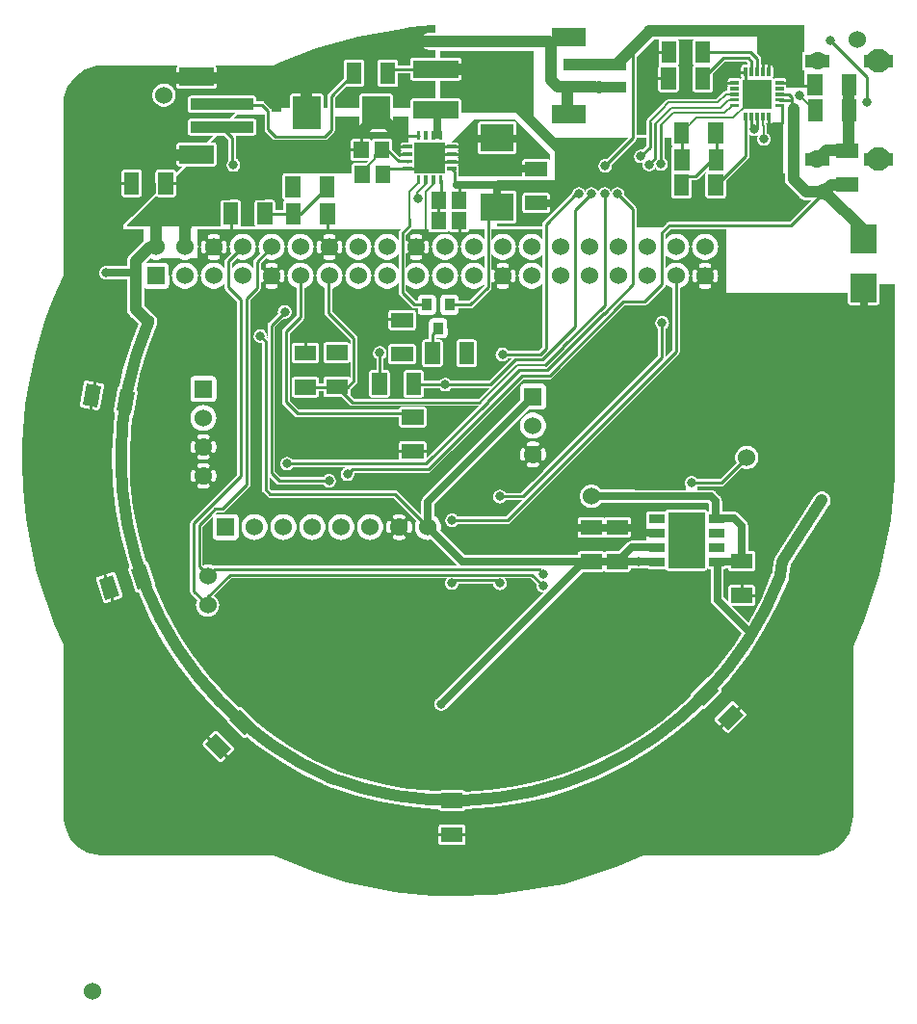
<source format=gbr>
G04 start of page 3 for group 1 idx 1 *
G04 Title: (unknown), bottom *
G04 Creator: pcb 4.2.0 *
G04 CreationDate: Sun Feb  2 22:12:39 2020 UTC *
G04 For: blinken *
G04 Format: Gerber/RS-274X *
G04 PCB-Dimensions (mm): 90.16 90.16 *
G04 PCB-Coordinate-Origin: lower left *
%MOMM*%
%FSLAX43Y43*%
%LNBOTTOM*%
%ADD52C,0.300*%
%ADD51C,0.965*%
%ADD50C,1.200*%
%ADD49C,1.700*%
%ADD48C,0.889*%
%ADD47C,0.400*%
%ADD46C,0.508*%
%ADD45C,2.392*%
%ADD44C,1.600*%
%ADD43C,2.100*%
%ADD42C,0.800*%
%ADD41C,0.914*%
%ADD40C,3.730*%
%ADD39C,0.700*%
%ADD38C,1.524*%
%ADD37C,0.635*%
%ADD36C,0.250*%
%ADD35C,1.016*%
%ADD34C,0.200*%
%ADD33C,0.254*%
%ADD32C,0.002*%
G54D32*G36*
X43390Y80130D02*X44900D01*
X48000Y77030D01*
Y76528D01*
X47997Y76536D01*
X47976Y76570D01*
X47950Y76600D01*
X47920Y76626D01*
X47885Y76647D01*
X47849Y76662D01*
X47810Y76672D01*
X47770Y76674D01*
X45830Y76672D01*
X45791Y76662D01*
X45754Y76647D01*
X45720Y76626D01*
X45690Y76600D01*
X45664Y76570D01*
X45643Y76536D01*
X45628Y76499D01*
X45618Y76460D01*
X45616Y76420D01*
X45618Y75100D01*
X43390D01*
Y77047D01*
X44880Y77048D01*
X44919Y77058D01*
X44956Y77073D01*
X44990Y77094D01*
X45020Y77120D01*
X45046Y77150D01*
X45067Y77184D01*
X45082Y77221D01*
X45092Y77260D01*
X45094Y77300D01*
X45092Y79740D01*
X45082Y79779D01*
X45067Y79816D01*
X45046Y79850D01*
X45020Y79880D01*
X44990Y79906D01*
X44956Y79927D01*
X44919Y79942D01*
X44880Y79952D01*
X44840Y79954D01*
X43390Y79953D01*
Y80130D01*
G37*
G36*
X40004Y75588D02*X40008Y75604D01*
X40010Y75635D01*
X40008Y75966D01*
X40001Y75997D01*
X39989Y76026D01*
X39972Y76053D01*
X39952Y76077D01*
X39928Y76097D01*
X39907Y76110D01*
X39928Y76123D01*
X39952Y76143D01*
X39972Y76167D01*
X39989Y76194D01*
X40001Y76223D01*
X40008Y76254D01*
X40010Y76285D01*
X40008Y76616D01*
X40001Y76647D01*
X39989Y76676D01*
X39972Y76703D01*
X39952Y76727D01*
X39928Y76747D01*
X39907Y76760D01*
X39928Y76773D01*
X39952Y76793D01*
X39972Y76817D01*
X39989Y76844D01*
X40001Y76873D01*
X40008Y76904D01*
X40010Y76935D01*
X40008Y77266D01*
X40001Y77297D01*
X39989Y77326D01*
X39972Y77353D01*
X39952Y77377D01*
X39928Y77397D01*
X39907Y77410D01*
X39928Y77423D01*
X39952Y77443D01*
X39972Y77467D01*
X39989Y77494D01*
X40001Y77523D01*
X40008Y77554D01*
X40010Y77585D01*
X40008Y77916D01*
X40001Y77947D01*
X39989Y77976D01*
X39972Y78003D01*
X39952Y78027D01*
X39928Y78047D01*
X39901Y78064D01*
X39872Y78076D01*
X39841Y78083D01*
X39810Y78085D01*
X39294Y78084D01*
X41340Y80130D01*
X43390D01*
Y79953D01*
X41900Y79952D01*
X41861Y79942D01*
X41824Y79927D01*
X41790Y79906D01*
X41760Y79880D01*
X41734Y79850D01*
X41713Y79816D01*
X41698Y79779D01*
X41688Y79740D01*
X41686Y79700D01*
X41688Y77260D01*
X41698Y77221D01*
X41713Y77184D01*
X41734Y77150D01*
X41760Y77120D01*
X41790Y77094D01*
X41824Y77073D01*
X41861Y77058D01*
X41900Y77048D01*
X41940Y77046D01*
X43390Y77047D01*
Y75100D01*
X40013D01*
X40015Y75130D01*
Y75492D01*
X40016Y75505D01*
X40012Y75556D01*
X40012Y75556D01*
X40004Y75588D01*
G37*
G36*
X48470Y77260D02*X45050Y80680D01*
X40260D01*
X40259Y81737D01*
X40249Y81775D01*
X40234Y81812D01*
X40213Y81846D01*
X40187Y81877D01*
X40157Y81903D01*
X40123Y81924D01*
X40086Y81939D01*
X40047Y81948D01*
X40007Y81951D01*
X38420Y81950D01*
Y83544D01*
X40047Y83545D01*
X40086Y83554D01*
X40123Y83570D01*
X40157Y83591D01*
X40187Y83617D01*
X40213Y83647D01*
X40234Y83681D01*
X40249Y83718D01*
X40259Y83757D01*
X40261Y83797D01*
X40259Y85337D01*
X40249Y85375D01*
X40234Y85412D01*
X40213Y85446D01*
X40187Y85477D01*
X40157Y85503D01*
X40123Y85524D01*
X40086Y85539D01*
X40047Y85548D01*
X40007Y85551D01*
X38420Y85550D01*
Y86130D01*
X46600D01*
Y80420D01*
X49120Y77900D01*
X48470Y77250D01*
Y77260D01*
G37*
G36*
X65503Y76760D02*X68560D01*
Y76590D01*
X65342D01*
X65452Y76700D01*
X65462Y76708D01*
X65495Y76747D01*
X65495Y76747D01*
X65503Y76760D01*
G37*
G36*
X56503Y79572D02*Y78730D01*
X55672D01*
Y85624D01*
X57196Y87148D01*
X57639D01*
X57624Y87130D01*
X57603Y87096D01*
X57587Y87059D01*
X57578Y87020D01*
X57576Y86981D01*
X57578Y85041D01*
X57587Y85002D01*
X57603Y84965D01*
X57624Y84931D01*
X57650Y84900D01*
X57679Y84876D01*
X57664Y84866D01*
X57633Y84840D01*
X57607Y84810D01*
X57586Y84776D01*
X57571Y84739D01*
X57562Y84700D01*
X57559Y84660D01*
X57562Y82720D01*
X57571Y82682D01*
X57586Y82645D01*
X57607Y82611D01*
X57633Y82580D01*
X57664Y82554D01*
X57698Y82533D01*
X57735Y82518D01*
X57773Y82509D01*
X57813Y82506D01*
X59153Y82509D01*
X59192Y82518D01*
X59229Y82533D01*
X59263Y82554D01*
X59293Y82580D01*
X59319Y82611D01*
X59340Y82645D01*
X59356Y82682D01*
X59365Y82720D01*
X59367Y82760D01*
X59365Y84700D01*
X59356Y84739D01*
X59340Y84776D01*
X59319Y84810D01*
X59293Y84840D01*
X59264Y84865D01*
X59279Y84875D01*
X59310Y84900D01*
X59336Y84931D01*
X59357Y84965D01*
X59372Y85002D01*
X59381Y85041D01*
X59384Y85081D01*
X59381Y87020D01*
X59372Y87059D01*
X59357Y87096D01*
X59336Y87130D01*
X59321Y87148D01*
X60639D01*
X60623Y87130D01*
X60602Y87096D01*
X60587Y87059D01*
X60578Y87020D01*
X60575Y86981D01*
X60578Y85041D01*
X60587Y85002D01*
X60602Y84965D01*
X60623Y84931D01*
X60649Y84900D01*
X60678Y84876D01*
X60663Y84866D01*
X60633Y84840D01*
X60607Y84810D01*
X60586Y84776D01*
X60571Y84739D01*
X60561Y84700D01*
X60559Y84660D01*
X60561Y82720D01*
X60571Y82682D01*
X60586Y82645D01*
X60607Y82611D01*
X60633Y82580D01*
X60663Y82554D01*
X60697Y82533D01*
X60734Y82518D01*
X60773Y82509D01*
X60813Y82506D01*
X62153Y82509D01*
X62192Y82518D01*
X62229Y82533D01*
X62263Y82554D01*
X62293Y82580D01*
X62312Y82602D01*
X62319Y82611D01*
X62340Y82645D01*
X62354Y82678D01*
X62355Y82682D01*
X62365Y82720D01*
X62367Y82760D01*
X62365Y84153D01*
X63405Y85193D01*
X65315D01*
X65403Y85105D01*
Y84924D01*
X65389Y84925D01*
X65050Y84922D01*
X65011Y84913D01*
X64974Y84898D01*
X64940Y84877D01*
X64910Y84851D01*
X64884Y84820D01*
X64863Y84786D01*
X64847Y84749D01*
X64838Y84710D01*
X64836Y84671D01*
X64838Y83902D01*
X64847Y83863D01*
X64863Y83826D01*
X64870Y83814D01*
X64841Y83796D01*
X64810Y83770D01*
X64784Y83740D01*
X64766Y83710D01*
X64754Y83717D01*
X64717Y83733D01*
X64678Y83742D01*
X64639Y83744D01*
X63870Y83742D01*
X63831Y83733D01*
X63794Y83717D01*
X63760Y83697D01*
X63729Y83671D01*
X63704Y83640D01*
X63683Y83606D01*
X63667Y83569D01*
X63658Y83530D01*
X63656Y83490D01*
X63658Y83151D01*
X63667Y83112D01*
X63676Y83090D01*
X63667Y83069D01*
X63658Y83030D01*
X63656Y82990D01*
X63658Y82651D01*
X63661Y82640D01*
X63522D01*
X63510Y82641D01*
X63463Y82637D01*
X63417Y82626D01*
X63373Y82608D01*
X63333Y82584D01*
X63333Y82584D01*
X63333Y82584D01*
X63297Y82553D01*
X63290Y82544D01*
X62646Y81900D01*
X58482D01*
X58470Y81901D01*
X58423Y81897D01*
X58377Y81886D01*
X58333Y81868D01*
X58293Y81844D01*
X58293Y81844D01*
X58257Y81813D01*
X58250Y81804D01*
X56618Y80172D01*
X56587Y80137D01*
X56562Y80097D01*
X56551Y80071D01*
X56538Y80049D01*
X56518Y80001D01*
X56506Y79951D01*
X56503Y79900D01*
Y79572D01*
G37*
G36*
X68550Y77100D02*X65557D01*
Y78835D01*
X65574Y78815D01*
X65646Y78753D01*
X65727Y78704D01*
X65814Y78668D01*
X65906Y78646D01*
X66000Y78638D01*
X66094Y78646D01*
X66186Y78668D01*
X66273Y78704D01*
X66336Y78742D01*
X66294Y78673D01*
X66258Y78586D01*
X66236Y78494D01*
X66228Y78400D01*
X66236Y78306D01*
X66258Y78214D01*
X66294Y78127D01*
X66343Y78046D01*
X66404Y77975D01*
X66476Y77913D01*
X66557Y77864D01*
X66644Y77828D01*
X66736Y77806D01*
X66830Y77798D01*
X66924Y77806D01*
X67016Y77828D01*
X67103Y77864D01*
X67184Y77913D01*
X67256Y77975D01*
X67317Y78046D01*
X67366Y78127D01*
X67402Y78214D01*
X67424Y78306D01*
X67430Y78400D01*
X67424Y78494D01*
X67402Y78586D01*
X67366Y78673D01*
X67317Y78754D01*
X67256Y78826D01*
X67184Y78887D01*
X67113Y78930D01*
Y79528D01*
X67114Y79540D01*
X67110Y79587D01*
X67099Y79633D01*
X67081Y79677D01*
X67056Y79717D01*
X67056Y79717D01*
X67040Y79736D01*
Y79761D01*
X67051Y79758D01*
X67091Y79756D01*
X67430Y79758D01*
X67469Y79767D01*
X67506Y79783D01*
X67540Y79804D01*
X67571Y79829D01*
X67571Y79830D01*
X68550D01*
Y77100D01*
G37*
G36*
X65557D02*X68550D01*
Y75330D01*
X64082D01*
X65452Y76700D01*
X65462Y76708D01*
X65495Y76747D01*
X65495Y76747D01*
X65522Y76791D01*
X65542Y76839D01*
X65554Y76889D01*
X65558Y76940D01*
X65557Y76953D01*
Y77100D01*
G37*
G36*
X19514Y78634D02*X19793Y78355D01*
Y76553D01*
X19784Y76546D01*
X19723Y76474D01*
X19674Y76393D01*
X19638Y76306D01*
X19616Y76214D01*
X19608Y76120D01*
X19616Y76026D01*
X19638Y75934D01*
X19674Y75847D01*
X19723Y75766D01*
X19784Y75695D01*
X19856Y75633D01*
X19937Y75584D01*
X20024Y75548D01*
X20116Y75526D01*
X20210Y75518D01*
X20304Y75526D01*
X20396Y75548D01*
X20483Y75584D01*
X20564Y75633D01*
X20636Y75695D01*
X20697Y75766D01*
X20746Y75847D01*
X20782Y75934D01*
X20804Y76026D01*
X20810Y76120D01*
X20804Y76214D01*
X20782Y76306D01*
X20746Y76393D01*
X20697Y76474D01*
X20636Y76546D01*
X20564Y76607D01*
X20483Y76656D01*
X20447Y76671D01*
Y78477D01*
X20448Y78490D01*
X20444Y78541D01*
X20432Y78591D01*
X20412Y78639D01*
X20385Y78683D01*
X20373Y78698D01*
X22010Y78698D01*
X22049Y78708D01*
X22086Y78723D01*
X22120Y78744D01*
X22150Y78770D01*
X22176Y78800D01*
X22197Y78834D01*
X22212Y78871D01*
X22222Y78910D01*
X22224Y78950D01*
X22222Y79990D01*
X22212Y80029D01*
X22197Y80066D01*
X22176Y80100D01*
X22150Y80130D01*
X22120Y80156D01*
X22086Y80177D01*
X22049Y80192D01*
X22010Y80202D01*
X21970Y80204D01*
X20233Y80203D01*
X20540Y80510D01*
X22943D01*
Y79283D01*
X22942Y79270D01*
X22946Y79219D01*
Y79219D01*
X22958Y79169D01*
X22978Y79121D01*
X23005Y79077D01*
X23038Y79038D01*
X23048Y79030D01*
X23670Y78408D01*
X23678Y78398D01*
X23717Y78365D01*
X23761Y78338D01*
X23809Y78318D01*
X23859Y78306D01*
X23859D01*
X23910Y78302D01*
X23923Y78303D01*
X24710D01*
Y75397D01*
X24678Y75384D01*
X24644Y75363D01*
X24614Y75337D01*
X24588Y75306D01*
X24567Y75272D01*
X24552Y75235D01*
X24542Y75196D01*
X24540Y75157D01*
X24542Y73217D01*
X24552Y73178D01*
X24567Y73141D01*
X24588Y73107D01*
X24614Y73076D01*
X24644Y73051D01*
X24678Y73030D01*
X24710Y73016D01*
Y73008D01*
X24709Y73008D01*
X24674Y72987D01*
X24644Y72961D01*
X24618Y72931D01*
X24597Y72897D01*
X24582Y72860D01*
X24573Y72821D01*
X24570Y72781D01*
X24571Y72158D01*
X23879D01*
X23878Y72834D01*
X23868Y72873D01*
X23853Y72910D01*
X23832Y72944D01*
X23806Y72975D01*
X23776Y73001D01*
X23742Y73022D01*
X23705Y73037D01*
X23666Y73046D01*
X23626Y73049D01*
X22286Y73046D01*
X22247Y73037D01*
X22210Y73022D01*
X22176Y73001D01*
X22146Y72975D01*
X22120Y72944D01*
X22099Y72910D01*
X22084Y72873D01*
X22074Y72834D01*
X22072Y72795D01*
X22074Y70855D01*
X22084Y70816D01*
X22099Y70779D01*
X22120Y70745D01*
X22146Y70714D01*
X22176Y70689D01*
X22190Y70680D01*
X20762D01*
X20776Y70689D01*
X20806Y70714D01*
X20832Y70745D01*
X20853Y70779D01*
X20869Y70816D01*
X20878Y70855D01*
X20880Y70895D01*
X20878Y72834D01*
X20869Y72873D01*
X20853Y72910D01*
X20832Y72944D01*
X20806Y72975D01*
X20776Y73001D01*
X20742Y73022D01*
X20705Y73037D01*
X20666Y73046D01*
X20626Y73049D01*
X19286Y73046D01*
X19248Y73037D01*
X19211Y73022D01*
X19177Y73001D01*
X19146Y72975D01*
X19120Y72944D01*
X19099Y72910D01*
X19084Y72873D01*
X19075Y72834D01*
X19072Y72795D01*
X19075Y70855D01*
X19084Y70816D01*
X19099Y70779D01*
X19120Y70745D01*
X19146Y70714D01*
X19177Y70689D01*
X19190Y70680D01*
X10900D01*
Y70870D01*
X13420Y73390D01*
X13439Y73368D01*
X13470Y73342D01*
X13504Y73321D01*
X13541Y73306D01*
X13580Y73296D01*
X13620Y73294D01*
X14959Y73296D01*
X14998Y73306D01*
X15035Y73321D01*
X15069Y73342D01*
X15100Y73368D01*
X15126Y73398D01*
X15147Y73432D01*
X15162Y73469D01*
X15171Y73508D01*
X15174Y73548D01*
X15172Y75142D01*
X16026Y75997D01*
X18510Y75998D01*
X18549Y76008D01*
X18586Y76023D01*
X18620Y76044D01*
X18650Y76070D01*
X18676Y76100D01*
X18697Y76134D01*
X18712Y76171D01*
X18722Y76210D01*
X18724Y76250D01*
X18722Y77890D01*
X18712Y77929D01*
X18697Y77966D01*
X18676Y78000D01*
X18650Y78030D01*
X18620Y78056D01*
X18586Y78077D01*
X18549Y78092D01*
X18510Y78102D01*
X18470Y78104D01*
X18134Y78104D01*
X18727Y78697D01*
X19450Y78697D01*
X19514Y78634D01*
G37*
G36*
X75680Y54720D02*X67640D01*
Y64870D01*
X74212D01*
X74212Y64021D01*
X74222Y63983D01*
X74237Y63946D01*
X74257Y63913D01*
X74283Y63883D01*
X74313Y63857D01*
X74346Y63837D01*
X74383Y63822D01*
X74421Y63812D01*
X74460Y63810D01*
X75680Y63811D01*
Y54720D01*
G37*
G36*
X61754Y75479D02*X61752Y75477D01*
X61731Y75443D01*
X61716Y75406D01*
X61706Y75367D01*
X61704Y75327D01*
X61706Y73388D01*
X61716Y73349D01*
X61731Y73312D01*
X61752Y73278D01*
X61778Y73247D01*
X61808Y73221D01*
X61842Y73200D01*
X61879Y73185D01*
X61918Y73176D01*
X61958Y73173D01*
X63298Y73176D01*
X63337Y73185D01*
X63374Y73200D01*
X63408Y73221D01*
X63438Y73247D01*
X63464Y73278D01*
X63485Y73312D01*
X63500Y73349D01*
X63510Y73388D01*
X63512Y73427D01*
X63510Y74758D01*
X64092Y75340D01*
X68688D01*
Y74880D01*
X68695Y74761D01*
X68723Y74644D01*
X68769Y74533D01*
X68832Y74431D01*
X68910Y74340D01*
X68932Y74320D01*
X69980Y73272D01*
X70000Y73250D01*
X70091Y73172D01*
X70091Y73172D01*
X70193Y73109D01*
X70304Y73063D01*
X70398Y73041D01*
X70420Y73035D01*
X70420D01*
X70540Y73026D01*
X70570Y73028D01*
X71008D01*
X69095Y71115D01*
X58518D01*
X58505Y71116D01*
X58454Y71112D01*
X58404Y71100D01*
X58357Y71081D01*
X58313Y71054D01*
X58313Y71054D01*
X58274Y71021D01*
X58266Y71011D01*
X57925Y70670D01*
X57270D01*
Y75880D01*
X57281Y75899D01*
X57313Y75846D01*
X57374Y75775D01*
X57446Y75713D01*
X57527Y75664D01*
X57614Y75628D01*
X57706Y75606D01*
X57800Y75598D01*
X57894Y75606D01*
X57986Y75628D01*
X58073Y75664D01*
X58154Y75713D01*
X58226Y75775D01*
X58287Y75846D01*
X58336Y75927D01*
X58372Y76014D01*
X58394Y76106D01*
X58400Y76200D01*
X58394Y76294D01*
X58372Y76386D01*
X58336Y76473D01*
X58287Y76554D01*
X58226Y76626D01*
X58154Y76687D01*
X58137Y76697D01*
Y78500D01*
X58704D01*
X58704Y77931D01*
X58714Y77892D01*
X58729Y77855D01*
X58750Y77821D01*
X58776Y77791D01*
X58806Y77765D01*
X58840Y77744D01*
X58861Y77735D01*
X58858Y77734D01*
X58824Y77713D01*
X58793Y77687D01*
X58768Y77657D01*
X58747Y77623D01*
X58731Y77586D01*
X58722Y77547D01*
X58720Y77507D01*
X58722Y75567D01*
X58731Y75528D01*
X58747Y75491D01*
X58754Y75479D01*
X58752Y75477D01*
X58731Y75443D01*
X58716Y75406D01*
X58707Y75367D01*
X58704Y75327D01*
X58707Y73388D01*
X58716Y73349D01*
X58731Y73312D01*
X58752Y73278D01*
X58778Y73247D01*
X58808Y73221D01*
X58843Y73200D01*
X58880Y73185D01*
X58918Y73176D01*
X58958Y73173D01*
X60298Y73176D01*
X60337Y73185D01*
X60374Y73200D01*
X60408Y73221D01*
X60438Y73247D01*
X60464Y73278D01*
X60485Y73312D01*
X60501Y73349D01*
X60510Y73388D01*
X60512Y73427D01*
X60511Y74803D01*
X60817D01*
X60830Y74802D01*
X60881Y74806D01*
X60881Y74806D01*
X60931Y74818D01*
X60979Y74838D01*
X61023Y74865D01*
X61062Y74898D01*
X61070Y74908D01*
X61723Y75561D01*
X61731Y75528D01*
X61746Y75491D01*
X61754Y75479D01*
G37*
G36*
X30637Y75390D02*X29194D01*
X29172Y75399D01*
X29134Y75408D01*
X29094Y75411D01*
X27754Y75408D01*
X27715Y75399D01*
X27694Y75390D01*
X26194D01*
X26173Y75399D01*
X26134Y75408D01*
X26094Y75411D01*
X24754Y75408D01*
X24715Y75399D01*
X24694Y75390D01*
X24370D01*
Y78303D01*
X28217D01*
X28230Y78302D01*
X28281Y78306D01*
X28281D01*
X28281Y78306D01*
X28331Y78318D01*
X28379Y78338D01*
X28423Y78365D01*
X28462Y78398D01*
X28470Y78408D01*
X29012Y78950D01*
X29022Y78958D01*
X29055Y78997D01*
X29055Y78997D01*
X29082Y79041D01*
X29102Y79089D01*
X29114Y79139D01*
X29118Y79190D01*
X29117Y79203D01*
Y80410D01*
X31307D01*
X31308Y79222D01*
X31317Y79183D01*
X31332Y79146D01*
X31353Y79112D01*
X31379Y79082D01*
X31409Y79056D01*
X31444Y79035D01*
X31480Y79020D01*
X31519Y79010D01*
X31559Y79008D01*
X33999Y79010D01*
X34038Y79020D01*
X34075Y79035D01*
X34109Y79056D01*
X34139Y79082D01*
X34165Y79112D01*
X34186Y79146D01*
X34202Y79183D01*
X34211Y79222D01*
X34213Y79262D01*
X34212Y80410D01*
X35590D01*
Y78084D01*
X35079Y78083D01*
X35048Y78076D01*
X35019Y78064D01*
X34992Y78047D01*
X34968Y78027D01*
X34948Y78003D01*
X34931Y77976D01*
X34919Y77947D01*
X34912Y77916D01*
X34910Y77885D01*
X34912Y77554D01*
X34919Y77523D01*
X34931Y77494D01*
X34948Y77467D01*
X34968Y77443D01*
X34992Y77423D01*
X35013Y77410D01*
X34992Y77397D01*
X34968Y77377D01*
X34948Y77353D01*
X34931Y77326D01*
X34919Y77297D01*
X34912Y77266D01*
X34910Y77235D01*
X34912Y76904D01*
X34919Y76873D01*
X34931Y76844D01*
X34948Y76817D01*
X34968Y76793D01*
X34987Y76777D01*
X34865D01*
X34143Y77500D01*
X34141Y78240D01*
X34132Y78279D01*
X34117Y78316D01*
X34096Y78350D01*
X34070Y78380D01*
X34040Y78406D01*
X34005Y78427D01*
X33969Y78442D01*
X33930Y78452D01*
X33890Y78454D01*
X32550Y78452D01*
X32511Y78442D01*
X32474Y78427D01*
X32440Y78406D01*
X32410Y78380D01*
X32384Y78350D01*
X32363Y78316D01*
X32348Y78279D01*
X32340Y78247D01*
X32332Y78279D01*
X32317Y78316D01*
X32296Y78350D01*
X32270Y78380D01*
X32240Y78406D01*
X32206Y78427D01*
X32169Y78442D01*
X32130Y78452D01*
X32090Y78454D01*
X30750Y78452D01*
X30711Y78442D01*
X30674Y78427D01*
X30640Y78406D01*
X30610Y78380D01*
X30584Y78350D01*
X30563Y78316D01*
X30548Y78279D01*
X30538Y78240D01*
X30536Y78200D01*
X30538Y76660D01*
X30544Y76637D01*
X30548Y76622D01*
X30563Y76585D01*
X30584Y76551D01*
X30610Y76520D01*
X30640Y76494D01*
X30674Y76473D01*
X30711Y76458D01*
X30750Y76449D01*
X30790Y76446D01*
X31659Y76448D01*
X32034Y76448D01*
X31909Y76323D01*
X30850Y76322D01*
X30811Y76312D01*
X30774Y76297D01*
X30740Y76276D01*
X30710Y76250D01*
X30684Y76220D01*
X30663Y76186D01*
X30648Y76149D01*
X30638Y76110D01*
X30636Y76070D01*
X30637Y75390D01*
G37*
G36*
X35045Y54933D02*X41751D01*
X37170Y50353D01*
X37168Y51655D01*
X37159Y51694D01*
X37143Y51731D01*
X37122Y51765D01*
X37097Y51795D01*
X37066Y51821D01*
X37032Y51842D01*
X36995Y51858D01*
X36956Y51867D01*
X36916Y51869D01*
X35045Y51867D01*
Y53061D01*
X36956Y53063D01*
X36995Y53073D01*
X37032Y53088D01*
X37066Y53109D01*
X37097Y53135D01*
X37122Y53165D01*
X37143Y53199D01*
X37159Y53236D01*
X37168Y53275D01*
X37170Y53315D01*
X37168Y54655D01*
X37159Y54694D01*
X37143Y54731D01*
X37122Y54765D01*
X37097Y54795D01*
X37066Y54821D01*
X37032Y54842D01*
X36995Y54857D01*
X36956Y54867D01*
X36916Y54869D01*
X35045Y54867D01*
Y54933D01*
G37*
G36*
X40701Y56513D02*X42719D01*
X41793Y55587D01*
X40701D01*
Y56513D01*
G37*
G36*
X43890Y58881D02*X43944Y58886D01*
X44036Y58908D01*
X44123Y58944D01*
X44204Y58993D01*
X44276Y59055D01*
X44337Y59126D01*
X44353Y59153D01*
X44671D01*
X43890Y58373D01*
Y58881D01*
G37*
G36*
X44808Y68225D02*X44818Y68236D01*
X44912Y68390D01*
X44980Y68556D01*
X45022Y68731D01*
X45033Y68910D01*
X45022Y69089D01*
X44980Y69264D01*
X44912Y69431D01*
X44818Y69584D01*
X44808Y69596D01*
Y70480D01*
X47383D01*
Y69542D01*
X47358Y69584D01*
X47241Y69721D01*
X47104Y69838D01*
X46951Y69932D01*
X46784Y70001D01*
X46609Y70043D01*
X46430Y70057D01*
X46251Y70043D01*
X46076Y70001D01*
X45909Y69932D01*
X45756Y69838D01*
X45619Y69721D01*
X45502Y69584D01*
X45408Y69431D01*
X45340Y69264D01*
X45298Y69089D01*
X45283Y68910D01*
X45298Y68731D01*
X45340Y68556D01*
X45408Y68390D01*
X45502Y68236D01*
X45619Y68099D01*
X45756Y67983D01*
X45909Y67889D01*
X46076Y67820D01*
X46251Y67778D01*
X46430Y67764D01*
X46609Y67778D01*
X46784Y67820D01*
X46951Y67889D01*
X47104Y67983D01*
X47241Y68099D01*
X47358Y68236D01*
X47383Y68278D01*
Y67002D01*
X47358Y67044D01*
X47241Y67181D01*
X47104Y67298D01*
X46951Y67392D01*
X46784Y67461D01*
X46609Y67503D01*
X46430Y67517D01*
X46251Y67503D01*
X46076Y67461D01*
X45909Y67392D01*
X45756Y67298D01*
X45619Y67181D01*
X45502Y67044D01*
X45408Y66891D01*
X45340Y66724D01*
X45298Y66549D01*
X45283Y66370D01*
X45298Y66191D01*
X45340Y66016D01*
X45408Y65850D01*
X45502Y65696D01*
X45619Y65559D01*
X45756Y65443D01*
X45909Y65349D01*
X46076Y65280D01*
X46251Y65238D01*
X46430Y65224D01*
X46609Y65238D01*
X46784Y65280D01*
X46951Y65349D01*
X47104Y65443D01*
X47241Y65559D01*
X47358Y65696D01*
X47383Y65738D01*
Y60126D01*
X47065Y59807D01*
X44808D01*
Y65825D01*
X44819Y65827D01*
X44847Y65836D01*
X44874Y65850D01*
X44898Y65868D01*
X44919Y65889D01*
X44936Y65913D01*
X44949Y65940D01*
X44987Y66044D01*
X45013Y66151D01*
X45029Y66260D01*
X45034Y66370D01*
X45029Y66480D01*
X45013Y66589D01*
X44987Y66696D01*
X44950Y66800D01*
X44937Y66827D01*
X44920Y66852D01*
X44898Y66873D01*
X44874Y66891D01*
X44847Y66905D01*
X44819Y66915D01*
X44808Y66916D01*
Y68225D01*
G37*
G36*
Y69596D02*X44701Y69721D01*
X44564Y69838D01*
X44411Y69932D01*
X44244Y70001D01*
X44069Y70043D01*
X43890Y70057D01*
Y70480D01*
X44808D01*
Y69596D01*
G37*
G36*
X43890Y67764D02*X44069Y67778D01*
X44244Y67820D01*
X44411Y67889D01*
X44564Y67983D01*
X44701Y68099D01*
X44808Y68225D01*
Y66916D01*
X44789Y66919D01*
X44759Y66920D01*
X44729Y66915D01*
X44700Y66906D01*
X44674Y66893D01*
X44649Y66875D01*
X44628Y66854D01*
X44610Y66830D01*
X44596Y66803D01*
X44586Y66774D01*
X44581Y66745D01*
X44581Y66715D01*
X44586Y66685D01*
X44595Y66656D01*
X44620Y66587D01*
X44638Y66516D01*
X44648Y66443D01*
X44652Y66370D01*
X44648Y66297D01*
X44638Y66224D01*
X44620Y66153D01*
X44596Y66084D01*
X44587Y66055D01*
X44582Y66026D01*
X44582Y65996D01*
X44587Y65966D01*
X44597Y65938D01*
X44610Y65911D01*
X44628Y65887D01*
X44650Y65866D01*
X44674Y65848D01*
X44701Y65835D01*
X44729Y65826D01*
X44759Y65821D01*
X44789Y65822D01*
X44808Y65825D01*
Y59807D01*
X44353D01*
X44337Y59834D01*
X44276Y59906D01*
X44204Y59967D01*
X44123Y60016D01*
X44036Y60052D01*
X43944Y60075D01*
X43890Y60079D01*
Y65226D01*
X44000Y65231D01*
X44109Y65247D01*
X44216Y65273D01*
X44320Y65310D01*
X44347Y65323D01*
X44372Y65341D01*
X44393Y65362D01*
X44411Y65386D01*
X44425Y65413D01*
X44434Y65441D01*
X44439Y65471D01*
X44440Y65501D01*
X44435Y65531D01*
X44426Y65560D01*
X44412Y65587D01*
X44395Y65611D01*
X44374Y65633D01*
X44350Y65650D01*
X44323Y65664D01*
X44294Y65674D01*
X44265Y65679D01*
X44234Y65679D01*
X44205Y65674D01*
X44176Y65665D01*
X44107Y65640D01*
X44036Y65622D01*
X43963Y65612D01*
X43890Y65608D01*
Y67132D01*
X43963Y67129D01*
X44036Y67118D01*
X44107Y67100D01*
X44176Y67076D01*
X44205Y67067D01*
X44234Y67062D01*
X44264Y67062D01*
X44294Y67067D01*
X44322Y67077D01*
X44349Y67091D01*
X44373Y67108D01*
X44394Y67130D01*
X44412Y67154D01*
X44425Y67181D01*
X44434Y67209D01*
X44439Y67239D01*
X44438Y67269D01*
X44434Y67299D01*
X44424Y67327D01*
X44410Y67354D01*
X44392Y67378D01*
X44371Y67399D01*
X44347Y67416D01*
X44320Y67429D01*
X44216Y67467D01*
X44109Y67493D01*
X44000Y67509D01*
X43890Y67514D01*
Y67764D01*
G37*
G36*
Y70057D02*X43890Y70057D01*
X43711Y70043D01*
X43536Y70001D01*
X43369Y69932D01*
X43216Y69838D01*
X43079Y69721D01*
X42962Y69584D01*
X42907Y69494D01*
Y70310D01*
X42905Y70344D01*
Y70480D01*
X43890D01*
Y70057D01*
G37*
G36*
X40701Y63518D02*X40964D01*
X40993Y63511D01*
X41045Y63507D01*
X41096Y63511D01*
X41146Y63523D01*
X41194Y63543D01*
X41238Y63570D01*
X41276Y63604D01*
X41277Y63605D01*
X41287Y63613D01*
X41295Y63623D01*
X42802Y65130D01*
X42812Y65138D01*
X42845Y65177D01*
X42845Y65177D01*
X42872Y65221D01*
X42892Y65269D01*
X42904Y65319D01*
X42908Y65370D01*
X42907Y65383D01*
Y65848D01*
X42933Y65835D01*
X42961Y65826D01*
X42991Y65821D01*
X43021Y65821D01*
X43051Y65825D01*
X43080Y65834D01*
X43106Y65848D01*
X43131Y65865D01*
X43152Y65886D01*
X43170Y65911D01*
X43184Y65937D01*
X43194Y65966D01*
X43199Y65996D01*
X43199Y66026D01*
X43194Y66055D01*
X43185Y66084D01*
X43160Y66153D01*
X43142Y66224D01*
X43132Y66297D01*
X43128Y66370D01*
X43132Y66443D01*
X43142Y66516D01*
X43160Y66587D01*
X43184Y66657D01*
X43193Y66685D01*
X43198Y66715D01*
X43198Y66745D01*
X43193Y66774D01*
X43183Y66803D01*
X43170Y66829D01*
X43152Y66853D01*
X43130Y66874D01*
X43106Y66892D01*
X43079Y66905D01*
X43051Y66914D01*
X43021Y66919D01*
X42991Y66919D01*
X42961Y66914D01*
X42933Y66904D01*
X42907Y66891D01*
Y68327D01*
X42962Y68236D01*
X43079Y68099D01*
X43216Y67983D01*
X43369Y67889D01*
X43536Y67820D01*
X43711Y67778D01*
X43890Y67764D01*
X43890Y67764D01*
Y67514D01*
X43890Y67514D01*
X43780Y67509D01*
X43671Y67493D01*
X43564Y67467D01*
X43460Y67430D01*
X43433Y67417D01*
X43408Y67400D01*
X43387Y67378D01*
X43369Y67354D01*
X43355Y67327D01*
X43346Y67299D01*
X43341Y67269D01*
X43340Y67239D01*
X43345Y67209D01*
X43354Y67181D01*
X43368Y67154D01*
X43385Y67129D01*
X43406Y67108D01*
X43430Y67090D01*
X43457Y67076D01*
X43486Y67066D01*
X43515Y67061D01*
X43546Y67061D01*
X43575Y67066D01*
X43604Y67075D01*
X43673Y67100D01*
X43744Y67118D01*
X43817Y67129D01*
X43890Y67132D01*
X43890Y67132D01*
Y65608D01*
X43890Y65608D01*
X43817Y65612D01*
X43744Y65622D01*
X43673Y65640D01*
X43604Y65664D01*
X43575Y65674D01*
X43546Y65678D01*
X43516Y65678D01*
X43486Y65673D01*
X43458Y65663D01*
X43431Y65650D01*
X43407Y65632D01*
X43386Y65611D01*
X43368Y65586D01*
X43355Y65559D01*
X43346Y65531D01*
X43341Y65501D01*
X43342Y65471D01*
X43346Y65442D01*
X43356Y65413D01*
X43370Y65386D01*
X43388Y65362D01*
X43409Y65341D01*
X43433Y65324D01*
X43460Y65311D01*
X43564Y65273D01*
X43671Y65247D01*
X43780Y65231D01*
X43890Y65226D01*
X43890Y65226D01*
Y60079D01*
X43850Y60082D01*
X43756Y60075D01*
X43664Y60052D01*
X43577Y60016D01*
X43496Y59967D01*
X43424Y59906D01*
X43363Y59834D01*
X43314Y59753D01*
X43278Y59666D01*
X43256Y59574D01*
X43248Y59480D01*
X43256Y59386D01*
X43278Y59294D01*
X43314Y59207D01*
X43363Y59126D01*
X43424Y59055D01*
X43496Y58993D01*
X43577Y58944D01*
X43664Y58908D01*
X43756Y58886D01*
X43850Y58878D01*
X43890Y58881D01*
Y58373D01*
X42685Y57167D01*
X40701D01*
Y58371D01*
X41391Y58372D01*
X41429Y58382D01*
X41466Y58397D01*
X41501Y58418D01*
X41531Y58444D01*
X41557Y58474D01*
X41578Y58508D01*
X41593Y58545D01*
X41602Y58584D01*
X41605Y58624D01*
X41602Y60564D01*
X41593Y60602D01*
X41578Y60639D01*
X41557Y60674D01*
X41531Y60704D01*
X41501Y60730D01*
X41466Y60751D01*
X41429Y60766D01*
X41391Y60775D01*
X41351Y60778D01*
X40701Y60777D01*
Y63518D01*
G37*
G36*
Y65427D02*X40829Y65349D01*
X40996Y65280D01*
X41171Y65238D01*
X41350Y65224D01*
X41529Y65238D01*
X41704Y65280D01*
X41871Y65349D01*
X42024Y65443D01*
X42161Y65559D01*
X42253Y65667D01*
Y65506D01*
X40920Y64172D01*
X40701D01*
Y65427D01*
G37*
G36*
Y67967D02*X40829Y67889D01*
X40996Y67820D01*
X41171Y67778D01*
X41350Y67764D01*
X41529Y67778D01*
X41704Y67820D01*
X41871Y67889D01*
X42024Y67983D01*
X42161Y68099D01*
X42253Y68207D01*
Y67073D01*
X42161Y67181D01*
X42024Y67298D01*
X41871Y67392D01*
X41704Y67461D01*
X41529Y67503D01*
X41350Y67517D01*
X41171Y67503D01*
X40996Y67461D01*
X40829Y67392D01*
X40701Y67313D01*
Y67967D01*
G37*
G36*
Y70199D02*X40730Y70199D01*
X40769Y70208D01*
X40806Y70223D01*
X40840Y70244D01*
X40870Y70270D01*
X40896Y70301D01*
X40917Y70335D01*
X40932Y70372D01*
X40942Y70410D01*
X40944Y70450D01*
X40944Y70480D01*
X42255D01*
Y70344D01*
X42253Y70310D01*
Y69613D01*
X42161Y69721D01*
X42024Y69838D01*
X41871Y69932D01*
X41704Y70001D01*
X41529Y70043D01*
X41350Y70057D01*
X41171Y70043D01*
X40996Y70001D01*
X40829Y69932D01*
X40701Y69853D01*
Y70199D01*
G37*
G36*
X37911Y56513D02*X38318D01*
X38353Y56456D01*
X38414Y56385D01*
X38486Y56323D01*
X38567Y56274D01*
X38654Y56238D01*
X38746Y56216D01*
X38840Y56208D01*
X38934Y56216D01*
X39026Y56238D01*
X39113Y56274D01*
X39194Y56323D01*
X39266Y56385D01*
X39327Y56456D01*
X39362Y56513D01*
X40701D01*
Y55587D01*
X37911D01*
Y56513D01*
G37*
G36*
Y63046D02*X37924Y63057D01*
X37962Y63102D01*
X37994Y63153D01*
X38017Y63209D01*
X38031Y63267D01*
X38034Y63327D01*
X38031Y64403D01*
X38017Y64461D01*
X37994Y64516D01*
X37962Y64568D01*
X37924Y64613D01*
X37911Y64624D01*
Y65663D01*
X37999Y65559D01*
X38136Y65443D01*
X38289Y65349D01*
X38456Y65280D01*
X38631Y65238D01*
X38810Y65224D01*
X38989Y65238D01*
X39164Y65280D01*
X39331Y65349D01*
X39484Y65443D01*
X39621Y65559D01*
X39738Y65696D01*
X39832Y65850D01*
X39900Y66016D01*
X39942Y66191D01*
X39953Y66370D01*
X39942Y66549D01*
X39900Y66724D01*
X39832Y66891D01*
X39738Y67044D01*
X39621Y67181D01*
X39484Y67298D01*
X39331Y67392D01*
X39164Y67461D01*
X38989Y67503D01*
X38810Y67517D01*
X38631Y67503D01*
X38456Y67461D01*
X38289Y67392D01*
X38136Y67298D01*
X37999Y67181D01*
X37911Y67077D01*
Y68203D01*
X37999Y68099D01*
X38136Y67983D01*
X38289Y67889D01*
X38456Y67820D01*
X38631Y67778D01*
X38810Y67764D01*
X38989Y67778D01*
X39164Y67820D01*
X39331Y67889D01*
X39484Y67983D01*
X39621Y68099D01*
X39738Y68236D01*
X39832Y68390D01*
X39900Y68556D01*
X39942Y68731D01*
X39953Y68910D01*
X39942Y69089D01*
X39900Y69264D01*
X39832Y69431D01*
X39738Y69584D01*
X39621Y69721D01*
X39484Y69838D01*
X39331Y69932D01*
X39164Y70001D01*
X38989Y70043D01*
X38810Y70057D01*
X38631Y70043D01*
X38456Y70001D01*
X38289Y69932D01*
X38136Y69838D01*
X37999Y69721D01*
X37911Y69617D01*
Y70197D01*
X38930Y70199D01*
X38969Y70208D01*
X39006Y70223D01*
X39040Y70244D01*
X39070Y70270D01*
X39096Y70301D01*
X39117Y70335D01*
X39132Y70372D01*
X39140Y70403D01*
X39148Y70372D01*
X39163Y70335D01*
X39184Y70301D01*
X39210Y70270D01*
X39240Y70244D01*
X39274Y70223D01*
X39311Y70208D01*
X39350Y70199D01*
X39390Y70196D01*
X40701Y70199D01*
Y69853D01*
X40676Y69838D01*
X40539Y69721D01*
X40422Y69584D01*
X40328Y69431D01*
X40260Y69264D01*
X40218Y69089D01*
X40203Y68910D01*
X40218Y68731D01*
X40260Y68556D01*
X40328Y68390D01*
X40422Y68236D01*
X40539Y68099D01*
X40676Y67983D01*
X40701Y67967D01*
Y67313D01*
X40676Y67298D01*
X40539Y67181D01*
X40422Y67044D01*
X40328Y66891D01*
X40260Y66724D01*
X40218Y66549D01*
X40203Y66370D01*
X40218Y66191D01*
X40260Y66016D01*
X40328Y65850D01*
X40422Y65696D01*
X40539Y65559D01*
X40676Y65443D01*
X40701Y65427D01*
Y64172D01*
X40013D01*
X40012Y64403D01*
X39998Y64461D01*
X39975Y64516D01*
X39944Y64568D01*
X39905Y64613D01*
X39859Y64652D01*
X39808Y64683D01*
X39753Y64706D01*
X39694Y64720D01*
X39634Y64724D01*
X38711Y64720D01*
X38653Y64706D01*
X38597Y64683D01*
X38546Y64652D01*
X38501Y64613D01*
X38462Y64568D01*
X38430Y64516D01*
X38407Y64461D01*
X38393Y64403D01*
X38390Y64343D01*
X38393Y63267D01*
X38407Y63209D01*
X38430Y63153D01*
X38462Y63102D01*
X38501Y63057D01*
X38546Y63018D01*
X38597Y62986D01*
X38653Y62963D01*
X38711Y62949D01*
X38771Y62946D01*
X39694Y62949D01*
X39753Y62963D01*
X39808Y62986D01*
X39859Y63018D01*
X39905Y63057D01*
X39944Y63102D01*
X39975Y63153D01*
X39998Y63209D01*
X40012Y63267D01*
X40016Y63327D01*
X40015Y63518D01*
X40701D01*
Y60777D01*
X40011Y60775D01*
X39972Y60766D01*
X39935Y60751D01*
X39901Y60730D01*
X39871Y60704D01*
X39845Y60674D01*
X39824Y60639D01*
X39808Y60602D01*
X39799Y60564D01*
X39797Y60524D01*
X39799Y58584D01*
X39808Y58545D01*
X39824Y58508D01*
X39845Y58474D01*
X39871Y58444D01*
X39901Y58418D01*
X39935Y58397D01*
X39972Y58382D01*
X40011Y58372D01*
X40051Y58370D01*
X40701Y58371D01*
Y57167D01*
X39324D01*
X39266Y57236D01*
X39194Y57297D01*
X39113Y57346D01*
X39026Y57382D01*
X38934Y57405D01*
X38840Y57412D01*
X38746Y57405D01*
X38654Y57382D01*
X38567Y57346D01*
X38486Y57297D01*
X38414Y57236D01*
X38356Y57167D01*
X37911D01*
Y58371D01*
X38391Y58372D01*
X38430Y58382D01*
X38467Y58397D01*
X38501Y58418D01*
X38531Y58444D01*
X38557Y58474D01*
X38578Y58508D01*
X38593Y58545D01*
X38603Y58584D01*
X38605Y58624D01*
X38603Y60564D01*
X38593Y60602D01*
X38578Y60639D01*
X38557Y60674D01*
X38531Y60704D01*
X38501Y60730D01*
X38467Y60751D01*
X38430Y60766D01*
X38391Y60775D01*
X38351Y60778D01*
X38028Y60777D01*
Y60864D01*
X38704Y60867D01*
X38762Y60881D01*
X38817Y60904D01*
X38869Y60935D01*
X38914Y60974D01*
X38953Y61019D01*
X38984Y61071D01*
X39007Y61126D01*
X39021Y61184D01*
X39025Y61244D01*
X39021Y62320D01*
X39007Y62378D01*
X38984Y62434D01*
X38953Y62485D01*
X38914Y62530D01*
X38869Y62569D01*
X38817Y62601D01*
X38762Y62624D01*
X38704Y62638D01*
X38644Y62641D01*
X37911Y62638D01*
Y63046D01*
G37*
G36*
Y64624D02*X37878Y64652D01*
X37827Y64683D01*
X37771Y64706D01*
X37713Y64720D01*
X37653Y64724D01*
X37188Y64722D01*
Y65685D01*
X37198Y65696D01*
X37292Y65850D01*
X37360Y66016D01*
X37402Y66191D01*
X37413Y66370D01*
X37402Y66549D01*
X37360Y66724D01*
X37292Y66891D01*
X37198Y67044D01*
X37188Y67056D01*
Y68365D01*
X37199Y68367D01*
X37227Y68376D01*
X37254Y68390D01*
X37278Y68408D01*
X37299Y68429D01*
X37316Y68453D01*
X37329Y68480D01*
X37367Y68584D01*
X37393Y68691D01*
X37409Y68800D01*
X37414Y68910D01*
X37409Y69020D01*
X37393Y69129D01*
X37367Y69236D01*
X37330Y69340D01*
X37317Y69367D01*
X37300Y69392D01*
X37278Y69413D01*
X37254Y69431D01*
X37227Y69445D01*
X37199Y69455D01*
X37188Y69456D01*
Y70480D01*
X37338D01*
X37339Y70410D01*
X37348Y70372D01*
X37363Y70335D01*
X37384Y70301D01*
X37410Y70270D01*
X37440Y70244D01*
X37475Y70223D01*
X37511Y70208D01*
X37550Y70199D01*
X37590Y70196D01*
X37911Y70197D01*
Y69617D01*
X37882Y69584D01*
X37788Y69431D01*
X37720Y69264D01*
X37678Y69089D01*
X37663Y68910D01*
X37678Y68731D01*
X37720Y68556D01*
X37788Y68390D01*
X37882Y68236D01*
X37911Y68203D01*
Y67077D01*
X37882Y67044D01*
X37788Y66891D01*
X37720Y66724D01*
X37678Y66549D01*
X37663Y66370D01*
X37678Y66191D01*
X37720Y66016D01*
X37788Y65850D01*
X37882Y65696D01*
X37911Y65663D01*
Y64624D01*
G37*
G36*
X37188Y67056D02*X37081Y67181D01*
X36944Y67298D01*
X36791Y67392D01*
X36624Y67461D01*
X36449Y67503D01*
X36270Y67517D01*
Y67766D01*
X36380Y67771D01*
X36489Y67787D01*
X36596Y67813D01*
X36700Y67850D01*
X36727Y67863D01*
X36752Y67881D01*
X36773Y67902D01*
X36791Y67926D01*
X36805Y67953D01*
X36814Y67981D01*
X36819Y68011D01*
X36820Y68041D01*
X36815Y68071D01*
X36806Y68100D01*
X36792Y68127D01*
X36775Y68151D01*
X36754Y68173D01*
X36730Y68190D01*
X36703Y68204D01*
X36674Y68214D01*
X36645Y68219D01*
X36614Y68219D01*
X36585Y68214D01*
X36556Y68205D01*
X36487Y68180D01*
X36416Y68162D01*
X36343Y68152D01*
X36270Y68148D01*
Y69672D01*
X36343Y69669D01*
X36416Y69658D01*
X36487Y69640D01*
X36556Y69616D01*
X36585Y69607D01*
X36614Y69602D01*
X36644Y69602D01*
X36674Y69607D01*
X36702Y69617D01*
X36729Y69631D01*
X36753Y69648D01*
X36774Y69670D01*
X36792Y69694D01*
X36805Y69721D01*
X36814Y69749D01*
X36819Y69779D01*
X36818Y69809D01*
X36814Y69839D01*
X36804Y69867D01*
X36790Y69894D01*
X36772Y69918D01*
X36751Y69939D01*
X36727Y69956D01*
X36700Y69969D01*
X36596Y70007D01*
X36489Y70033D01*
X36380Y70049D01*
X36270Y70054D01*
Y70480D01*
X37188D01*
Y69456D01*
X37169Y69459D01*
X37139Y69460D01*
X37109Y69455D01*
X37080Y69446D01*
X37054Y69433D01*
X37029Y69415D01*
X37008Y69394D01*
X36990Y69370D01*
X36976Y69343D01*
X36966Y69314D01*
X36961Y69285D01*
X36961Y69255D01*
X36966Y69225D01*
X36975Y69196D01*
X37000Y69127D01*
X37018Y69056D01*
X37028Y68983D01*
X37032Y68910D01*
X37028Y68837D01*
X37018Y68764D01*
X37000Y68693D01*
X36976Y68624D01*
X36967Y68595D01*
X36962Y68566D01*
X36962Y68536D01*
X36967Y68506D01*
X36977Y68478D01*
X36990Y68451D01*
X37008Y68427D01*
X37030Y68406D01*
X37054Y68388D01*
X37081Y68375D01*
X37109Y68366D01*
X37139Y68361D01*
X37169Y68362D01*
X37188Y68365D01*
Y67056D01*
G37*
G36*
Y64722D02*X36730Y64720D01*
X36672Y64706D01*
X36616Y64683D01*
X36565Y64652D01*
X36519Y64613D01*
X36481Y64568D01*
X36449Y64516D01*
X36426Y64461D01*
X36412Y64403D01*
X36409Y64343D01*
X36409Y64162D01*
X36270D01*
Y65224D01*
X36449Y65238D01*
X36624Y65280D01*
X36791Y65349D01*
X36944Y65443D01*
X37081Y65559D01*
X37188Y65685D01*
Y64722D01*
G37*
G36*
X36270Y67517D02*X36270Y67517D01*
X36091Y67503D01*
X35916Y67461D01*
X35749Y67392D01*
X35596Y67298D01*
X35459Y67181D01*
X35377Y67084D01*
Y68361D01*
X35401Y68361D01*
X35431Y68365D01*
X35460Y68374D01*
X35486Y68388D01*
X35511Y68405D01*
X35532Y68426D01*
X35550Y68451D01*
X35564Y68477D01*
X35574Y68506D01*
X35579Y68536D01*
X35579Y68566D01*
X35574Y68595D01*
X35565Y68624D01*
X35540Y68693D01*
X35522Y68764D01*
X35512Y68837D01*
X35508Y68910D01*
X35512Y68983D01*
X35522Y69056D01*
X35540Y69127D01*
X35564Y69197D01*
X35573Y69225D01*
X35578Y69255D01*
X35578Y69285D01*
X35573Y69314D01*
X35563Y69343D01*
X35550Y69369D01*
X35532Y69393D01*
X35510Y69414D01*
X35486Y69432D01*
X35459Y69445D01*
X35431Y69454D01*
X35401Y69459D01*
X35377Y69459D01*
Y69995D01*
X35862Y70480D01*
X36270D01*
Y70054D01*
X36270Y70054D01*
X36160Y70049D01*
X36051Y70033D01*
X35944Y70007D01*
X35840Y69970D01*
X35813Y69957D01*
X35788Y69940D01*
X35767Y69918D01*
X35749Y69894D01*
X35735Y69867D01*
X35726Y69839D01*
X35721Y69809D01*
X35720Y69779D01*
X35725Y69749D01*
X35734Y69721D01*
X35748Y69694D01*
X35765Y69669D01*
X35786Y69648D01*
X35810Y69630D01*
X35837Y69616D01*
X35866Y69606D01*
X35895Y69601D01*
X35926Y69601D01*
X35955Y69606D01*
X35984Y69615D01*
X36053Y69640D01*
X36124Y69658D01*
X36197Y69669D01*
X36270Y69672D01*
X36270Y69672D01*
Y68148D01*
X36270Y68148D01*
X36197Y68152D01*
X36124Y68162D01*
X36053Y68180D01*
X35984Y68204D01*
X35955Y68214D01*
X35926Y68218D01*
X35896Y68218D01*
X35866Y68213D01*
X35838Y68203D01*
X35811Y68190D01*
X35787Y68172D01*
X35766Y68151D01*
X35748Y68126D01*
X35735Y68099D01*
X35726Y68071D01*
X35721Y68041D01*
X35722Y68011D01*
X35726Y67982D01*
X35736Y67953D01*
X35750Y67926D01*
X35768Y67902D01*
X35789Y67881D01*
X35813Y67864D01*
X35840Y67851D01*
X35944Y67813D01*
X36051Y67787D01*
X36160Y67771D01*
X36270Y67766D01*
X36270Y67766D01*
Y67517D01*
G37*
G36*
Y64162D02*X36261D01*
X35377Y65046D01*
Y65656D01*
X35459Y65559D01*
X35596Y65443D01*
X35749Y65349D01*
X35916Y65280D01*
X36091Y65238D01*
X36270Y65224D01*
X36270Y65224D01*
Y64162D01*
G37*
G36*
X35045Y64453D02*X35885Y63613D01*
X35893Y63603D01*
X35932Y63570D01*
X35976Y63543D01*
X36024Y63523D01*
X36074Y63511D01*
X36074D01*
X36125Y63507D01*
X36138Y63508D01*
X36411D01*
X36412Y63267D01*
X36426Y63209D01*
X36449Y63153D01*
X36481Y63102D01*
X36519Y63057D01*
X36565Y63018D01*
X36616Y62986D01*
X36672Y62963D01*
X36730Y62949D01*
X36790Y62946D01*
X37713Y62949D01*
X37771Y62963D01*
X37827Y62986D01*
X37878Y63018D01*
X37911Y63046D01*
Y62638D01*
X37721Y62638D01*
X37662Y62624D01*
X37607Y62601D01*
X37556Y62569D01*
X37510Y62530D01*
X37471Y62485D01*
X37440Y62434D01*
X37417Y62378D01*
X37403Y62320D01*
X37399Y62260D01*
X37402Y61374D01*
X37402Y61372D01*
X37389Y61342D01*
X37389Y61342D01*
X37389Y61342D01*
X37385Y61324D01*
X37377Y61292D01*
X37377Y61292D01*
X37377Y61292D01*
X37373Y61241D01*
X37374Y61228D01*
Y60776D01*
X37011Y60775D01*
X36972Y60766D01*
X36935Y60751D01*
X36901Y60730D01*
X36871Y60704D01*
X36845Y60674D01*
X36824Y60639D01*
X36809Y60602D01*
X36799Y60564D01*
X36797Y60524D01*
X36799Y58584D01*
X36809Y58545D01*
X36824Y58508D01*
X36845Y58474D01*
X36871Y58444D01*
X36901Y58418D01*
X36935Y58397D01*
X36972Y58382D01*
X37011Y58372D01*
X37051Y58370D01*
X37911Y58371D01*
Y57167D01*
X36950D01*
X36949Y57865D01*
X36940Y57904D01*
X36924Y57941D01*
X36904Y57975D01*
X36878Y58005D01*
X36847Y58031D01*
X36813Y58052D01*
X36776Y58067D01*
X36737Y58077D01*
X36697Y58079D01*
X35358Y58077D01*
X35319Y58067D01*
X35282Y58052D01*
X35248Y58031D01*
X35217Y58005D01*
X35191Y57975D01*
X35170Y57941D01*
X35155Y57904D01*
X35146Y57865D01*
X35143Y57825D01*
X35146Y55885D01*
X35155Y55846D01*
X35170Y55809D01*
X35191Y55775D01*
X35217Y55745D01*
X35248Y55719D01*
X35282Y55698D01*
X35319Y55683D01*
X35358Y55673D01*
X35397Y55671D01*
X36737Y55673D01*
X36776Y55683D01*
X36813Y55698D01*
X36847Y55719D01*
X36878Y55745D01*
X36904Y55775D01*
X36924Y55809D01*
X36940Y55846D01*
X36949Y55885D01*
X36951Y55925D01*
X36951Y56513D01*
X37911D01*
Y55587D01*
X35045D01*
Y58589D01*
X36035Y58591D01*
X36073Y58600D01*
X36110Y58615D01*
X36144Y58636D01*
X36175Y58662D01*
X36201Y58693D01*
X36222Y58727D01*
X36237Y58764D01*
X36246Y58802D01*
X36249Y58842D01*
X36246Y60182D01*
X36237Y60221D01*
X36222Y60258D01*
X36201Y60292D01*
X36175Y60322D01*
X36144Y60348D01*
X36110Y60369D01*
X36073Y60385D01*
X36035Y60394D01*
X35995Y60396D01*
X35045Y60395D01*
Y61589D01*
X36035Y61590D01*
X36073Y61600D01*
X36110Y61615D01*
X36144Y61636D01*
X36175Y61662D01*
X36201Y61692D01*
X36222Y61726D01*
X36237Y61763D01*
X36246Y61802D01*
X36249Y61842D01*
X36246Y63182D01*
X36237Y63221D01*
X36222Y63258D01*
X36201Y63292D01*
X36175Y63322D01*
X36144Y63348D01*
X36110Y63369D01*
X36073Y63384D01*
X36035Y63394D01*
X35995Y63396D01*
X35045Y63395D01*
Y64453D01*
G37*
G36*
Y39783D02*X38974D01*
X38923Y39724D01*
X38874Y39643D01*
X38838Y39556D01*
X38816Y39464D01*
X38808Y39370D01*
X38816Y39276D01*
X38838Y39184D01*
X38874Y39097D01*
X38923Y39016D01*
X38984Y38945D01*
X39056Y38883D01*
X39137Y38834D01*
X39224Y38798D01*
X39316Y38776D01*
X39410Y38768D01*
X39504Y38776D01*
X39596Y38798D01*
X39683Y38834D01*
X39764Y38883D01*
X39836Y38945D01*
X39897Y39016D01*
X39946Y39097D01*
X39982Y39184D01*
X40004Y39276D01*
X40007Y39323D01*
X43033D01*
X43038Y39264D01*
X43060Y39173D01*
X43096Y39085D01*
X43145Y39005D01*
X43207Y38933D01*
X43278Y38872D01*
X43359Y38822D01*
X43446Y38786D01*
X43538Y38764D01*
X43632Y38757D01*
X43726Y38764D01*
X43818Y38786D01*
X43905Y38822D01*
X43986Y38872D01*
X44058Y38933D01*
X44119Y39005D01*
X44168Y39085D01*
X44205Y39173D01*
X44227Y39264D01*
X44232Y39359D01*
X44227Y39453D01*
X44205Y39545D01*
X44168Y39632D01*
X44119Y39712D01*
X44059Y39783D01*
X46335D01*
X46863Y39255D01*
X46856Y39224D01*
X46848Y39130D01*
X46856Y39036D01*
X46878Y38944D01*
X46914Y38857D01*
X46963Y38776D01*
X47024Y38705D01*
X47096Y38643D01*
X47177Y38594D01*
X47264Y38558D01*
X47356Y38536D01*
X47450Y38528D01*
X47455Y38529D01*
X38221Y29294D01*
X38219Y29293D01*
X38138Y29244D01*
X38066Y29182D01*
X38005Y29111D01*
X37956Y29030D01*
X37920Y28943D01*
X37897Y28851D01*
X37890Y28757D01*
X37897Y28663D01*
X37920Y28571D01*
X37956Y28484D01*
X38005Y28403D01*
X38066Y28331D01*
X38138Y28270D01*
X38219Y28221D01*
X38306Y28185D01*
X38398Y28162D01*
X38492Y28155D01*
X38586Y28162D01*
X38678Y28185D01*
X38765Y28221D01*
X38846Y28270D01*
X38917Y28331D01*
X38979Y28403D01*
X39028Y28484D01*
X39029Y28486D01*
X50902Y40359D01*
X52654Y40361D01*
X52693Y40370D01*
X52730Y40386D01*
X52764Y40407D01*
X52794Y40433D01*
X52804Y40445D01*
X52818Y40429D01*
X52848Y40403D01*
X52882Y40382D01*
X52919Y40366D01*
X52958Y40357D01*
X52998Y40355D01*
X54938Y40357D01*
X54977Y40366D01*
X55014Y40382D01*
X55048Y40403D01*
X55078Y40429D01*
X55104Y40459D01*
X55125Y40493D01*
X55140Y40530D01*
X55150Y40569D01*
X55152Y40609D01*
X55152Y40687D01*
X55676D01*
X55766Y40666D01*
X55860Y40658D01*
X55954Y40666D01*
X56044Y40687D01*
X56553D01*
X56580Y40664D01*
X56614Y40643D01*
X56651Y40628D01*
X56690Y40618D01*
X56730Y40616D01*
X58120Y40618D01*
X58159Y40628D01*
X58184Y40638D01*
X58188Y40621D01*
X58203Y40584D01*
X58224Y40550D01*
X58250Y40520D01*
X58280Y40494D01*
X58314Y40473D01*
X58351Y40458D01*
X58390Y40448D01*
X58430Y40446D01*
X61670Y40448D01*
X61709Y40458D01*
X61746Y40473D01*
X61780Y40494D01*
X61810Y40520D01*
X61836Y40550D01*
X61857Y40584D01*
X61872Y40621D01*
X61876Y40638D01*
X61901Y40628D01*
X61940Y40618D01*
X61980Y40616D01*
X62164Y40616D01*
Y37918D01*
X62162Y37895D01*
X62169Y37805D01*
Y37805D01*
X62190Y37718D01*
X62224Y37635D01*
X62242Y37606D01*
X62271Y37558D01*
X62271Y37558D01*
X62330Y37490D01*
X62347Y37475D01*
X64870Y34952D01*
X64274Y34007D01*
X62867Y32124D01*
X61978Y31110D01*
X61976Y31110D01*
X61936Y31107D01*
X61897Y31097D01*
X61860Y31082D01*
X61826Y31061D01*
X61796Y31035D01*
X60427Y29661D01*
X60406Y29627D01*
X60390Y29590D01*
X60381Y29551D01*
X60378Y29512D01*
X60381Y29472D01*
X60386Y29449D01*
X59633Y28716D01*
X57826Y27213D01*
X55906Y25856D01*
X53886Y24654D01*
X51778Y23614D01*
X49595Y22743D01*
X47350Y22046D01*
X45057Y21528D01*
X42730Y21190D01*
X40580Y21049D01*
X40555Y21079D01*
X40525Y21105D01*
X40491Y21125D01*
X40454Y21141D01*
X40415Y21150D01*
X40375Y21152D01*
X38435Y21150D01*
X38396Y21141D01*
X38359Y21125D01*
X38325Y21105D01*
X38295Y21079D01*
X38282Y21064D01*
X38034Y21067D01*
X35693Y21282D01*
X35045Y21394D01*
Y39783D01*
G37*
G36*
X35688Y45460D02*X36303Y44845D01*
X36288Y44821D01*
X36220Y44654D01*
X36178Y44479D01*
X36163Y44300D01*
X36178Y44121D01*
X36220Y43946D01*
X36288Y43780D01*
X36382Y43626D01*
X36499Y43489D01*
X36636Y43373D01*
X36789Y43279D01*
X36956Y43210D01*
X37131Y43168D01*
X37310Y43154D01*
X37489Y43168D01*
X37606Y43196D01*
X39905Y40897D01*
X35688D01*
Y43755D01*
X35699Y43757D01*
X35727Y43766D01*
X35754Y43780D01*
X35778Y43798D01*
X35799Y43819D01*
X35816Y43843D01*
X35829Y43870D01*
X35867Y43974D01*
X35893Y44081D01*
X35909Y44190D01*
X35914Y44300D01*
X35909Y44410D01*
X35893Y44519D01*
X35867Y44626D01*
X35830Y44730D01*
X35817Y44757D01*
X35800Y44782D01*
X35778Y44803D01*
X35754Y44821D01*
X35727Y44835D01*
X35699Y44845D01*
X35688Y44846D01*
Y45460D01*
G37*
G36*
X35045Y46103D02*X35688Y45460D01*
Y44846D01*
X35669Y44849D01*
X35639Y44850D01*
X35609Y44845D01*
X35580Y44836D01*
X35554Y44823D01*
X35529Y44805D01*
X35508Y44784D01*
X35490Y44760D01*
X35476Y44733D01*
X35466Y44704D01*
X35461Y44675D01*
X35461Y44645D01*
X35466Y44615D01*
X35475Y44586D01*
X35500Y44517D01*
X35518Y44446D01*
X35528Y44373D01*
X35532Y44300D01*
X35528Y44227D01*
X35518Y44154D01*
X35500Y44083D01*
X35476Y44014D01*
X35467Y43985D01*
X35462Y43956D01*
X35462Y43926D01*
X35467Y43896D01*
X35477Y43868D01*
X35490Y43841D01*
X35508Y43817D01*
X35530Y43796D01*
X35554Y43778D01*
X35581Y43765D01*
X35609Y43756D01*
X35639Y43751D01*
X35669Y43752D01*
X35688Y43755D01*
Y40897D01*
X35045D01*
Y43191D01*
X35096Y43203D01*
X35200Y43240D01*
X35227Y43253D01*
X35252Y43271D01*
X35273Y43292D01*
X35291Y43316D01*
X35305Y43343D01*
X35314Y43371D01*
X35319Y43401D01*
X35320Y43431D01*
X35315Y43461D01*
X35306Y43490D01*
X35292Y43517D01*
X35275Y43541D01*
X35254Y43563D01*
X35230Y43580D01*
X35203Y43594D01*
X35174Y43604D01*
X35145Y43609D01*
X35114Y43609D01*
X35085Y43604D01*
X35056Y43595D01*
X35045Y43591D01*
Y45010D01*
X35056Y45006D01*
X35085Y44997D01*
X35114Y44992D01*
X35144Y44992D01*
X35174Y44997D01*
X35202Y45007D01*
X35229Y45021D01*
X35253Y45038D01*
X35274Y45060D01*
X35292Y45084D01*
X35305Y45111D01*
X35314Y45139D01*
X35319Y45169D01*
X35318Y45199D01*
X35314Y45229D01*
X35304Y45257D01*
X35290Y45284D01*
X35272Y45308D01*
X35251Y45329D01*
X35227Y45346D01*
X35200Y45359D01*
X35096Y45397D01*
X35045Y45410D01*
Y46103D01*
G37*
G36*
Y84220D02*X35755D01*
X35755Y83757D01*
X35765Y83718D01*
X35780Y83681D01*
X35801Y83647D01*
X35827Y83617D01*
X35857Y83591D01*
X35891Y83570D01*
X35928Y83554D01*
X35967Y83545D01*
X36007Y83543D01*
X37980Y83544D01*
Y81950D01*
X35967Y81948D01*
X35928Y81939D01*
X35891Y81924D01*
X35857Y81903D01*
X35827Y81877D01*
X35801Y81846D01*
X35780Y81812D01*
X35765Y81775D01*
X35755Y81737D01*
X35753Y81697D01*
X35754Y81110D01*
X35045D01*
Y84220D01*
G37*
G36*
Y88081D02*X35779Y88206D01*
X37641Y88379D01*
X37980Y88380D01*
Y87771D01*
X37501Y87772D01*
X37382Y87765D01*
X37265Y87737D01*
X37154Y87692D01*
X37052Y87629D01*
X36960Y87552D01*
X36882Y87460D01*
X36820Y87358D01*
X36773Y87248D01*
X36745Y87131D01*
X36736Y87011D01*
X36745Y86892D01*
X36773Y86775D01*
X36818Y86664D01*
X36881Y86562D01*
X36959Y86471D01*
X37050Y86393D01*
X37152Y86330D01*
X37263Y86284D01*
X37379Y86255D01*
X37499Y86248D01*
X37980Y86247D01*
Y85550D01*
X35967Y85548D01*
X35928Y85539D01*
X35891Y85524D01*
X35857Y85503D01*
X35827Y85477D01*
X35801Y85446D01*
X35780Y85412D01*
X35765Y85375D01*
X35755Y85337D01*
X35753Y85297D01*
X35754Y84874D01*
X35045D01*
Y88081D01*
G37*
G36*
X63885Y64870D02*X68250D01*
Y54770D01*
X75670D01*
Y63811D01*
X76799Y63812D01*
X76838Y63822D01*
X76874Y63837D01*
X76908Y63857D01*
X76937Y63883D01*
X76963Y63913D01*
X76984Y63946D01*
X76999Y63983D01*
X77008Y64021D01*
X77010Y64060D01*
X77009Y65610D01*
X78313D01*
X78362Y50368D01*
X78315Y48609D01*
X77982Y44861D01*
X77020Y40115D01*
X75716Y36256D01*
X74700Y33810D01*
X74686Y18899D01*
X74394Y17408D01*
X73682Y16410D01*
X72906Y15855D01*
X71544Y15473D01*
X63885Y15436D01*
Y26324D01*
X65223Y27665D01*
X65244Y27699D01*
X65259Y27736D01*
X65268Y27775D01*
X65271Y27815D01*
X65268Y27854D01*
X65259Y27893D01*
X65244Y27930D01*
X65223Y27964D01*
X65196Y27994D01*
X64247Y28940D01*
X64213Y28961D01*
X64176Y28976D01*
X64137Y28985D01*
X64097Y28989D01*
X64057Y28985D01*
X64019Y28976D01*
X63982Y28961D01*
X63948Y28940D01*
X63918Y28913D01*
X63885Y28881D01*
Y30938D01*
X64070Y31149D01*
X65550Y33130D01*
X66869Y35221D01*
X68020Y37409D01*
X68996Y39681D01*
X69032Y39799D01*
X69048Y39921D01*
X69048Y39952D01*
X69054Y39980D01*
X69212Y40999D01*
X72591Y46248D01*
X72650Y46352D01*
X72689Y46465D01*
X72710Y46583D01*
X72713Y46703D01*
X72697Y46822D01*
X72662Y46937D01*
X72610Y47045D01*
X72542Y47143D01*
X72459Y47230D01*
X72364Y47303D01*
X72258Y47360D01*
X72145Y47399D01*
X72027Y47421D01*
X71907Y47423D01*
X71788Y47407D01*
X71673Y47373D01*
X71565Y47321D01*
X71467Y47252D01*
X71380Y47169D01*
X71309Y47073D01*
X67843Y41688D01*
X67785Y41584D01*
X67745Y41471D01*
X67724Y41353D01*
X67723Y41344D01*
X67564Y40322D01*
X67529Y40244D01*
X66623Y38076D01*
X65528Y35995D01*
X65495Y35943D01*
X64052Y37387D01*
X65881Y37389D01*
X65920Y37398D01*
X65957Y37414D01*
X65991Y37435D01*
X66022Y37460D01*
X66047Y37491D01*
X66068Y37525D01*
X66084Y37562D01*
X66093Y37601D01*
X66095Y37641D01*
X66093Y38980D01*
X66084Y39019D01*
X66068Y39056D01*
X66047Y39090D01*
X66022Y39121D01*
X65991Y39147D01*
X65957Y39168D01*
X65920Y39183D01*
X65881Y39192D01*
X65841Y39195D01*
X63902Y39192D01*
X63885Y39188D01*
Y40393D01*
X63902Y40389D01*
X63941Y40386D01*
X65881Y40389D01*
X65920Y40398D01*
X65957Y40413D01*
X65991Y40434D01*
X66022Y40460D01*
X66047Y40491D01*
X66068Y40525D01*
X66084Y40562D01*
X66093Y40601D01*
X66095Y40640D01*
X66093Y41980D01*
X66084Y42019D01*
X66068Y42056D01*
X66047Y42090D01*
X66022Y42121D01*
X65991Y42146D01*
X65957Y42167D01*
X65920Y42183D01*
X65881Y42192D01*
X65841Y42194D01*
X65463Y42194D01*
Y44356D01*
X65465Y44379D01*
X65458Y44468D01*
X65437Y44556D01*
X65427Y44580D01*
X65402Y44639D01*
X65373Y44687D01*
X65355Y44716D01*
X65355Y44716D01*
X65297Y44784D01*
X65280Y44799D01*
X64600Y45478D01*
X64585Y45495D01*
X64517Y45554D01*
X64517Y45554D01*
X64488Y45572D01*
X64440Y45601D01*
X64381Y45625D01*
X64357Y45635D01*
X64270Y45656D01*
X64180Y45663D01*
X64158Y45662D01*
X63885D01*
Y48496D01*
X64887Y49498D01*
X65025Y49441D01*
X65181Y49404D01*
X65340Y49391D01*
X65499Y49404D01*
X65655Y49441D01*
X65803Y49502D01*
X65939Y49586D01*
X66061Y49689D01*
X66164Y49811D01*
X66248Y49947D01*
X66309Y50095D01*
X66347Y50251D01*
X66356Y50410D01*
X66347Y50570D01*
X66309Y50725D01*
X66248Y50873D01*
X66164Y51009D01*
X66061Y51131D01*
X65939Y51235D01*
X65803Y51318D01*
X65655Y51379D01*
X65499Y51417D01*
X65340Y51429D01*
X65181Y51417D01*
X65025Y51379D01*
X64877Y51318D01*
X64741Y51235D01*
X64619Y51131D01*
X64516Y51009D01*
X64432Y50873D01*
X64371Y50725D01*
X64333Y50570D01*
X64321Y50410D01*
X64333Y50251D01*
X64371Y50095D01*
X64428Y49957D01*
X63885Y49415D01*
Y64870D01*
G37*
G36*
Y45662D02*X63435D01*
X63409Y45672D01*
X63370Y45682D01*
X63330Y45684D01*
X63152Y45684D01*
Y46568D01*
X63153Y46590D01*
X63146Y46680D01*
X63125Y46767D01*
X63115Y46792D01*
X63091Y46850D01*
X63062Y46898D01*
X63044Y46927D01*
X63044Y46927D01*
X62985Y46995D01*
X62968Y47010D01*
X62600Y47378D01*
X62585Y47395D01*
X62517Y47454D01*
X62517Y47454D01*
X62488Y47472D01*
X62440Y47501D01*
X62381Y47525D01*
X62357Y47535D01*
X62270Y47556D01*
X62180Y47563D01*
X62158Y47562D01*
X61020D01*
Y47875D01*
X63117D01*
X63130Y47874D01*
X63181Y47878D01*
X63181Y47878D01*
X63231Y47890D01*
X63278Y47910D01*
X63322Y47936D01*
X63361Y47970D01*
X63369Y47979D01*
X63885Y48496D01*
Y45662D01*
G37*
G36*
Y39188D02*X63863Y39183D01*
X63826Y39168D01*
X63792Y39147D01*
X63761Y39121D01*
X63735Y39090D01*
X63714Y39056D01*
X63699Y39019D01*
X63690Y38980D01*
X63687Y38941D01*
X63690Y37749D01*
X63306Y38132D01*
Y40618D01*
X63370Y40618D01*
X63409Y40628D01*
X63446Y40643D01*
X63447Y40644D01*
X63690D01*
X63690Y40601D01*
X63699Y40562D01*
X63714Y40525D01*
X63735Y40491D01*
X63761Y40460D01*
X63792Y40434D01*
X63826Y40413D01*
X63863Y40398D01*
X63885Y40393D01*
Y39188D01*
G37*
G36*
Y15436D02*X56258Y15399D01*
X54014Y14488D01*
X49242Y12935D01*
X43250Y11936D01*
X39425Y11885D01*
Y16346D01*
X40415Y16347D01*
X40454Y16356D01*
X40491Y16372D01*
X40525Y16392D01*
X40555Y16418D01*
X40581Y16449D01*
X40602Y16483D01*
X40617Y16520D01*
X40627Y16559D01*
X40629Y16599D01*
X40627Y17938D01*
X40617Y17977D01*
X40602Y18014D01*
X40581Y18048D01*
X40555Y18079D01*
X40525Y18105D01*
X40491Y18126D01*
X40454Y18141D01*
X40415Y18150D01*
X40375Y18153D01*
X39425Y18151D01*
Y19346D01*
X40415Y19347D01*
X40454Y19356D01*
X40491Y19371D01*
X40525Y19392D01*
X40555Y19418D01*
X40581Y19449D01*
X40602Y19483D01*
X40609Y19501D01*
X42892Y19650D01*
X45339Y20005D01*
X47750Y20551D01*
X50111Y21284D01*
X52408Y22200D01*
X54625Y23294D01*
X56750Y24558D01*
X58769Y25984D01*
X60669Y27565D01*
X61475Y28350D01*
X61512Y28341D01*
X61552Y28337D01*
X61592Y28341D01*
X61631Y28350D01*
X61668Y28365D01*
X61702Y28386D01*
X61732Y28413D01*
X63101Y29786D01*
X63122Y29820D01*
X63138Y29857D01*
X63147Y29896D01*
X63150Y29936D01*
X63147Y29976D01*
X63138Y30014D01*
X63122Y30051D01*
X63116Y30061D01*
X63885Y30938D01*
Y28881D01*
X62548Y27540D01*
X62527Y27506D01*
X62512Y27469D01*
X62502Y27430D01*
X62499Y27390D01*
X62502Y27350D01*
X62512Y27312D01*
X62527Y27275D01*
X62548Y27241D01*
X62574Y27211D01*
X63523Y26265D01*
X63557Y26244D01*
X63594Y26229D01*
X63633Y26219D01*
X63673Y26216D01*
X63713Y26219D01*
X63752Y26229D01*
X63789Y26244D01*
X63823Y26265D01*
X63853Y26291D01*
X63885Y26324D01*
Y15436D01*
G37*
G36*
X52806Y46429D02*X55271D01*
X55290Y46424D01*
X55330Y46422D01*
X55390Y46417D01*
X55412Y46419D01*
X61943D01*
X62008Y46353D01*
Y45682D01*
X61940Y45682D01*
X61901Y45672D01*
X61876Y45662D01*
X61872Y45679D01*
X61857Y45716D01*
X61836Y45750D01*
X61810Y45780D01*
X61780Y45806D01*
X61746Y45827D01*
X61709Y45842D01*
X61670Y45852D01*
X61630Y45854D01*
X58390Y45852D01*
X58351Y45842D01*
X58314Y45827D01*
X58280Y45806D01*
X58250Y45780D01*
X58224Y45750D01*
X58203Y45716D01*
X58188Y45679D01*
X58184Y45662D01*
X58159Y45672D01*
X58120Y45682D01*
X58080Y45684D01*
X56690Y45682D01*
X56651Y45672D01*
X56614Y45657D01*
X56580Y45636D01*
X56550Y45610D01*
X56524Y45580D01*
X56503Y45546D01*
X56488Y45509D01*
X56478Y45470D01*
X56476Y45430D01*
X56478Y44640D01*
X56480Y44633D01*
Y44207D01*
X56478Y44200D01*
X56476Y44160D01*
X56478Y43370D01*
X56480Y43363D01*
Y43087D01*
X55227D01*
X55204Y43088D01*
X55115Y43081D01*
X55115Y43081D01*
X55115Y43081D01*
X55115Y43081D01*
X55039Y43063D01*
X55027Y43060D01*
X55027Y43060D01*
X55027Y43060D01*
X54958Y43032D01*
X54944Y43026D01*
X54944Y43026D01*
X54944Y43026D01*
X54874Y42983D01*
X54867Y42979D01*
X54867Y42979D01*
X54867Y42979D01*
X54867Y42979D01*
X54799Y42920D01*
X54784Y42903D01*
X54043Y42162D01*
X52958Y42160D01*
X52919Y42151D01*
X52882Y42136D01*
X52848Y42115D01*
X52818Y42089D01*
X52808Y42077D01*
X52806Y42079D01*
Y43442D01*
X52818Y43428D01*
X52848Y43402D01*
X52882Y43381D01*
X52919Y43366D01*
X52958Y43357D01*
X52998Y43355D01*
X54938Y43357D01*
X54977Y43366D01*
X55014Y43381D01*
X55048Y43402D01*
X55078Y43428D01*
X55104Y43459D01*
X55125Y43493D01*
X55140Y43530D01*
X55150Y43569D01*
X55152Y43609D01*
X55150Y44948D01*
X55140Y44987D01*
X55125Y45024D01*
X55104Y45058D01*
X55078Y45089D01*
X55048Y45115D01*
X55014Y45135D01*
X54977Y45151D01*
X54938Y45160D01*
X54898Y45162D01*
X52958Y45160D01*
X52919Y45151D01*
X52882Y45135D01*
X52848Y45115D01*
X52818Y45089D01*
X52808Y45077D01*
X52806Y45079D01*
Y46429D01*
G37*
G36*
X62588Y70465D02*X63490D01*
Y64870D01*
X63885D01*
Y49415D01*
X62995Y48525D01*
X62588D01*
Y65825D01*
X62599Y65827D01*
X62627Y65836D01*
X62654Y65850D01*
X62678Y65868D01*
X62699Y65889D01*
X62716Y65913D01*
X62729Y65940D01*
X62767Y66044D01*
X62793Y66151D01*
X62809Y66260D01*
X62814Y66370D01*
X62809Y66480D01*
X62793Y66589D01*
X62767Y66696D01*
X62730Y66800D01*
X62717Y66827D01*
X62700Y66852D01*
X62678Y66873D01*
X62654Y66891D01*
X62627Y66905D01*
X62599Y66915D01*
X62588Y66916D01*
Y68225D01*
X62598Y68236D01*
X62692Y68390D01*
X62760Y68556D01*
X62802Y68731D01*
X62813Y68910D01*
X62802Y69089D01*
X62760Y69264D01*
X62692Y69431D01*
X62598Y69584D01*
X62588Y69596D01*
Y70465D01*
G37*
G36*
Y48525D02*X61668D01*
Y65226D01*
X61670Y65226D01*
X61780Y65231D01*
X61889Y65247D01*
X61996Y65273D01*
X62100Y65310D01*
X62127Y65323D01*
X62152Y65341D01*
X62173Y65362D01*
X62191Y65386D01*
X62205Y65413D01*
X62214Y65441D01*
X62219Y65471D01*
X62220Y65501D01*
X62215Y65531D01*
X62206Y65560D01*
X62192Y65587D01*
X62175Y65611D01*
X62154Y65633D01*
X62130Y65650D01*
X62103Y65664D01*
X62074Y65674D01*
X62045Y65679D01*
X62014Y65679D01*
X61985Y65674D01*
X61956Y65665D01*
X61887Y65640D01*
X61816Y65622D01*
X61743Y65612D01*
X61670Y65608D01*
X61668Y65608D01*
Y67132D01*
X61670Y67132D01*
X61743Y67129D01*
X61816Y67118D01*
X61887Y67100D01*
X61956Y67076D01*
X61985Y67067D01*
X62014Y67062D01*
X62044Y67062D01*
X62074Y67067D01*
X62102Y67077D01*
X62129Y67091D01*
X62153Y67108D01*
X62174Y67130D01*
X62192Y67154D01*
X62205Y67181D01*
X62214Y67209D01*
X62219Y67239D01*
X62218Y67269D01*
X62214Y67299D01*
X62204Y67327D01*
X62190Y67354D01*
X62172Y67378D01*
X62151Y67399D01*
X62127Y67416D01*
X62100Y67429D01*
X61996Y67467D01*
X61889Y67493D01*
X61780Y67509D01*
X61670Y67514D01*
X61668Y67514D01*
Y67764D01*
X61670Y67764D01*
X61849Y67778D01*
X62024Y67820D01*
X62191Y67889D01*
X62344Y67983D01*
X62481Y68099D01*
X62588Y68225D01*
Y66916D01*
X62569Y66919D01*
X62539Y66920D01*
X62509Y66915D01*
X62480Y66906D01*
X62454Y66893D01*
X62429Y66875D01*
X62408Y66854D01*
X62390Y66830D01*
X62376Y66803D01*
X62366Y66774D01*
X62361Y66745D01*
X62361Y66715D01*
X62366Y66685D01*
X62375Y66656D01*
X62400Y66587D01*
X62418Y66516D01*
X62428Y66443D01*
X62432Y66370D01*
X62428Y66297D01*
X62418Y66224D01*
X62400Y66153D01*
X62376Y66084D01*
X62367Y66055D01*
X62362Y66026D01*
X62362Y65996D01*
X62367Y65966D01*
X62377Y65938D01*
X62390Y65911D01*
X62408Y65887D01*
X62430Y65866D01*
X62454Y65848D01*
X62481Y65835D01*
X62509Y65826D01*
X62539Y65821D01*
X62569Y65822D01*
X62588Y65825D01*
Y48525D01*
G37*
G36*
X61668Y70465D02*X62588D01*
Y69596D01*
X62481Y69721D01*
X62344Y69838D01*
X62191Y69932D01*
X62024Y70001D01*
X61849Y70043D01*
X61670Y70057D01*
X61668Y70056D01*
Y70465D01*
G37*
G36*
X60752Y68225D02*X60859Y68099D01*
X60996Y67983D01*
X61149Y67889D01*
X61316Y67820D01*
X61491Y67778D01*
X61668Y67764D01*
Y67514D01*
X61560Y67509D01*
X61451Y67493D01*
X61344Y67467D01*
X61240Y67430D01*
X61213Y67417D01*
X61188Y67400D01*
X61167Y67378D01*
X61149Y67354D01*
X61135Y67327D01*
X61126Y67299D01*
X61121Y67269D01*
X61120Y67239D01*
X61125Y67209D01*
X61134Y67181D01*
X61148Y67154D01*
X61165Y67129D01*
X61186Y67108D01*
X61210Y67090D01*
X61237Y67076D01*
X61266Y67066D01*
X61295Y67061D01*
X61326Y67061D01*
X61355Y67066D01*
X61384Y67075D01*
X61453Y67100D01*
X61524Y67118D01*
X61597Y67129D01*
X61668Y67132D01*
Y65608D01*
X61597Y65612D01*
X61524Y65622D01*
X61453Y65640D01*
X61384Y65664D01*
X61355Y65674D01*
X61326Y65678D01*
X61296Y65678D01*
X61266Y65673D01*
X61238Y65663D01*
X61211Y65650D01*
X61187Y65632D01*
X61166Y65611D01*
X61148Y65586D01*
X61135Y65559D01*
X61126Y65531D01*
X61121Y65501D01*
X61122Y65471D01*
X61126Y65442D01*
X61136Y65413D01*
X61150Y65386D01*
X61168Y65362D01*
X61189Y65341D01*
X61213Y65324D01*
X61240Y65311D01*
X61344Y65273D01*
X61451Y65247D01*
X61560Y65231D01*
X61668Y65226D01*
Y48525D01*
X60995D01*
X60977Y48554D01*
X60916Y48626D01*
X60844Y48687D01*
X60763Y48736D01*
X60752Y48741D01*
Y65824D01*
X60771Y65821D01*
X60801Y65821D01*
X60831Y65825D01*
X60860Y65834D01*
X60886Y65848D01*
X60911Y65865D01*
X60932Y65886D01*
X60950Y65911D01*
X60964Y65937D01*
X60974Y65966D01*
X60979Y65996D01*
X60979Y66026D01*
X60974Y66055D01*
X60965Y66084D01*
X60940Y66153D01*
X60922Y66224D01*
X60912Y66297D01*
X60908Y66370D01*
X60912Y66443D01*
X60922Y66516D01*
X60940Y66587D01*
X60964Y66657D01*
X60973Y66685D01*
X60978Y66715D01*
X60978Y66745D01*
X60973Y66774D01*
X60963Y66803D01*
X60950Y66829D01*
X60932Y66853D01*
X60910Y66874D01*
X60886Y66892D01*
X60859Y66905D01*
X60831Y66914D01*
X60801Y66919D01*
X60771Y66919D01*
X60752Y66915D01*
Y68225D01*
G37*
G36*
Y70465D02*X61668D01*
Y70056D01*
X61491Y70043D01*
X61316Y70001D01*
X61149Y69932D01*
X60996Y69838D01*
X60859Y69721D01*
X60752Y69596D01*
Y70465D01*
G37*
G36*
X52806Y52937D02*X59331Y59461D01*
X59341Y59470D01*
X59374Y59508D01*
X59374Y59508D01*
X59400Y59552D01*
X59420Y59599D01*
X59432Y59649D01*
X59436Y59700D01*
X59435Y59713D01*
Y59756D01*
X59437Y59790D01*
Y65268D01*
X59484Y65280D01*
X59651Y65349D01*
X59804Y65443D01*
X59941Y65559D01*
X60058Y65696D01*
X60152Y65850D01*
X60220Y66016D01*
X60262Y66191D01*
X60273Y66370D01*
X60262Y66549D01*
X60220Y66724D01*
X60152Y66891D01*
X60058Y67044D01*
X59941Y67181D01*
X59804Y67298D01*
X59651Y67392D01*
X59484Y67461D01*
X59309Y67503D01*
X59130Y67517D01*
X58951Y67503D01*
X58776Y67461D01*
X58609Y67392D01*
X58456Y67298D01*
X58319Y67181D01*
X58222Y67067D01*
Y68213D01*
X58319Y68099D01*
X58456Y67983D01*
X58609Y67889D01*
X58776Y67820D01*
X58951Y67778D01*
X59130Y67764D01*
X59309Y67778D01*
X59484Y67820D01*
X59651Y67889D01*
X59804Y67983D01*
X59941Y68099D01*
X60058Y68236D01*
X60152Y68390D01*
X60220Y68556D01*
X60262Y68731D01*
X60273Y68910D01*
X60262Y69089D01*
X60220Y69264D01*
X60152Y69431D01*
X60058Y69584D01*
X59941Y69721D01*
X59804Y69838D01*
X59651Y69932D01*
X59484Y70001D01*
X59309Y70043D01*
X59130Y70057D01*
X58951Y70043D01*
X58776Y70001D01*
X58609Y69932D01*
X58456Y69838D01*
X58319Y69721D01*
X58222Y69607D01*
Y70047D01*
X58640Y70465D01*
X60752D01*
Y69596D01*
X60742Y69584D01*
X60648Y69431D01*
X60580Y69264D01*
X60538Y69089D01*
X60523Y68910D01*
X60538Y68731D01*
X60580Y68556D01*
X60648Y68390D01*
X60742Y68236D01*
X60752Y68225D01*
Y66915D01*
X60741Y66914D01*
X60713Y66904D01*
X60686Y66890D01*
X60662Y66873D01*
X60641Y66851D01*
X60624Y66827D01*
X60611Y66800D01*
X60573Y66696D01*
X60547Y66589D01*
X60531Y66480D01*
X60526Y66370D01*
X60531Y66260D01*
X60547Y66151D01*
X60573Y66044D01*
X60610Y65940D01*
X60623Y65913D01*
X60640Y65888D01*
X60662Y65867D01*
X60686Y65849D01*
X60713Y65835D01*
X60741Y65826D01*
X60752Y65824D01*
Y48741D01*
X60676Y48772D01*
X60584Y48795D01*
X60490Y48802D01*
X60396Y48795D01*
X60304Y48772D01*
X60217Y48736D01*
X60136Y48687D01*
X60064Y48626D01*
X60003Y48554D01*
X59954Y48473D01*
X59918Y48386D01*
X59896Y48294D01*
X59888Y48200D01*
X59896Y48106D01*
X59918Y48014D01*
X59954Y47927D01*
X59980Y47884D01*
Y47562D01*
X55489D01*
X55470Y47566D01*
X55380Y47573D01*
X55358Y47572D01*
X52806D01*
Y52937D01*
G37*
G36*
X39425Y44309D02*X39440Y44308D01*
X39534Y44316D01*
X39626Y44338D01*
X39713Y44374D01*
X39794Y44423D01*
X39866Y44485D01*
X39927Y44556D01*
X39943Y44583D01*
X44230D01*
X44264Y44585D01*
X44307D01*
X44320Y44584D01*
X44371Y44588D01*
X44371Y44588D01*
X44421Y44600D01*
X44468Y44620D01*
X44512Y44646D01*
X44551Y44680D01*
X44559Y44689D01*
X52806Y52937D01*
Y47572D01*
X52531D01*
X52514Y47599D01*
X52411Y47721D01*
X52289Y47825D01*
X52153Y47908D01*
X52005Y47969D01*
X51849Y48007D01*
X51690Y48019D01*
X51531Y48007D01*
X51375Y47969D01*
X51227Y47908D01*
X51091Y47825D01*
X50969Y47721D01*
X50866Y47599D01*
X50782Y47463D01*
X50721Y47315D01*
X50683Y47160D01*
X50671Y47000D01*
X50683Y46841D01*
X50721Y46685D01*
X50782Y46537D01*
X50866Y46401D01*
X50969Y46279D01*
X51091Y46176D01*
X51227Y46092D01*
X51375Y46031D01*
X51531Y45994D01*
X51690Y45981D01*
X51849Y45994D01*
X52005Y46031D01*
X52153Y46092D01*
X52289Y46176D01*
X52411Y46279D01*
X52514Y46401D01*
X52531Y46429D01*
X52806D01*
Y45079D01*
X52794Y45093D01*
X52764Y45119D01*
X52730Y45139D01*
X52693Y45155D01*
X52654Y45164D01*
X52614Y45166D01*
X50674Y45164D01*
X50635Y45155D01*
X50598Y45139D01*
X50564Y45119D01*
X50534Y45093D01*
X50508Y45062D01*
X50487Y45028D01*
X50472Y44991D01*
X50462Y44952D01*
X50460Y44912D01*
X50462Y43573D01*
X50472Y43534D01*
X50487Y43497D01*
X50508Y43463D01*
X50534Y43432D01*
X50564Y43406D01*
X50598Y43385D01*
X50635Y43370D01*
X50674Y43361D01*
X50714Y43358D01*
X52654Y43361D01*
X52693Y43370D01*
X52730Y43385D01*
X52764Y43406D01*
X52794Y43432D01*
X52804Y43444D01*
X52806Y43442D01*
Y42079D01*
X52794Y42093D01*
X52764Y42119D01*
X52730Y42140D01*
X52693Y42155D01*
X52654Y42164D01*
X52614Y42167D01*
X50674Y42164D01*
X50635Y42155D01*
X50598Y42140D01*
X50564Y42119D01*
X50534Y42093D01*
X50508Y42062D01*
X50487Y42028D01*
X50472Y41991D01*
X50462Y41953D01*
X50460Y41913D01*
X50460Y41834D01*
X40584D01*
X39425Y42993D01*
Y44309D01*
G37*
G36*
X57563Y59346D02*X47456Y49238D01*
Y50136D01*
X47467Y50138D01*
X47495Y50148D01*
X47522Y50161D01*
X47546Y50179D01*
X47567Y50201D01*
X47584Y50225D01*
X47597Y50252D01*
X47635Y50356D01*
X47661Y50463D01*
X47677Y50572D01*
X47682Y50682D01*
X47677Y50792D01*
X47661Y50901D01*
X47635Y51008D01*
X47598Y51112D01*
X47585Y51139D01*
X47568Y51163D01*
X47546Y51185D01*
X47522Y51203D01*
X47495Y51217D01*
X47467Y51226D01*
X47456Y51228D01*
Y52536D01*
X47466Y52548D01*
X47560Y52701D01*
X47628Y52867D01*
X47670Y53042D01*
X47681Y53222D01*
X47670Y53401D01*
X47628Y53576D01*
X47560Y53742D01*
X47466Y53896D01*
X47456Y53907D01*
Y54652D01*
X47474Y54659D01*
X47525Y54691D01*
X47570Y54729D01*
X47609Y54775D01*
X47641Y54826D01*
X47663Y54882D01*
X47677Y54940D01*
X47681Y55000D01*
X47677Y56583D01*
X47663Y56642D01*
X47641Y56697D01*
X47609Y56748D01*
X47570Y56794D01*
X47525Y56833D01*
X47474Y56864D01*
X47456Y56872D01*
Y57293D01*
X47987D01*
X48000Y57292D01*
X48051Y57296D01*
X48051Y57296D01*
X48101Y57308D01*
X48149Y57328D01*
X48193Y57355D01*
X48232Y57388D01*
X48240Y57398D01*
X54615Y63773D01*
X56327D01*
X56340Y63772D01*
X56391Y63776D01*
X56391Y63776D01*
X56441Y63788D01*
X56489Y63808D01*
X56533Y63835D01*
X56572Y63868D01*
X56580Y63878D01*
X58117Y65415D01*
X58127Y65423D01*
X58160Y65462D01*
X58160Y65462D01*
X58187Y65506D01*
X58207Y65554D01*
X58219Y65604D01*
X58223Y65655D01*
X58222Y65668D01*
Y65673D01*
X58319Y65559D01*
X58456Y65443D01*
X58609Y65349D01*
X58776Y65280D01*
X58783Y65278D01*
Y59833D01*
X58224Y59273D01*
X58217Y59300D01*
Y61731D01*
X58254Y61753D01*
X58326Y61815D01*
X58387Y61886D01*
X58436Y61967D01*
X58472Y62054D01*
X58494Y62146D01*
X58500Y62240D01*
X58494Y62334D01*
X58472Y62426D01*
X58436Y62513D01*
X58387Y62594D01*
X58326Y62666D01*
X58254Y62727D01*
X58173Y62776D01*
X58086Y62812D01*
X57994Y62835D01*
X57900Y62842D01*
X57806Y62835D01*
X57714Y62812D01*
X57627Y62776D01*
X57546Y62727D01*
X57474Y62666D01*
X57413Y62594D01*
X57364Y62513D01*
X57328Y62426D01*
X57306Y62334D01*
X57298Y62240D01*
X57306Y62146D01*
X57328Y62054D01*
X57364Y61967D01*
X57413Y61886D01*
X57474Y61815D01*
X57546Y61753D01*
X57563Y61743D01*
Y59346D01*
G37*
G36*
X47456Y56872D02*X47418Y56887D01*
X47360Y56901D01*
X47300Y56905D01*
X46536Y56903D01*
Y57293D01*
X47456D01*
Y56872D01*
G37*
G36*
Y53907D02*X47349Y54032D01*
X47212Y54149D01*
X47059Y54243D01*
X46892Y54312D01*
X46717Y54354D01*
X46538Y54368D01*
X46536Y54368D01*
Y54620D01*
X47360Y54622D01*
X47418Y54636D01*
X47456Y54652D01*
Y53907D01*
G37*
G36*
Y49238D02*X46536Y48319D01*
Y49537D01*
X46538Y49537D01*
X46648Y49543D01*
X46757Y49559D01*
X46864Y49585D01*
X46968Y49621D01*
X46995Y49635D01*
X47020Y49652D01*
X47041Y49673D01*
X47059Y49698D01*
X47073Y49724D01*
X47082Y49753D01*
X47087Y49783D01*
X47088Y49813D01*
X47083Y49843D01*
X47074Y49871D01*
X47060Y49898D01*
X47043Y49923D01*
X47022Y49944D01*
X46998Y49962D01*
X46971Y49976D01*
X46942Y49985D01*
X46913Y49990D01*
X46882Y49991D01*
X46853Y49986D01*
X46824Y49976D01*
X46755Y49951D01*
X46684Y49934D01*
X46611Y49923D01*
X46538Y49920D01*
X46536Y49920D01*
Y51444D01*
X46538Y51444D01*
X46611Y51440D01*
X46684Y51430D01*
X46755Y51412D01*
X46824Y51388D01*
X46853Y51378D01*
X46882Y51374D01*
X46912Y51374D01*
X46942Y51379D01*
X46970Y51388D01*
X46997Y51402D01*
X47021Y51420D01*
X47042Y51441D01*
X47060Y51466D01*
X47073Y51492D01*
X47082Y51521D01*
X47087Y51551D01*
X47086Y51581D01*
X47082Y51610D01*
X47072Y51639D01*
X47058Y51665D01*
X47040Y51689D01*
X47019Y51711D01*
X46995Y51728D01*
X46968Y51741D01*
X46864Y51779D01*
X46757Y51805D01*
X46648Y51821D01*
X46538Y51826D01*
X46536Y51826D01*
Y52075D01*
X46538Y52075D01*
X46717Y52089D01*
X46892Y52131D01*
X47059Y52200D01*
X47212Y52294D01*
X47349Y52411D01*
X47456Y52536D01*
Y51228D01*
X47437Y51231D01*
X47407Y51231D01*
X47377Y51227D01*
X47348Y51218D01*
X47322Y51204D01*
X47297Y51187D01*
X47276Y51166D01*
X47258Y51141D01*
X47244Y51115D01*
X47234Y51086D01*
X47229Y51056D01*
X47229Y51026D01*
X47234Y50996D01*
X47243Y50968D01*
X47268Y50899D01*
X47286Y50828D01*
X47296Y50755D01*
X47300Y50682D01*
X47296Y50608D01*
X47286Y50536D01*
X47268Y50464D01*
X47244Y50395D01*
X47235Y50367D01*
X47230Y50337D01*
X47230Y50307D01*
X47235Y50278D01*
X47245Y50249D01*
X47258Y50223D01*
X47276Y50198D01*
X47298Y50177D01*
X47322Y50160D01*
X47349Y50147D01*
X47377Y50138D01*
X47407Y50133D01*
X47437Y50133D01*
X47456Y50136D01*
Y49238D01*
G37*
G36*
X46536Y56903D02*X45716Y56901D01*
X45658Y56887D01*
X45602Y56864D01*
X45551Y56833D01*
X45506Y56794D01*
X45467Y56748D01*
X45435Y56697D01*
X45413Y56642D01*
X45399Y56583D01*
X45395Y56524D01*
X45397Y55429D01*
X39425Y49457D01*
Y51033D01*
X45685Y57293D01*
X46536D01*
Y56903D01*
G37*
G36*
X45620Y54036D02*X46204Y54620D01*
X46536Y54620D01*
Y54368D01*
X46359Y54354D01*
X46184Y54312D01*
X46017Y54243D01*
X45864Y54149D01*
X45727Y54032D01*
X45620Y53907D01*
Y54036D01*
G37*
G36*
X46536Y48319D02*X45620Y47403D01*
Y50135D01*
X45639Y50132D01*
X45669Y50132D01*
X45699Y50137D01*
X45728Y50146D01*
X45754Y50159D01*
X45779Y50177D01*
X45800Y50198D01*
X45818Y50222D01*
X45832Y50249D01*
X45842Y50277D01*
X45847Y50307D01*
X45847Y50337D01*
X45842Y50367D01*
X45833Y50396D01*
X45808Y50464D01*
X45790Y50536D01*
X45780Y50608D01*
X45776Y50682D01*
X45780Y50755D01*
X45790Y50828D01*
X45808Y50899D01*
X45832Y50968D01*
X45841Y50997D01*
X45846Y51026D01*
X45846Y51056D01*
X45841Y51086D01*
X45831Y51114D01*
X45818Y51141D01*
X45800Y51165D01*
X45778Y51186D01*
X45754Y51203D01*
X45727Y51217D01*
X45699Y51226D01*
X45669Y51230D01*
X45639Y51230D01*
X45620Y51227D01*
Y52536D01*
X45727Y52411D01*
X45864Y52294D01*
X46017Y52200D01*
X46184Y52131D01*
X46359Y52089D01*
X46536Y52075D01*
Y51826D01*
X46428Y51821D01*
X46319Y51805D01*
X46212Y51779D01*
X46108Y51742D01*
X46081Y51729D01*
X46056Y51711D01*
X46035Y51690D01*
X46017Y51666D01*
X46003Y51639D01*
X45994Y51611D01*
X45989Y51581D01*
X45988Y51551D01*
X45993Y51521D01*
X46002Y51492D01*
X46016Y51465D01*
X46033Y51441D01*
X46054Y51419D01*
X46078Y51401D01*
X46105Y51388D01*
X46134Y51378D01*
X46163Y51373D01*
X46194Y51373D01*
X46223Y51377D01*
X46252Y51387D01*
X46321Y51412D01*
X46392Y51430D01*
X46465Y51440D01*
X46536Y51444D01*
Y49920D01*
X46465Y49923D01*
X46392Y49934D01*
X46321Y49951D01*
X46252Y49976D01*
X46223Y49985D01*
X46194Y49990D01*
X46164Y49989D01*
X46134Y49985D01*
X46106Y49975D01*
X46079Y49961D01*
X46055Y49943D01*
X46034Y49922D01*
X46016Y49898D01*
X46003Y49871D01*
X45994Y49842D01*
X45989Y49813D01*
X45990Y49783D01*
X45994Y49753D01*
X46004Y49725D01*
X46018Y49698D01*
X46036Y49674D01*
X46057Y49653D01*
X46081Y49635D01*
X46108Y49623D01*
X46212Y49585D01*
X46319Y49559D01*
X46428Y49543D01*
X46536Y49537D01*
Y48319D01*
G37*
G36*
X45620Y47403D02*X45523Y47306D01*
X44135D01*
X44119Y47332D01*
X44058Y47404D01*
X43986Y47466D01*
X43905Y47515D01*
X43818Y47551D01*
X43726Y47573D01*
X43632Y47580D01*
X43538Y47573D01*
X43446Y47551D01*
X43359Y47515D01*
X43278Y47466D01*
X43207Y47404D01*
X43145Y47332D01*
X43096Y47252D01*
X43060Y47165D01*
X43038Y47073D01*
X43030Y46979D01*
X43038Y46884D01*
X43060Y46793D01*
X43096Y46705D01*
X43145Y46625D01*
X43207Y46553D01*
X43278Y46492D01*
X43359Y46442D01*
X43446Y46406D01*
X43538Y46384D01*
X43632Y46377D01*
X43726Y46384D01*
X43818Y46406D01*
X43905Y46442D01*
X43986Y46492D01*
X44058Y46553D01*
X44119Y46625D01*
X44135Y46652D01*
X45602D01*
X44187Y45237D01*
X39943D01*
X39927Y45264D01*
X39866Y45336D01*
X39794Y45397D01*
X39713Y45446D01*
X39626Y45482D01*
X39534Y45505D01*
X39440Y45512D01*
X39425Y45511D01*
Y47840D01*
X45620Y54036D01*
Y53907D01*
X45610Y53896D01*
X45516Y53742D01*
X45448Y53576D01*
X45406Y53401D01*
X45391Y53222D01*
X45406Y53042D01*
X45448Y52867D01*
X45516Y52701D01*
X45610Y52548D01*
X45620Y52536D01*
Y51227D01*
X45609Y51225D01*
X45581Y51216D01*
X45554Y51202D01*
X45530Y51184D01*
X45509Y51163D01*
X45492Y51138D01*
X45479Y51111D01*
X45441Y51008D01*
X45415Y50901D01*
X45399Y50792D01*
X45394Y50682D01*
X45399Y50572D01*
X45415Y50463D01*
X45441Y50356D01*
X45478Y50252D01*
X45491Y50225D01*
X45508Y50200D01*
X45530Y50179D01*
X45554Y50161D01*
X45581Y50147D01*
X45609Y50137D01*
X45620Y50135D01*
Y47403D01*
G37*
G36*
X39425Y49457D02*X36912Y46944D01*
X36895Y46929D01*
X36836Y46861D01*
X36789Y46784D01*
X36755Y46701D01*
X36734Y46613D01*
X36734Y46613D01*
X36727Y46524D01*
X36728Y46501D01*
Y45344D01*
X35045Y47028D01*
Y49083D01*
X37327D01*
X37340Y49082D01*
X37391Y49086D01*
X37391Y49086D01*
X37441Y49098D01*
X37489Y49118D01*
X37533Y49145D01*
X37572Y49178D01*
X37580Y49188D01*
X39425Y51033D01*
Y49457D01*
G37*
G36*
Y11885D02*X37750Y11862D01*
X35045Y12171D01*
Y19824D01*
X35491Y19747D01*
X37953Y19521D01*
X38234Y19517D01*
X38248Y19483D01*
X38269Y19449D01*
X38295Y19418D01*
X38325Y19392D01*
X38359Y19371D01*
X38396Y19356D01*
X38435Y19347D01*
X38475Y19344D01*
X39425Y19346D01*
Y18151D01*
X38435Y18150D01*
X38396Y18141D01*
X38359Y18126D01*
X38325Y18105D01*
X38295Y18079D01*
X38269Y18048D01*
X38248Y18014D01*
X38233Y17977D01*
X38223Y17938D01*
X38221Y17899D01*
X38223Y16559D01*
X38233Y16520D01*
X38248Y16483D01*
X38269Y16449D01*
X38295Y16418D01*
X38325Y16392D01*
X38359Y16372D01*
X38396Y16356D01*
X38435Y16347D01*
X38475Y16345D01*
X39425Y16346D01*
Y11885D01*
G37*
G36*
Y45511D02*X39346Y45505D01*
X39254Y45482D01*
X39167Y45446D01*
X39086Y45397D01*
X39014Y45336D01*
X38953Y45264D01*
X38904Y45183D01*
X38868Y45096D01*
X38846Y45004D01*
X38838Y44910D01*
X38846Y44816D01*
X38868Y44724D01*
X38904Y44637D01*
X38953Y44556D01*
X39014Y44485D01*
X39086Y44423D01*
X39167Y44374D01*
X39254Y44338D01*
X39346Y44316D01*
X39425Y44309D01*
Y42993D01*
X38414Y44004D01*
X38442Y44121D01*
X38453Y44300D01*
X38442Y44479D01*
X38400Y44654D01*
X38332Y44821D01*
X38238Y44974D01*
X38121Y45111D01*
X37984Y45228D01*
X37872Y45297D01*
Y46287D01*
X39425Y47840D01*
Y45511D01*
G37*
G36*
X26534Y53948D02*X34764D01*
X34765Y53275D01*
X34774Y53236D01*
X34789Y53199D01*
X34810Y53165D01*
X34836Y53135D01*
X34867Y53109D01*
X34901Y53088D01*
X34938Y53073D01*
X34977Y53063D01*
X35016Y53061D01*
X35045Y53061D01*
Y51867D01*
X34977Y51867D01*
X34938Y51858D01*
X34901Y51842D01*
X34867Y51821D01*
X34836Y51795D01*
X34810Y51765D01*
X34789Y51731D01*
X34774Y51694D01*
X34765Y51655D01*
X34762Y51615D01*
X34765Y50275D01*
X34774Y50237D01*
X34789Y50200D01*
X34791Y50197D01*
X26534D01*
Y53948D01*
G37*
G36*
Y55688D02*X27523Y55689D01*
X27562Y55699D01*
X27599Y55714D01*
X27633Y55735D01*
X27664Y55761D01*
X27690Y55791D01*
X27711Y55825D01*
X27726Y55862D01*
X27735Y55901D01*
X27738Y55941D01*
X27737Y56264D01*
X28102D01*
X28102Y55928D01*
X28112Y55889D01*
X28127Y55852D01*
X28148Y55818D01*
X28174Y55788D01*
X28204Y55762D01*
X28238Y55741D01*
X28275Y55726D01*
X28314Y55716D01*
X28354Y55714D01*
X29744Y55716D01*
X30421Y55038D01*
X30430Y55028D01*
X30469Y54995D01*
X30513Y54968D01*
X30560Y54948D01*
X30610Y54936D01*
X30610D01*
X30662Y54932D01*
X30675Y54933D01*
X35045D01*
Y54867D01*
X34977Y54867D01*
X34938Y54857D01*
X34901Y54842D01*
X34867Y54821D01*
X34836Y54795D01*
X34810Y54765D01*
X34789Y54731D01*
X34774Y54694D01*
X34765Y54655D01*
X34762Y54615D01*
X34762Y54602D01*
X26534D01*
Y55688D01*
G37*
G36*
X33048Y65450D02*X33056Y65443D01*
X33209Y65349D01*
X33376Y65280D01*
X33551Y65238D01*
X33730Y65224D01*
X33909Y65238D01*
X34084Y65280D01*
X34251Y65349D01*
X34404Y65443D01*
X34541Y65559D01*
X34658Y65696D01*
X34723Y65803D01*
Y64923D01*
X34722Y64910D01*
X34726Y64859D01*
Y64859D01*
X34738Y64809D01*
X34758Y64761D01*
X34785Y64717D01*
X34818Y64678D01*
X34828Y64670D01*
X35045Y64453D01*
Y63395D01*
X34055Y63394D01*
X34016Y63384D01*
X33979Y63369D01*
X33945Y63348D01*
X33915Y63322D01*
X33889Y63292D01*
X33868Y63258D01*
X33852Y63221D01*
X33843Y63182D01*
X33841Y63142D01*
X33843Y61802D01*
X33852Y61763D01*
X33868Y61726D01*
X33889Y61692D01*
X33915Y61662D01*
X33945Y61636D01*
X33979Y61615D01*
X34016Y61600D01*
X34055Y61590D01*
X34095Y61588D01*
X35045Y61589D01*
Y60395D01*
X34055Y60394D01*
X34016Y60385D01*
X33979Y60369D01*
X33945Y60348D01*
X33915Y60322D01*
X33889Y60292D01*
X33868Y60258D01*
X33852Y60221D01*
X33843Y60182D01*
X33841Y60142D01*
X33843Y58802D01*
X33852Y58764D01*
X33868Y58727D01*
X33889Y58693D01*
X33915Y58662D01*
X33945Y58636D01*
X33979Y58615D01*
X34016Y58600D01*
X34055Y58591D01*
X34095Y58588D01*
X35045Y58589D01*
Y55587D01*
X33048D01*
Y55672D01*
X33738Y55673D01*
X33776Y55683D01*
X33813Y55698D01*
X33847Y55719D01*
X33878Y55745D01*
X33904Y55775D01*
X33925Y55809D01*
X33940Y55846D01*
X33949Y55885D01*
X33952Y55925D01*
X33949Y57865D01*
X33940Y57904D01*
X33925Y57941D01*
X33904Y57975D01*
X33878Y58005D01*
X33847Y58031D01*
X33813Y58052D01*
X33776Y58067D01*
X33738Y58077D01*
X33698Y58079D01*
X33412Y58078D01*
Y59083D01*
X33439Y59100D01*
X33510Y59161D01*
X33572Y59233D01*
X33621Y59313D01*
X33657Y59401D01*
X33679Y59492D01*
X33685Y59587D01*
X33679Y59681D01*
X33657Y59773D01*
X33621Y59860D01*
X33572Y59940D01*
X33510Y60012D01*
X33439Y60074D01*
X33358Y60123D01*
X33271Y60159D01*
X33179Y60181D01*
X33085Y60188D01*
X33048Y60186D01*
Y65450D01*
G37*
G36*
Y67990D02*X33056Y67983D01*
X33209Y67889D01*
X33376Y67820D01*
X33551Y67778D01*
X33730Y67764D01*
X33909Y67778D01*
X34084Y67820D01*
X34251Y67889D01*
X34404Y67983D01*
X34541Y68099D01*
X34658Y68236D01*
X34723Y68343D01*
Y66937D01*
X34658Y67044D01*
X34541Y67181D01*
X34404Y67298D01*
X34251Y67392D01*
X34084Y67461D01*
X33909Y67503D01*
X33730Y67517D01*
X33551Y67503D01*
X33376Y67461D01*
X33209Y67392D01*
X33056Y67298D01*
X33048Y67291D01*
Y67990D01*
G37*
G36*
Y70470D02*X34900D01*
Y70480D01*
X34938D01*
X34819Y70361D01*
X34785Y70323D01*
X34758Y70279D01*
X34738Y70231D01*
X34726Y70181D01*
X34722Y70130D01*
X34724Y70110D01*
X34723Y70100D01*
Y69477D01*
X34658Y69584D01*
X34541Y69721D01*
X34404Y69838D01*
X34251Y69932D01*
X34084Y70001D01*
X33909Y70043D01*
X33730Y70057D01*
X33551Y70043D01*
X33376Y70001D01*
X33209Y69932D01*
X33056Y69838D01*
X33048Y69831D01*
Y70470D01*
G37*
G36*
X31188D02*X33048D01*
Y69831D01*
X32919Y69721D01*
X32802Y69584D01*
X32708Y69431D01*
X32640Y69264D01*
X32598Y69089D01*
X32583Y68910D01*
X32598Y68731D01*
X32640Y68556D01*
X32708Y68390D01*
X32802Y68236D01*
X32919Y68099D01*
X33048Y67990D01*
Y67291D01*
X32919Y67181D01*
X32802Y67044D01*
X32708Y66891D01*
X32640Y66724D01*
X32598Y66549D01*
X32583Y66370D01*
X32598Y66191D01*
X32640Y66016D01*
X32708Y65850D01*
X32802Y65696D01*
X32919Y65559D01*
X33048Y65450D01*
Y60186D01*
X32991Y60181D01*
X32899Y60159D01*
X32812Y60123D01*
X32731Y60074D01*
X32659Y60012D01*
X32598Y59940D01*
X32549Y59860D01*
X32513Y59773D01*
X32490Y59681D01*
X32483Y59587D01*
X32490Y59492D01*
X32513Y59401D01*
X32549Y59313D01*
X32598Y59233D01*
X32659Y59161D01*
X32731Y59100D01*
X32758Y59083D01*
Y58077D01*
X32358Y58077D01*
X32319Y58067D01*
X32282Y58052D01*
X32248Y58031D01*
X32218Y58005D01*
X32192Y57975D01*
X32171Y57941D01*
X32155Y57904D01*
X32146Y57865D01*
X32144Y57825D01*
X32146Y55885D01*
X32155Y55846D01*
X32171Y55809D01*
X32192Y55775D01*
X32218Y55745D01*
X32248Y55719D01*
X32282Y55698D01*
X32319Y55683D01*
X32358Y55673D01*
X32398Y55671D01*
X33048Y55672D01*
Y55587D01*
X31188D01*
Y65224D01*
X31190Y65224D01*
X31369Y65238D01*
X31544Y65280D01*
X31711Y65349D01*
X31864Y65443D01*
X32001Y65559D01*
X32118Y65696D01*
X32212Y65850D01*
X32280Y66016D01*
X32322Y66191D01*
X32333Y66370D01*
X32322Y66549D01*
X32280Y66724D01*
X32212Y66891D01*
X32118Y67044D01*
X32001Y67181D01*
X31864Y67298D01*
X31711Y67392D01*
X31544Y67461D01*
X31369Y67503D01*
X31190Y67517D01*
X31188Y67516D01*
Y67764D01*
X31190Y67764D01*
X31369Y67778D01*
X31544Y67820D01*
X31711Y67889D01*
X31864Y67983D01*
X32001Y68099D01*
X32118Y68236D01*
X32212Y68390D01*
X32280Y68556D01*
X32322Y68731D01*
X32333Y68910D01*
X32322Y69089D01*
X32280Y69264D01*
X32212Y69431D01*
X32118Y69584D01*
X32001Y69721D01*
X31864Y69838D01*
X31711Y69932D01*
X31544Y70001D01*
X31369Y70043D01*
X31190Y70057D01*
X31188Y70056D01*
Y70470D01*
G37*
G36*
X28650Y58714D02*X30294Y58716D01*
X30333Y58725D01*
X30370Y58741D01*
X30404Y58761D01*
X30434Y58787D01*
X30460Y58818D01*
X30473Y58839D01*
Y57396D01*
X30460Y57418D01*
X30434Y57448D01*
X30404Y57474D01*
X30370Y57495D01*
X30333Y57510D01*
X30294Y57519D01*
X30254Y57522D01*
X28650Y57520D01*
Y58714D01*
G37*
G36*
Y62557D02*X30473Y60735D01*
Y60396D01*
X30460Y60417D01*
X30434Y60448D01*
X30404Y60474D01*
X30370Y60495D01*
X30333Y60510D01*
X30294Y60519D01*
X30254Y60522D01*
X28650Y60520D01*
Y62557D01*
G37*
G36*
X29568Y70470D02*X31188D01*
Y70056D01*
X31011Y70043D01*
X30836Y70001D01*
X30669Y69932D01*
X30516Y69838D01*
X30379Y69721D01*
X30262Y69584D01*
X30168Y69431D01*
X30100Y69264D01*
X30058Y69089D01*
X30043Y68910D01*
X30058Y68731D01*
X30100Y68556D01*
X30168Y68390D01*
X30262Y68236D01*
X30379Y68099D01*
X30516Y67983D01*
X30669Y67889D01*
X30836Y67820D01*
X31011Y67778D01*
X31188Y67764D01*
Y67516D01*
X31011Y67503D01*
X30836Y67461D01*
X30669Y67392D01*
X30516Y67298D01*
X30379Y67181D01*
X30262Y67044D01*
X30168Y66891D01*
X30100Y66724D01*
X30058Y66549D01*
X30043Y66370D01*
X30058Y66191D01*
X30100Y66016D01*
X30168Y65850D01*
X30262Y65696D01*
X30379Y65559D01*
X30516Y65443D01*
X30669Y65349D01*
X30836Y65280D01*
X31011Y65238D01*
X31188Y65224D01*
Y55587D01*
X30797D01*
X30496Y55888D01*
X30496Y55889D01*
X30506Y55928D01*
X30508Y55968D01*
X30507Y56395D01*
X30508Y56396D01*
X31022Y56910D01*
X31032Y56918D01*
X31065Y56957D01*
X31065Y56957D01*
X31092Y57001D01*
X31112Y57049D01*
X31124Y57099D01*
X31128Y57150D01*
X31127Y57163D01*
Y60857D01*
X31128Y60870D01*
X31124Y60921D01*
X31112Y60971D01*
X31092Y61019D01*
X31065Y61063D01*
X31032Y61102D01*
X31022Y61110D01*
X29568Y62565D01*
Y65685D01*
X29578Y65696D01*
X29672Y65850D01*
X29740Y66016D01*
X29782Y66191D01*
X29793Y66370D01*
X29782Y66549D01*
X29740Y66724D01*
X29672Y66891D01*
X29578Y67044D01*
X29568Y67056D01*
Y68365D01*
X29579Y68367D01*
X29607Y68376D01*
X29634Y68390D01*
X29658Y68408D01*
X29679Y68429D01*
X29696Y68453D01*
X29709Y68480D01*
X29747Y68584D01*
X29773Y68691D01*
X29789Y68800D01*
X29794Y68910D01*
X29789Y69020D01*
X29773Y69129D01*
X29747Y69236D01*
X29710Y69340D01*
X29697Y69367D01*
X29680Y69392D01*
X29658Y69413D01*
X29634Y69431D01*
X29607Y69445D01*
X29579Y69455D01*
X29568Y69456D01*
Y70470D01*
G37*
G36*
Y62565D02*X28897Y63236D01*
Y65254D01*
X29004Y65280D01*
X29171Y65349D01*
X29324Y65443D01*
X29461Y65559D01*
X29568Y65685D01*
Y62565D01*
G37*
G36*
X28650Y70470D02*X29568D01*
Y69456D01*
X29549Y69459D01*
X29519Y69460D01*
X29489Y69455D01*
X29460Y69446D01*
X29434Y69433D01*
X29409Y69415D01*
X29388Y69394D01*
X29370Y69370D01*
X29356Y69343D01*
X29346Y69314D01*
X29341Y69285D01*
X29341Y69255D01*
X29346Y69225D01*
X29355Y69196D01*
X29380Y69127D01*
X29398Y69056D01*
X29408Y68983D01*
X29412Y68910D01*
X29408Y68837D01*
X29398Y68764D01*
X29380Y68693D01*
X29356Y68624D01*
X29347Y68595D01*
X29342Y68566D01*
X29342Y68536D01*
X29347Y68506D01*
X29357Y68478D01*
X29370Y68451D01*
X29388Y68427D01*
X29410Y68406D01*
X29434Y68388D01*
X29461Y68375D01*
X29489Y68366D01*
X29519Y68361D01*
X29549Y68362D01*
X29568Y68365D01*
Y67056D01*
X29461Y67181D01*
X29324Y67298D01*
X29171Y67392D01*
X29004Y67461D01*
X28829Y67503D01*
X28650Y67517D01*
Y67766D01*
X28760Y67771D01*
X28869Y67787D01*
X28976Y67813D01*
X29080Y67850D01*
X29107Y67863D01*
X29132Y67881D01*
X29153Y67902D01*
X29171Y67926D01*
X29185Y67953D01*
X29194Y67981D01*
X29199Y68011D01*
X29200Y68041D01*
X29195Y68071D01*
X29186Y68100D01*
X29172Y68127D01*
X29155Y68151D01*
X29134Y68173D01*
X29110Y68190D01*
X29083Y68204D01*
X29054Y68214D01*
X29025Y68219D01*
X28994Y68219D01*
X28965Y68214D01*
X28936Y68205D01*
X28867Y68180D01*
X28796Y68162D01*
X28723Y68152D01*
X28650Y68148D01*
Y69672D01*
X28723Y69669D01*
X28796Y69658D01*
X28867Y69640D01*
X28936Y69616D01*
X28965Y69607D01*
X28994Y69602D01*
X29024Y69602D01*
X29054Y69607D01*
X29082Y69617D01*
X29109Y69631D01*
X29133Y69648D01*
X29154Y69670D01*
X29172Y69694D01*
X29185Y69721D01*
X29194Y69749D01*
X29199Y69779D01*
X29198Y69809D01*
X29194Y69839D01*
X29184Y69867D01*
X29170Y69894D01*
X29152Y69918D01*
X29131Y69939D01*
X29107Y69956D01*
X29080Y69969D01*
X28976Y70007D01*
X28869Y70033D01*
X28760Y70049D01*
X28650Y70054D01*
Y70470D01*
G37*
G36*
X27732Y65685D02*X27839Y65559D01*
X27976Y65443D01*
X28129Y65349D01*
X28243Y65302D01*
Y63113D01*
X28242Y63100D01*
X28246Y63049D01*
Y63049D01*
X28258Y62999D01*
X28278Y62951D01*
X28305Y62907D01*
X28338Y62868D01*
X28348Y62860D01*
X28650Y62557D01*
Y60520D01*
X28314Y60519D01*
X28275Y60510D01*
X28238Y60495D01*
X28204Y60474D01*
X28174Y60448D01*
X28148Y60417D01*
X28127Y60383D01*
X28112Y60346D01*
X28102Y60307D01*
X28100Y60268D01*
X28102Y58928D01*
X28112Y58889D01*
X28127Y58852D01*
X28148Y58818D01*
X28174Y58787D01*
X28204Y58761D01*
X28238Y58741D01*
X28275Y58725D01*
X28314Y58716D01*
X28354Y58714D01*
X28650Y58714D01*
Y57520D01*
X28314Y57519D01*
X28275Y57510D01*
X28238Y57495D01*
X28204Y57474D01*
X28174Y57448D01*
X28148Y57418D01*
X28127Y57383D01*
X28112Y57347D01*
X28102Y57308D01*
X28100Y57268D01*
X28101Y56918D01*
X27736D01*
X27735Y57281D01*
X27732Y57293D01*
Y58888D01*
X27735Y58901D01*
X27738Y58941D01*
X27735Y60280D01*
X27732Y60293D01*
Y65685D01*
G37*
G36*
Y70470D02*X28650D01*
Y70054D01*
X28650Y70054D01*
X28540Y70049D01*
X28431Y70033D01*
X28324Y70007D01*
X28220Y69970D01*
X28193Y69957D01*
X28168Y69940D01*
X28147Y69918D01*
X28129Y69894D01*
X28115Y69867D01*
X28106Y69839D01*
X28101Y69809D01*
X28100Y69779D01*
X28105Y69749D01*
X28114Y69721D01*
X28128Y69694D01*
X28145Y69669D01*
X28166Y69648D01*
X28190Y69630D01*
X28217Y69616D01*
X28246Y69606D01*
X28275Y69601D01*
X28306Y69601D01*
X28335Y69606D01*
X28364Y69615D01*
X28433Y69640D01*
X28504Y69658D01*
X28577Y69669D01*
X28650Y69672D01*
X28650Y69672D01*
Y68148D01*
X28650Y68148D01*
X28577Y68152D01*
X28504Y68162D01*
X28433Y68180D01*
X28364Y68204D01*
X28335Y68214D01*
X28306Y68218D01*
X28276Y68218D01*
X28246Y68213D01*
X28218Y68203D01*
X28191Y68190D01*
X28167Y68172D01*
X28146Y68151D01*
X28128Y68126D01*
X28115Y68099D01*
X28106Y68071D01*
X28101Y68041D01*
X28102Y68011D01*
X28106Y67982D01*
X28116Y67953D01*
X28130Y67926D01*
X28148Y67902D01*
X28169Y67881D01*
X28193Y67864D01*
X28220Y67851D01*
X28324Y67813D01*
X28431Y67787D01*
X28540Y67771D01*
X28650Y67766D01*
X28650Y67766D01*
Y67517D01*
X28650Y67517D01*
X28471Y67503D01*
X28296Y67461D01*
X28129Y67392D01*
X27976Y67298D01*
X27839Y67181D01*
X27732Y67056D01*
Y68364D01*
X27751Y68361D01*
X27781Y68361D01*
X27811Y68365D01*
X27840Y68374D01*
X27866Y68388D01*
X27891Y68405D01*
X27912Y68426D01*
X27930Y68451D01*
X27944Y68477D01*
X27954Y68506D01*
X27959Y68536D01*
X27959Y68566D01*
X27954Y68595D01*
X27945Y68624D01*
X27920Y68693D01*
X27902Y68764D01*
X27892Y68837D01*
X27888Y68910D01*
X27892Y68983D01*
X27902Y69056D01*
X27920Y69127D01*
X27944Y69197D01*
X27953Y69225D01*
X27958Y69255D01*
X27958Y69285D01*
X27953Y69314D01*
X27943Y69343D01*
X27930Y69369D01*
X27912Y69393D01*
X27890Y69414D01*
X27866Y69432D01*
X27839Y69445D01*
X27811Y69454D01*
X27781Y69459D01*
X27751Y69459D01*
X27732Y69455D01*
Y70470D01*
G37*
G36*
Y57293D02*X27726Y57320D01*
X27711Y57356D01*
X27690Y57391D01*
X27664Y57421D01*
X27633Y57447D01*
X27599Y57468D01*
X27562Y57483D01*
X27523Y57492D01*
X27484Y57495D01*
X26534Y57494D01*
Y58688D01*
X27523Y58689D01*
X27562Y58698D01*
X27599Y58714D01*
X27633Y58734D01*
X27664Y58760D01*
X27690Y58791D01*
X27711Y58825D01*
X27726Y58862D01*
X27732Y58888D01*
Y57293D01*
G37*
G36*
X26534Y70470D02*X27732D01*
Y69455D01*
X27721Y69454D01*
X27693Y69444D01*
X27666Y69430D01*
X27642Y69413D01*
X27621Y69391D01*
X27604Y69367D01*
X27591Y69340D01*
X27553Y69236D01*
X27527Y69129D01*
X27511Y69020D01*
X27506Y68910D01*
X27511Y68800D01*
X27527Y68691D01*
X27553Y68584D01*
X27590Y68480D01*
X27603Y68453D01*
X27620Y68428D01*
X27642Y68407D01*
X27666Y68389D01*
X27693Y68375D01*
X27721Y68366D01*
X27732Y68364D01*
Y67056D01*
X27722Y67044D01*
X27628Y66891D01*
X27560Y66724D01*
X27518Y66549D01*
X27503Y66370D01*
X27518Y66191D01*
X27560Y66016D01*
X27628Y65850D01*
X27722Y65696D01*
X27732Y65685D01*
Y60293D01*
X27726Y60319D01*
X27711Y60356D01*
X27690Y60390D01*
X27664Y60421D01*
X27633Y60447D01*
X27599Y60468D01*
X27562Y60483D01*
X27523Y60492D01*
X27484Y60495D01*
X26534Y60493D01*
Y65308D01*
X26631Y65349D01*
X26784Y65443D01*
X26921Y65559D01*
X27038Y65696D01*
X27132Y65850D01*
X27200Y66016D01*
X27242Y66191D01*
X27253Y66370D01*
X27242Y66549D01*
X27200Y66724D01*
X27132Y66891D01*
X27038Y67044D01*
X26921Y67181D01*
X26784Y67298D01*
X26631Y67392D01*
X26534Y67432D01*
Y67848D01*
X26631Y67889D01*
X26784Y67983D01*
X26921Y68099D01*
X27038Y68236D01*
X27132Y68390D01*
X27200Y68556D01*
X27242Y68731D01*
X27253Y68910D01*
X27242Y69089D01*
X27200Y69264D01*
X27132Y69431D01*
X27038Y69584D01*
X26921Y69721D01*
X26784Y69838D01*
X26631Y69932D01*
X26534Y69972D01*
Y70470D01*
G37*
G36*
Y39783D02*X35045D01*
Y21394D01*
X33377Y21680D01*
X31098Y22259D01*
X29389Y22839D01*
X29339Y22864D01*
X27204Y23846D01*
X26534Y24229D01*
Y39783D01*
G37*
G36*
X33852Y46873D02*X34275D01*
X35045Y46103D01*
Y45410D01*
X34989Y45423D01*
X34880Y45439D01*
X34770Y45444D01*
X34660Y45439D01*
X34551Y45423D01*
X34444Y45397D01*
X34340Y45360D01*
X34313Y45347D01*
X34288Y45330D01*
X34267Y45308D01*
X34249Y45284D01*
X34235Y45257D01*
X34226Y45229D01*
X34221Y45199D01*
X34220Y45169D01*
X34225Y45139D01*
X34234Y45111D01*
X34248Y45084D01*
X34265Y45059D01*
X34286Y45038D01*
X34310Y45020D01*
X34337Y45006D01*
X34366Y44996D01*
X34395Y44991D01*
X34426Y44991D01*
X34455Y44996D01*
X34484Y45005D01*
X34553Y45030D01*
X34624Y45048D01*
X34697Y45059D01*
X34770Y45062D01*
X34843Y45059D01*
X34916Y45048D01*
X34987Y45030D01*
X35045Y45010D01*
Y43591D01*
X34987Y43570D01*
X34916Y43552D01*
X34843Y43542D01*
X34770Y43538D01*
X34697Y43542D01*
X34624Y43552D01*
X34553Y43570D01*
X34484Y43594D01*
X34455Y43604D01*
X34426Y43608D01*
X34396Y43608D01*
X34366Y43603D01*
X34338Y43593D01*
X34311Y43580D01*
X34287Y43562D01*
X34266Y43541D01*
X34248Y43516D01*
X34235Y43489D01*
X34226Y43461D01*
X34221Y43431D01*
X34222Y43401D01*
X34226Y43372D01*
X34236Y43343D01*
X34250Y43316D01*
X34268Y43292D01*
X34289Y43271D01*
X34313Y43254D01*
X34340Y43241D01*
X34444Y43203D01*
X34551Y43177D01*
X34660Y43161D01*
X34770Y43156D01*
X34880Y43161D01*
X34989Y43177D01*
X35045Y43191D01*
Y40897D01*
X33852D01*
Y43754D01*
X33871Y43751D01*
X33901Y43751D01*
X33931Y43755D01*
X33960Y43764D01*
X33986Y43778D01*
X34011Y43795D01*
X34032Y43816D01*
X34050Y43841D01*
X34064Y43867D01*
X34074Y43896D01*
X34079Y43926D01*
X34079Y43956D01*
X34074Y43985D01*
X34065Y44014D01*
X34040Y44083D01*
X34022Y44154D01*
X34012Y44227D01*
X34008Y44300D01*
X34012Y44373D01*
X34022Y44446D01*
X34040Y44517D01*
X34064Y44587D01*
X34073Y44615D01*
X34078Y44645D01*
X34078Y44675D01*
X34073Y44704D01*
X34063Y44733D01*
X34050Y44759D01*
X34032Y44783D01*
X34010Y44804D01*
X33986Y44822D01*
X33959Y44835D01*
X33931Y44844D01*
X33901Y44849D01*
X33871Y44849D01*
X33852Y44845D01*
Y46873D01*
G37*
G36*
X32228D02*X33852D01*
Y44845D01*
X33841Y44844D01*
X33813Y44834D01*
X33786Y44820D01*
X33762Y44803D01*
X33741Y44781D01*
X33724Y44757D01*
X33711Y44730D01*
X33673Y44626D01*
X33647Y44519D01*
X33631Y44410D01*
X33626Y44300D01*
X33631Y44190D01*
X33647Y44081D01*
X33673Y43974D01*
X33710Y43870D01*
X33723Y43843D01*
X33740Y43818D01*
X33762Y43797D01*
X33786Y43779D01*
X33813Y43765D01*
X33841Y43756D01*
X33852Y43754D01*
Y40897D01*
X32228D01*
Y43154D01*
X32230Y43154D01*
X32409Y43168D01*
X32584Y43210D01*
X32751Y43279D01*
X32904Y43373D01*
X33041Y43489D01*
X33158Y43626D01*
X33252Y43780D01*
X33320Y43946D01*
X33362Y44121D01*
X33373Y44300D01*
X33362Y44479D01*
X33320Y44654D01*
X33252Y44821D01*
X33158Y44974D01*
X33041Y45111D01*
X32904Y45228D01*
X32751Y45322D01*
X32584Y45391D01*
X32409Y45433D01*
X32230Y45447D01*
X32228Y45446D01*
Y46873D01*
G37*
G36*
X29688D02*X32228D01*
Y45446D01*
X32051Y45433D01*
X31876Y45391D01*
X31709Y45322D01*
X31556Y45228D01*
X31419Y45111D01*
X31302Y44974D01*
X31208Y44821D01*
X31140Y44654D01*
X31098Y44479D01*
X31083Y44300D01*
X31098Y44121D01*
X31140Y43946D01*
X31208Y43780D01*
X31302Y43626D01*
X31419Y43489D01*
X31556Y43373D01*
X31709Y43279D01*
X31876Y43210D01*
X32051Y43168D01*
X32228Y43154D01*
Y40897D01*
X29688D01*
Y43154D01*
X29690Y43154D01*
X29869Y43168D01*
X30044Y43210D01*
X30211Y43279D01*
X30364Y43373D01*
X30501Y43489D01*
X30618Y43626D01*
X30712Y43780D01*
X30780Y43946D01*
X30822Y44121D01*
X30833Y44300D01*
X30822Y44479D01*
X30780Y44654D01*
X30712Y44821D01*
X30618Y44974D01*
X30501Y45111D01*
X30364Y45228D01*
X30211Y45322D01*
X30044Y45391D01*
X29869Y45433D01*
X29690Y45447D01*
X29688Y45446D01*
Y46873D01*
G37*
G36*
X26534D02*X29688D01*
Y45446D01*
X29511Y45433D01*
X29336Y45391D01*
X29169Y45322D01*
X29016Y45228D01*
X28879Y45111D01*
X28762Y44974D01*
X28668Y44821D01*
X28600Y44654D01*
X28558Y44479D01*
X28543Y44300D01*
X28558Y44121D01*
X28600Y43946D01*
X28668Y43780D01*
X28762Y43626D01*
X28879Y43489D01*
X29016Y43373D01*
X29169Y43279D01*
X29336Y43210D01*
X29511Y43168D01*
X29688Y43154D01*
Y40897D01*
X26534D01*
Y43337D01*
X26629Y43279D01*
X26796Y43210D01*
X26971Y43168D01*
X27150Y43154D01*
X27329Y43168D01*
X27504Y43210D01*
X27671Y43279D01*
X27824Y43373D01*
X27961Y43489D01*
X28078Y43626D01*
X28172Y43780D01*
X28240Y43946D01*
X28282Y44121D01*
X28293Y44300D01*
X28282Y44479D01*
X28240Y44654D01*
X28172Y44821D01*
X28078Y44974D01*
X27961Y45111D01*
X27824Y45228D01*
X27671Y45322D01*
X27504Y45391D01*
X27329Y45433D01*
X27150Y45447D01*
X26971Y45433D01*
X26796Y45391D01*
X26629Y45322D01*
X26534Y45263D01*
Y46873D01*
G37*
G36*
X35045Y47028D02*X34650Y47422D01*
X34642Y47432D01*
X34603Y47465D01*
X34559Y47492D01*
X34511Y47512D01*
X34461Y47524D01*
X34410Y47528D01*
X34397Y47527D01*
X26534D01*
Y48033D01*
X28107D01*
X28123Y48006D01*
X28184Y47935D01*
X28256Y47873D01*
X28337Y47824D01*
X28424Y47788D01*
X28516Y47766D01*
X28610Y47758D01*
X28704Y47766D01*
X28796Y47788D01*
X28883Y47824D01*
X28964Y47873D01*
X29036Y47935D01*
X29097Y48006D01*
X29146Y48087D01*
X29182Y48174D01*
X29204Y48266D01*
X29210Y48360D01*
X29204Y48454D01*
X29182Y48546D01*
X29146Y48633D01*
X29097Y48714D01*
X29036Y48786D01*
X28964Y48847D01*
X28883Y48896D01*
X28796Y48932D01*
X28704Y48955D01*
X28610Y48962D01*
X28516Y48955D01*
X28424Y48932D01*
X28337Y48896D01*
X28256Y48847D01*
X28184Y48786D01*
X28123Y48714D01*
X28107Y48687D01*
X26534D01*
Y49543D01*
X30371D01*
X30355Y49527D01*
X30324Y49535D01*
X30230Y49542D01*
X30136Y49535D01*
X30044Y49512D01*
X29957Y49476D01*
X29876Y49427D01*
X29804Y49366D01*
X29743Y49294D01*
X29694Y49213D01*
X29658Y49126D01*
X29636Y49034D01*
X29628Y48940D01*
X29636Y48846D01*
X29658Y48754D01*
X29694Y48667D01*
X29743Y48586D01*
X29804Y48515D01*
X29876Y48453D01*
X29957Y48404D01*
X30044Y48368D01*
X30136Y48346D01*
X30230Y48338D01*
X30324Y48346D01*
X30416Y48368D01*
X30503Y48404D01*
X30584Y48453D01*
X30656Y48515D01*
X30717Y48586D01*
X30766Y48667D01*
X30802Y48754D01*
X30824Y48846D01*
X30830Y48940D01*
X30824Y49034D01*
X30817Y49065D01*
X30835Y49083D01*
X35045D01*
Y47028D01*
G37*
G36*
X26534Y57494D02*X25544Y57492D01*
X25505Y57483D01*
X25468Y57468D01*
X25434Y57447D01*
X25403Y57421D01*
X25378Y57391D01*
X25357Y57356D01*
X25341Y57320D01*
X25332Y57281D01*
X25330Y57241D01*
X25332Y55901D01*
X25341Y55862D01*
X25357Y55825D01*
X25378Y55791D01*
X25403Y55761D01*
X25434Y55735D01*
X25468Y55714D01*
X25505Y55699D01*
X25544Y55689D01*
X25584Y55687D01*
X26534Y55688D01*
Y54602D01*
X25961D01*
X25147Y55416D01*
Y61355D01*
X26332Y62540D01*
X26342Y62548D01*
X26375Y62587D01*
X26375Y62587D01*
X26402Y62631D01*
X26422Y62679D01*
X26434Y62729D01*
X26438Y62780D01*
X26437Y62793D01*
Y65273D01*
X26464Y65280D01*
X26534Y65308D01*
Y60493D01*
X25544Y60492D01*
X25505Y60483D01*
X25468Y60468D01*
X25434Y60447D01*
X25403Y60421D01*
X25378Y60390D01*
X25357Y60356D01*
X25341Y60319D01*
X25332Y60280D01*
X25330Y60241D01*
X25332Y58901D01*
X25341Y58862D01*
X25357Y58825D01*
X25378Y58791D01*
X25403Y58760D01*
X25434Y58734D01*
X25468Y58714D01*
X25505Y58698D01*
X25544Y58689D01*
X25584Y58687D01*
X26534Y58688D01*
Y57494D01*
G37*
G36*
X18490Y36566D02*X18539Y36596D01*
X18661Y36699D01*
X18764Y36821D01*
X18848Y36957D01*
X18909Y37105D01*
X18947Y37261D01*
X18956Y37420D01*
X18947Y37580D01*
X18909Y37735D01*
X18848Y37883D01*
X18764Y38019D01*
X18661Y38141D01*
X18539Y38245D01*
X18517Y38258D01*
X20043Y39783D01*
X26534D01*
Y24229D01*
X25163Y25012D01*
X23220Y26335D01*
X22383Y27007D01*
X22373Y27030D01*
X22352Y27065D01*
X22326Y27094D01*
X20952Y28464D01*
X20918Y28485D01*
X20881Y28501D01*
X20842Y28510D01*
X20802Y28513D01*
X20763Y28510D01*
X20724Y28501D01*
X20687Y28485D01*
X20674Y28477D01*
X19674Y29417D01*
X18490Y30720D01*
Y36566D01*
G37*
G36*
Y65224D02*X18669Y65238D01*
X18844Y65280D01*
X19011Y65349D01*
X19164Y65443D01*
X19301Y65559D01*
X19418Y65696D01*
X19443Y65738D01*
Y65390D01*
X19446Y65339D01*
X19448Y65331D01*
X19448Y65329D01*
X19460Y65279D01*
X19480Y65232D01*
X19506Y65188D01*
X19540Y65150D01*
X20543Y64147D01*
Y48916D01*
X18490Y46863D01*
Y48250D01*
X18497Y48252D01*
X18525Y48261D01*
X18552Y48275D01*
X18576Y48293D01*
X18597Y48314D01*
X18615Y48338D01*
X18628Y48365D01*
X18665Y48469D01*
X18692Y48576D01*
X18707Y48685D01*
X18713Y48795D01*
X18707Y48905D01*
X18692Y49014D01*
X18665Y49121D01*
X18629Y49225D01*
X18615Y49252D01*
X18598Y49277D01*
X18577Y49298D01*
X18553Y49316D01*
X18526Y49330D01*
X18497Y49340D01*
X18490Y49341D01*
Y50790D01*
X18497Y50792D01*
X18525Y50801D01*
X18552Y50815D01*
X18576Y50833D01*
X18597Y50854D01*
X18615Y50878D01*
X18628Y50905D01*
X18665Y51009D01*
X18692Y51116D01*
X18707Y51225D01*
X18713Y51335D01*
X18707Y51445D01*
X18692Y51554D01*
X18665Y51661D01*
X18629Y51765D01*
X18615Y51792D01*
X18598Y51817D01*
X18577Y51838D01*
X18553Y51856D01*
X18526Y51870D01*
X18497Y51880D01*
X18490Y51881D01*
Y53195D01*
X18496Y53201D01*
X18590Y53355D01*
X18659Y53521D01*
X18701Y53696D01*
X18711Y53875D01*
X18701Y54054D01*
X18659Y54229D01*
X18590Y54396D01*
X18496Y54549D01*
X18490Y54555D01*
Y55307D01*
X18504Y55313D01*
X18555Y55344D01*
X18601Y55383D01*
X18640Y55428D01*
X18671Y55480D01*
X18694Y55535D01*
X18708Y55593D01*
X18711Y55653D01*
X18708Y57237D01*
X18694Y57295D01*
X18671Y57351D01*
X18640Y57402D01*
X18601Y57447D01*
X18555Y57486D01*
X18504Y57518D01*
X18490Y57523D01*
Y65224D01*
G37*
G36*
X23570Y46873D02*X26534D01*
Y45263D01*
X26476Y45228D01*
X26339Y45111D01*
X26222Y44974D01*
X26128Y44821D01*
X26060Y44654D01*
X26018Y44479D01*
X26003Y44300D01*
X26018Y44121D01*
X26060Y43946D01*
X26128Y43780D01*
X26222Y43626D01*
X26339Y43489D01*
X26476Y43373D01*
X26534Y43337D01*
Y40897D01*
X23570D01*
Y43823D01*
X23588Y43780D01*
X23682Y43626D01*
X23799Y43489D01*
X23936Y43373D01*
X24089Y43279D01*
X24256Y43210D01*
X24431Y43168D01*
X24610Y43154D01*
X24789Y43168D01*
X24964Y43210D01*
X25131Y43279D01*
X25284Y43373D01*
X25421Y43489D01*
X25538Y43626D01*
X25632Y43780D01*
X25700Y43946D01*
X25742Y44121D01*
X25753Y44300D01*
X25742Y44479D01*
X25700Y44654D01*
X25632Y44821D01*
X25538Y44974D01*
X25421Y45111D01*
X25284Y45228D01*
X25131Y45322D01*
X24964Y45391D01*
X24789Y45433D01*
X24610Y45447D01*
X24431Y45433D01*
X24256Y45391D01*
X24089Y45322D01*
X23936Y45228D01*
X23799Y45111D01*
X23682Y44974D01*
X23588Y44821D01*
X23570Y44777D01*
Y46873D01*
G37*
G36*
X24488Y62525D02*X24595Y62633D01*
X24626Y62626D01*
X24720Y62618D01*
X24814Y62626D01*
X24906Y62648D01*
X24993Y62684D01*
X25074Y62733D01*
X25146Y62795D01*
X25207Y62866D01*
X25256Y62947D01*
X25292Y63034D01*
X25314Y63126D01*
X25320Y63220D01*
X25314Y63314D01*
X25292Y63406D01*
X25256Y63493D01*
X25207Y63574D01*
X25146Y63646D01*
X25074Y63707D01*
X24993Y63756D01*
X24906Y63792D01*
X24814Y63815D01*
X24720Y63822D01*
X24626Y63815D01*
X24534Y63792D01*
X24488Y63773D01*
Y65825D01*
X24499Y65827D01*
X24527Y65836D01*
X24554Y65850D01*
X24578Y65868D01*
X24599Y65889D01*
X24616Y65913D01*
X24629Y65940D01*
X24667Y66044D01*
X24693Y66151D01*
X24709Y66260D01*
X24714Y66370D01*
X24709Y66480D01*
X24693Y66589D01*
X24667Y66696D01*
X24630Y66800D01*
X24617Y66827D01*
X24600Y66852D01*
X24578Y66873D01*
X24554Y66891D01*
X24527Y66905D01*
X24499Y66915D01*
X24488Y66916D01*
Y68225D01*
X24498Y68236D01*
X24592Y68390D01*
X24660Y68556D01*
X24702Y68731D01*
X24713Y68910D01*
X24702Y69089D01*
X24660Y69264D01*
X24592Y69431D01*
X24498Y69584D01*
X24488Y69596D01*
Y70470D01*
X26534D01*
Y69972D01*
X26464Y70001D01*
X26289Y70043D01*
X26110Y70057D01*
X25931Y70043D01*
X25756Y70001D01*
X25589Y69932D01*
X25436Y69838D01*
X25299Y69721D01*
X25182Y69584D01*
X25088Y69431D01*
X25020Y69264D01*
X24978Y69089D01*
X24963Y68910D01*
X24978Y68731D01*
X25020Y68556D01*
X25088Y68390D01*
X25182Y68236D01*
X25299Y68099D01*
X25436Y67983D01*
X25589Y67889D01*
X25756Y67820D01*
X25931Y67778D01*
X26110Y67764D01*
X26289Y67778D01*
X26464Y67820D01*
X26534Y67848D01*
Y67432D01*
X26464Y67461D01*
X26289Y67503D01*
X26110Y67517D01*
X25931Y67503D01*
X25756Y67461D01*
X25589Y67392D01*
X25436Y67298D01*
X25299Y67181D01*
X25182Y67044D01*
X25088Y66891D01*
X25020Y66724D01*
X24978Y66549D01*
X24963Y66370D01*
X24978Y66191D01*
X25020Y66016D01*
X25088Y65850D01*
X25182Y65696D01*
X25299Y65559D01*
X25436Y65443D01*
X25589Y65349D01*
X25756Y65280D01*
X25783Y65273D01*
Y62916D01*
X24598Y61730D01*
X24588Y61722D01*
X24555Y61683D01*
X24528Y61639D01*
X24508Y61591D01*
X24496Y61541D01*
X24496Y61541D01*
X24492Y61490D01*
X24493Y61477D01*
Y55293D01*
X24492Y55280D01*
X24496Y55229D01*
X24508Y55179D01*
X24508Y55179D01*
X24524Y55141D01*
X24528Y55131D01*
X24528Y55131D01*
X24534Y55121D01*
X24555Y55087D01*
X24555Y55087D01*
X24555Y55087D01*
X24588Y55048D01*
X24598Y55040D01*
X25585Y54053D01*
X25593Y54043D01*
X25632Y54010D01*
X25632Y54010D01*
X25676Y53983D01*
X25676D01*
X25676Y53983D01*
X25704Y53971D01*
X25724Y53963D01*
X25724D01*
X25724Y53963D01*
X25745Y53958D01*
X25774Y53951D01*
X25825Y53947D01*
X25838Y53948D01*
X26534D01*
Y50197D01*
X25413D01*
X25397Y50224D01*
X25336Y50296D01*
X25264Y50357D01*
X25183Y50406D01*
X25096Y50442D01*
X25004Y50465D01*
X24910Y50472D01*
X24816Y50465D01*
X24724Y50442D01*
X24637Y50406D01*
X24556Y50357D01*
X24488Y50298D01*
Y62525D01*
G37*
G36*
X26534Y48687D02*X24488D01*
Y49442D01*
X24556Y49383D01*
X24637Y49334D01*
X24724Y49298D01*
X24816Y49276D01*
X24910Y49268D01*
X25004Y49276D01*
X25096Y49298D01*
X25183Y49334D01*
X25264Y49383D01*
X25336Y49445D01*
X25397Y49516D01*
X25413Y49543D01*
X26534D01*
Y48687D01*
G37*
G36*
X24488Y69596D02*X24381Y69721D01*
X24244Y69838D01*
X24091Y69932D01*
X23924Y70001D01*
X23749Y70043D01*
X23570Y70057D01*
Y70470D01*
X24488D01*
Y69596D01*
G37*
G36*
Y63773D02*X24447Y63756D01*
X24366Y63707D01*
X24294Y63646D01*
X24233Y63574D01*
X24184Y63493D01*
X24148Y63406D01*
X24126Y63314D01*
X24118Y63220D01*
X24126Y63126D01*
X24133Y63095D01*
X23570Y62533D01*
Y65226D01*
X23680Y65231D01*
X23789Y65247D01*
X23896Y65273D01*
X24000Y65310D01*
X24027Y65323D01*
X24052Y65341D01*
X24073Y65362D01*
X24091Y65386D01*
X24105Y65413D01*
X24114Y65441D01*
X24119Y65471D01*
X24120Y65501D01*
X24115Y65531D01*
X24106Y65560D01*
X24092Y65587D01*
X24075Y65611D01*
X24054Y65633D01*
X24030Y65650D01*
X24003Y65664D01*
X23974Y65674D01*
X23945Y65679D01*
X23914Y65679D01*
X23885Y65674D01*
X23856Y65665D01*
X23787Y65640D01*
X23716Y65622D01*
X23643Y65612D01*
X23570Y65608D01*
Y67132D01*
X23643Y67129D01*
X23716Y67118D01*
X23787Y67100D01*
X23856Y67076D01*
X23885Y67067D01*
X23914Y67062D01*
X23944Y67062D01*
X23974Y67067D01*
X24002Y67077D01*
X24029Y67091D01*
X24053Y67108D01*
X24074Y67130D01*
X24092Y67154D01*
X24105Y67181D01*
X24114Y67209D01*
X24119Y67239D01*
X24118Y67269D01*
X24114Y67299D01*
X24104Y67327D01*
X24090Y67354D01*
X24072Y67378D01*
X24051Y67399D01*
X24027Y67416D01*
X24000Y67429D01*
X23896Y67467D01*
X23789Y67493D01*
X23680Y67509D01*
X23570Y67514D01*
Y67764D01*
X23749Y67778D01*
X23924Y67820D01*
X24091Y67889D01*
X24244Y67983D01*
X24381Y68099D01*
X24488Y68225D01*
Y66916D01*
X24469Y66919D01*
X24439Y66920D01*
X24409Y66915D01*
X24380Y66906D01*
X24354Y66893D01*
X24329Y66875D01*
X24308Y66854D01*
X24290Y66830D01*
X24276Y66803D01*
X24266Y66774D01*
X24261Y66745D01*
X24261Y66715D01*
X24266Y66685D01*
X24275Y66656D01*
X24300Y66587D01*
X24318Y66516D01*
X24328Y66443D01*
X24332Y66370D01*
X24328Y66297D01*
X24318Y66224D01*
X24300Y66153D01*
X24276Y66084D01*
X24267Y66055D01*
X24262Y66026D01*
X24262Y65996D01*
X24267Y65966D01*
X24277Y65938D01*
X24290Y65911D01*
X24308Y65887D01*
X24330Y65866D01*
X24354Y65848D01*
X24381Y65835D01*
X24409Y65826D01*
X24439Y65821D01*
X24469Y65822D01*
X24488Y65825D01*
Y63773D01*
G37*
G36*
Y48687D02*X24355D01*
X23857Y49186D01*
Y61895D01*
X24488Y62525D01*
Y50298D01*
X24484Y50296D01*
X24423Y50224D01*
X24374Y50143D01*
X24338Y50056D01*
X24316Y49964D01*
X24308Y49870D01*
X24316Y49776D01*
X24338Y49684D01*
X24374Y49597D01*
X24423Y49516D01*
X24484Y49445D01*
X24488Y49442D01*
Y48687D01*
G37*
G36*
X23570Y70057D02*X23570Y70057D01*
X23391Y70043D01*
X23216Y70001D01*
X23049Y69932D01*
X22896Y69838D01*
X22759Y69721D01*
X22642Y69584D01*
X22548Y69431D01*
X22480Y69264D01*
X22438Y69089D01*
X22423Y68910D01*
X22438Y68731D01*
X22480Y68556D01*
X22548Y68390D01*
X22563Y68366D01*
X22058Y67860D01*
X22048Y67852D01*
X22015Y67813D01*
X21988Y67769D01*
X21968Y67721D01*
X21956Y67671D01*
X21956Y67671D01*
X21952Y67620D01*
X21953Y67607D01*
Y67049D01*
X21841Y67181D01*
X21704Y67298D01*
X21551Y67392D01*
X21384Y67461D01*
X21209Y67503D01*
X21030Y67517D01*
X20851Y67503D01*
X20676Y67461D01*
X20509Y67392D01*
X20356Y67298D01*
X20219Y67181D01*
X20102Y67044D01*
X20097Y67035D01*
Y67515D01*
X20486Y67903D01*
X20509Y67889D01*
X20676Y67820D01*
X20851Y67778D01*
X21030Y67764D01*
X21209Y67778D01*
X21384Y67820D01*
X21551Y67889D01*
X21704Y67983D01*
X21841Y68099D01*
X21958Y68236D01*
X22052Y68390D01*
X22120Y68556D01*
X22162Y68731D01*
X22173Y68910D01*
X22162Y69089D01*
X22120Y69264D01*
X22052Y69431D01*
X21958Y69584D01*
X21841Y69721D01*
X21704Y69838D01*
X21551Y69932D01*
X21384Y70001D01*
X21209Y70043D01*
X21030Y70057D01*
X20851Y70043D01*
X20676Y70001D01*
X20509Y69932D01*
X20356Y69838D01*
X20219Y69721D01*
X20102Y69584D01*
X20008Y69431D01*
X19940Y69264D01*
X19898Y69089D01*
X19883Y68910D01*
X19898Y68731D01*
X19940Y68556D01*
X20008Y68390D01*
X20023Y68366D01*
X19548Y67890D01*
X19538Y67882D01*
X19505Y67843D01*
X19478Y67799D01*
X19458Y67751D01*
X19446Y67701D01*
X19446Y67701D01*
X19442Y67650D01*
X19443Y67637D01*
Y67002D01*
X19418Y67044D01*
X19408Y67056D01*
Y68365D01*
X19419Y68367D01*
X19447Y68376D01*
X19474Y68390D01*
X19498Y68408D01*
X19519Y68429D01*
X19536Y68453D01*
X19549Y68480D01*
X19587Y68584D01*
X19613Y68691D01*
X19629Y68800D01*
X19634Y68910D01*
X19629Y69020D01*
X19613Y69129D01*
X19587Y69236D01*
X19550Y69340D01*
X19537Y69367D01*
X19520Y69392D01*
X19498Y69413D01*
X19474Y69431D01*
X19447Y69445D01*
X19419Y69455D01*
X19408Y69456D01*
Y70470D01*
X23570D01*
Y70057D01*
G37*
G36*
X22068Y60793D02*X22103Y60736D01*
X22164Y60665D01*
X22236Y60603D01*
X22317Y60554D01*
X22404Y60518D01*
X22496Y60496D01*
X22590Y60488D01*
X22684Y60496D01*
X22715Y60503D01*
X22723Y60495D01*
Y47593D01*
X22722Y47580D01*
X22726Y47529D01*
Y47529D01*
X22738Y47479D01*
X22758Y47431D01*
X22785Y47387D01*
X22818Y47348D01*
X22828Y47340D01*
X23190Y46978D01*
X23198Y46968D01*
X23237Y46935D01*
X23281Y46908D01*
X23329Y46888D01*
X23379Y46876D01*
X23379D01*
X23430Y46872D01*
X23443Y46873D01*
X23570D01*
Y44777D01*
X23520Y44654D01*
X23478Y44479D01*
X23463Y44300D01*
X23478Y44121D01*
X23520Y43946D01*
X23570Y43823D01*
Y40897D01*
X22068D01*
Y43154D01*
X22070Y43154D01*
X22249Y43168D01*
X22424Y43210D01*
X22591Y43279D01*
X22744Y43373D01*
X22881Y43489D01*
X22998Y43626D01*
X23092Y43780D01*
X23160Y43946D01*
X23202Y44121D01*
X23213Y44300D01*
X23202Y44479D01*
X23160Y44654D01*
X23092Y44821D01*
X22998Y44974D01*
X22881Y45111D01*
X22744Y45228D01*
X22591Y45322D01*
X22424Y45391D01*
X22249Y45433D01*
X22070Y45447D01*
X22068Y45446D01*
Y60793D01*
G37*
G36*
X23570Y62533D02*X23308Y62270D01*
X23298Y62262D01*
X23265Y62223D01*
X23238Y62179D01*
X23218Y62131D01*
X23206Y62081D01*
X23206Y62081D01*
X23202Y62030D01*
X23203Y62017D01*
Y60940D01*
X23177Y60965D01*
X23184Y60996D01*
X23190Y61090D01*
X23184Y61184D01*
X23162Y61276D01*
X23126Y61363D01*
X23077Y61444D01*
X23016Y61516D01*
X22944Y61577D01*
X22863Y61626D01*
X22776Y61662D01*
X22684Y61685D01*
X22590Y61692D01*
X22496Y61685D01*
X22404Y61662D01*
X22317Y61626D01*
X22236Y61577D01*
X22164Y61516D01*
X22103Y61444D01*
X22068Y61387D01*
Y64649D01*
X22451Y65031D01*
X22473Y65045D01*
X22512Y65078D01*
X22545Y65117D01*
X22572Y65161D01*
X22592Y65209D01*
X22604Y65259D01*
X22607Y65310D01*
Y65838D01*
X22613Y65835D01*
X22641Y65826D01*
X22671Y65821D01*
X22701Y65821D01*
X22731Y65825D01*
X22760Y65834D01*
X22786Y65848D01*
X22811Y65865D01*
X22832Y65886D01*
X22850Y65911D01*
X22864Y65937D01*
X22874Y65966D01*
X22879Y65996D01*
X22879Y66026D01*
X22874Y66055D01*
X22865Y66084D01*
X22840Y66153D01*
X22822Y66224D01*
X22812Y66297D01*
X22808Y66370D01*
X22812Y66443D01*
X22822Y66516D01*
X22840Y66587D01*
X22864Y66657D01*
X22873Y66685D01*
X22878Y66715D01*
X22878Y66745D01*
X22873Y66774D01*
X22863Y66803D01*
X22850Y66829D01*
X22832Y66853D01*
X22810Y66874D01*
X22786Y66892D01*
X22759Y66905D01*
X22731Y66914D01*
X22701Y66919D01*
X22671Y66919D01*
X22641Y66914D01*
X22613Y66904D01*
X22607Y66901D01*
Y67485D01*
X23026Y67903D01*
X23049Y67889D01*
X23216Y67820D01*
X23391Y67778D01*
X23570Y67764D01*
X23570Y67764D01*
Y67514D01*
X23570Y67514D01*
X23460Y67509D01*
X23351Y67493D01*
X23244Y67467D01*
X23140Y67430D01*
X23113Y67417D01*
X23088Y67400D01*
X23067Y67378D01*
X23049Y67354D01*
X23035Y67327D01*
X23026Y67299D01*
X23021Y67269D01*
X23020Y67239D01*
X23025Y67209D01*
X23034Y67181D01*
X23048Y67154D01*
X23065Y67129D01*
X23086Y67108D01*
X23110Y67090D01*
X23137Y67076D01*
X23166Y67066D01*
X23195Y67061D01*
X23226Y67061D01*
X23255Y67066D01*
X23284Y67075D01*
X23353Y67100D01*
X23424Y67118D01*
X23497Y67129D01*
X23570Y67132D01*
X23570Y67132D01*
Y65608D01*
X23570Y65608D01*
X23497Y65612D01*
X23424Y65622D01*
X23353Y65640D01*
X23284Y65664D01*
X23255Y65674D01*
X23226Y65678D01*
X23196Y65678D01*
X23166Y65673D01*
X23138Y65663D01*
X23111Y65650D01*
X23087Y65632D01*
X23066Y65611D01*
X23048Y65586D01*
X23035Y65559D01*
X23026Y65531D01*
X23021Y65501D01*
X23022Y65471D01*
X23026Y65442D01*
X23036Y65413D01*
X23050Y65386D01*
X23068Y65362D01*
X23089Y65341D01*
X23113Y65324D01*
X23140Y65311D01*
X23244Y65273D01*
X23351Y65247D01*
X23460Y65231D01*
X23570Y65226D01*
X23570Y65226D01*
Y62533D01*
G37*
G36*
X22068Y61387D02*X22054Y61363D01*
X22018Y61276D01*
X21996Y61184D01*
X21988Y61090D01*
X21996Y60996D01*
X22018Y60904D01*
X22054Y60817D01*
X22068Y60793D01*
Y45446D01*
X21891Y45433D01*
X21716Y45391D01*
X21549Y45322D01*
X21396Y45228D01*
X21259Y45111D01*
X21142Y44974D01*
X21048Y44821D01*
X20980Y44654D01*
X20938Y44479D01*
X20923Y44300D01*
X20938Y44121D01*
X20980Y43946D01*
X21048Y43780D01*
X21142Y43626D01*
X21259Y43489D01*
X21396Y43373D01*
X21549Y43279D01*
X21716Y43210D01*
X21891Y43168D01*
X22068Y43154D01*
Y40897D01*
X20050D01*
X20016Y40895D01*
X19408D01*
Y43159D01*
X20352Y43161D01*
X20410Y43175D01*
X20466Y43198D01*
X20517Y43229D01*
X20562Y43268D01*
X20601Y43313D01*
X20633Y43365D01*
X20655Y43420D01*
X20669Y43478D01*
X20673Y43538D01*
X20669Y45122D01*
X20655Y45180D01*
X20633Y45236D01*
X20601Y45287D01*
X20562Y45332D01*
X20517Y45371D01*
X20466Y45403D01*
X20410Y45426D01*
X20352Y45440D01*
X20292Y45443D01*
X19408Y45441D01*
Y45614D01*
X19412Y45616D01*
X19451Y45650D01*
X19459Y45659D01*
X21591Y47791D01*
X21601Y47800D01*
X21634Y47838D01*
X21634Y47838D01*
X21660Y47882D01*
X21680Y47929D01*
X21692Y47979D01*
X21696Y48030D01*
X21695Y48043D01*
Y64275D01*
X22068Y64649D01*
Y61387D01*
G37*
G36*
X19408Y67056D02*X19301Y67181D01*
X19164Y67298D01*
X19011Y67392D01*
X18844Y67461D01*
X18669Y67503D01*
X18490Y67517D01*
Y67766D01*
X18600Y67771D01*
X18709Y67787D01*
X18816Y67813D01*
X18920Y67850D01*
X18947Y67863D01*
X18972Y67881D01*
X18993Y67902D01*
X19011Y67926D01*
X19025Y67953D01*
X19034Y67981D01*
X19039Y68011D01*
X19040Y68041D01*
X19035Y68071D01*
X19026Y68100D01*
X19012Y68127D01*
X18995Y68151D01*
X18974Y68173D01*
X18950Y68190D01*
X18923Y68204D01*
X18894Y68214D01*
X18865Y68219D01*
X18834Y68219D01*
X18805Y68214D01*
X18776Y68205D01*
X18707Y68180D01*
X18636Y68162D01*
X18563Y68152D01*
X18490Y68148D01*
Y69672D01*
X18563Y69669D01*
X18636Y69658D01*
X18707Y69640D01*
X18776Y69616D01*
X18805Y69607D01*
X18834Y69602D01*
X18864Y69602D01*
X18894Y69607D01*
X18922Y69617D01*
X18949Y69631D01*
X18973Y69648D01*
X18994Y69670D01*
X19012Y69694D01*
X19025Y69721D01*
X19034Y69749D01*
X19039Y69779D01*
X19038Y69809D01*
X19034Y69839D01*
X19024Y69867D01*
X19010Y69894D01*
X18992Y69918D01*
X18971Y69939D01*
X18947Y69956D01*
X18920Y69969D01*
X18816Y70007D01*
X18709Y70033D01*
X18600Y70049D01*
X18490Y70054D01*
Y70470D01*
X19408D01*
Y69456D01*
X19389Y69459D01*
X19359Y69460D01*
X19329Y69455D01*
X19300Y69446D01*
X19274Y69433D01*
X19249Y69415D01*
X19228Y69394D01*
X19210Y69370D01*
X19196Y69343D01*
X19186Y69314D01*
X19181Y69285D01*
X19181Y69255D01*
X19186Y69225D01*
X19195Y69196D01*
X19220Y69127D01*
X19238Y69056D01*
X19248Y68983D01*
X19252Y68910D01*
X19248Y68837D01*
X19238Y68764D01*
X19220Y68693D01*
X19196Y68624D01*
X19187Y68595D01*
X19182Y68566D01*
X19182Y68536D01*
X19187Y68506D01*
X19197Y68478D01*
X19210Y68451D01*
X19228Y68427D01*
X19250Y68406D01*
X19274Y68388D01*
X19301Y68375D01*
X19329Y68366D01*
X19359Y68361D01*
X19389Y68362D01*
X19408Y68365D01*
Y67056D01*
G37*
G36*
Y45441D02*X18708Y45440D01*
X18650Y45426D01*
X18594Y45403D01*
X18588Y45399D01*
X18745Y45555D01*
X19207D01*
X19220Y45554D01*
X19271Y45558D01*
X19271Y45558D01*
X19321Y45570D01*
X19368Y45590D01*
X19408Y45614D01*
Y45441D01*
G37*
G36*
Y40895D02*X18553D01*
X18540Y40896D01*
X18490Y40892D01*
Y43276D01*
X18498Y43268D01*
X18543Y43229D01*
X18594Y43198D01*
X18650Y43175D01*
X18708Y43161D01*
X18768Y43157D01*
X19408Y43159D01*
Y40895D01*
G37*
G36*
X17572Y36473D02*X17625Y36451D01*
X17781Y36414D01*
X17940Y36401D01*
X18099Y36414D01*
X18255Y36451D01*
X18403Y36512D01*
X18490Y36566D01*
Y30720D01*
X18094Y31157D01*
X17572Y31831D01*
Y36473D01*
G37*
G36*
Y52729D02*X17748Y52743D01*
X17923Y52785D01*
X18089Y52854D01*
X18242Y52948D01*
X18379Y53064D01*
X18490Y53195D01*
Y51881D01*
X18467Y51884D01*
X18437Y51885D01*
X18408Y51880D01*
X18379Y51871D01*
X18352Y51858D01*
X18327Y51840D01*
X18306Y51819D01*
X18288Y51795D01*
X18274Y51768D01*
X18265Y51739D01*
X18260Y51710D01*
X18260Y51680D01*
X18264Y51650D01*
X18274Y51621D01*
X18299Y51552D01*
X18316Y51481D01*
X18327Y51408D01*
X18330Y51335D01*
X18327Y51262D01*
X18316Y51189D01*
X18299Y51118D01*
X18275Y51049D01*
X18265Y51020D01*
X18260Y50991D01*
X18261Y50961D01*
X18266Y50931D01*
X18275Y50903D01*
X18289Y50876D01*
X18307Y50852D01*
X18328Y50831D01*
X18352Y50813D01*
X18379Y50800D01*
X18408Y50791D01*
X18437Y50786D01*
X18467Y50787D01*
X18490Y50790D01*
Y49341D01*
X18467Y49344D01*
X18437Y49345D01*
X18408Y49340D01*
X18379Y49331D01*
X18352Y49318D01*
X18327Y49300D01*
X18306Y49279D01*
X18288Y49255D01*
X18274Y49228D01*
X18265Y49199D01*
X18260Y49170D01*
X18260Y49140D01*
X18264Y49110D01*
X18274Y49081D01*
X18299Y49012D01*
X18316Y48941D01*
X18327Y48868D01*
X18330Y48795D01*
X18327Y48722D01*
X18316Y48649D01*
X18299Y48578D01*
X18275Y48509D01*
X18265Y48480D01*
X18260Y48451D01*
X18261Y48421D01*
X18266Y48391D01*
X18275Y48363D01*
X18289Y48336D01*
X18307Y48312D01*
X18328Y48291D01*
X18352Y48273D01*
X18379Y48260D01*
X18408Y48251D01*
X18437Y48246D01*
X18467Y48247D01*
X18490Y48250D01*
Y46863D01*
X17572Y45945D01*
Y47651D01*
X17678Y47656D01*
X17788Y47672D01*
X17895Y47698D01*
X17999Y47735D01*
X18026Y47748D01*
X18050Y47766D01*
X18072Y47787D01*
X18089Y47811D01*
X18103Y47838D01*
X18113Y47866D01*
X18118Y47896D01*
X18118Y47926D01*
X18113Y47956D01*
X18104Y47985D01*
X18091Y48012D01*
X18073Y48036D01*
X18052Y48058D01*
X18028Y48075D01*
X18001Y48089D01*
X17973Y48099D01*
X17943Y48104D01*
X17913Y48104D01*
X17883Y48099D01*
X17855Y48090D01*
X17786Y48065D01*
X17714Y48047D01*
X17642Y48037D01*
X17572Y48033D01*
Y49557D01*
X17642Y49554D01*
X17714Y49543D01*
X17786Y49525D01*
X17855Y49501D01*
X17883Y49492D01*
X17913Y49487D01*
X17943Y49487D01*
X17972Y49492D01*
X18001Y49502D01*
X18028Y49516D01*
X18052Y49533D01*
X18073Y49555D01*
X18090Y49579D01*
X18104Y49606D01*
X18113Y49634D01*
X18117Y49664D01*
X18117Y49694D01*
X18112Y49724D01*
X18102Y49752D01*
X18089Y49779D01*
X18071Y49803D01*
X18050Y49824D01*
X18025Y49841D01*
X17998Y49854D01*
X17895Y49892D01*
X17788Y49918D01*
X17678Y49934D01*
X17572Y49939D01*
Y50191D01*
X17678Y50196D01*
X17788Y50212D01*
X17895Y50238D01*
X17999Y50275D01*
X18026Y50288D01*
X18050Y50306D01*
X18072Y50327D01*
X18089Y50351D01*
X18103Y50378D01*
X18113Y50406D01*
X18118Y50436D01*
X18118Y50466D01*
X18113Y50496D01*
X18104Y50525D01*
X18091Y50552D01*
X18073Y50576D01*
X18052Y50598D01*
X18028Y50615D01*
X18001Y50629D01*
X17973Y50639D01*
X17943Y50644D01*
X17913Y50644D01*
X17883Y50639D01*
X17855Y50630D01*
X17786Y50605D01*
X17714Y50587D01*
X17642Y50577D01*
X17572Y50573D01*
Y52097D01*
X17642Y52094D01*
X17714Y52083D01*
X17786Y52065D01*
X17855Y52041D01*
X17883Y52032D01*
X17913Y52027D01*
X17943Y52027D01*
X17972Y52032D01*
X18001Y52042D01*
X18028Y52056D01*
X18052Y52073D01*
X18073Y52095D01*
X18090Y52119D01*
X18104Y52146D01*
X18113Y52174D01*
X18117Y52204D01*
X18117Y52234D01*
X18112Y52264D01*
X18102Y52292D01*
X18089Y52319D01*
X18071Y52343D01*
X18050Y52364D01*
X18025Y52381D01*
X17998Y52394D01*
X17895Y52432D01*
X17788Y52458D01*
X17678Y52474D01*
X17572Y52479D01*
Y52729D01*
G37*
G36*
Y55274D02*X18390Y55276D01*
X18448Y55290D01*
X18490Y55307D01*
Y54555D01*
X18379Y54686D01*
X18242Y54803D01*
X18089Y54897D01*
X17923Y54966D01*
X17748Y55008D01*
X17572Y55021D01*
Y55274D01*
G37*
G36*
Y65685D02*X17679Y65559D01*
X17816Y65443D01*
X17969Y65349D01*
X18136Y65280D01*
X18311Y65238D01*
X18490Y65224D01*
X18490Y65224D01*
Y57523D01*
X18448Y57541D01*
X18390Y57555D01*
X18330Y57558D01*
X17572Y57556D01*
Y65685D01*
G37*
G36*
X18490Y67517D02*X18490Y67517D01*
X18311Y67503D01*
X18136Y67461D01*
X17969Y67392D01*
X17816Y67298D01*
X17679Y67181D01*
X17572Y67056D01*
Y68364D01*
X17591Y68361D01*
X17621Y68361D01*
X17651Y68365D01*
X17680Y68374D01*
X17706Y68388D01*
X17731Y68405D01*
X17752Y68426D01*
X17770Y68451D01*
X17784Y68477D01*
X17794Y68506D01*
X17799Y68536D01*
X17799Y68566D01*
X17794Y68595D01*
X17785Y68624D01*
X17760Y68693D01*
X17742Y68764D01*
X17732Y68837D01*
X17728Y68910D01*
X17732Y68983D01*
X17742Y69056D01*
X17760Y69127D01*
X17784Y69197D01*
X17793Y69225D01*
X17798Y69255D01*
X17798Y69285D01*
X17793Y69314D01*
X17783Y69343D01*
X17770Y69369D01*
X17752Y69393D01*
X17730Y69414D01*
X17706Y69432D01*
X17679Y69445D01*
X17651Y69454D01*
X17621Y69459D01*
X17591Y69459D01*
X17572Y69455D01*
Y70470D01*
X18490D01*
Y70054D01*
X18490Y70054D01*
X18380Y70049D01*
X18271Y70033D01*
X18164Y70007D01*
X18060Y69970D01*
X18033Y69957D01*
X18008Y69940D01*
X17987Y69918D01*
X17969Y69894D01*
X17955Y69867D01*
X17946Y69839D01*
X17941Y69809D01*
X17940Y69779D01*
X17945Y69749D01*
X17954Y69721D01*
X17968Y69694D01*
X17985Y69669D01*
X18006Y69648D01*
X18030Y69630D01*
X18057Y69616D01*
X18086Y69606D01*
X18115Y69601D01*
X18146Y69601D01*
X18175Y69606D01*
X18204Y69615D01*
X18273Y69640D01*
X18344Y69658D01*
X18417Y69669D01*
X18490Y69672D01*
X18490Y69672D01*
Y68148D01*
X18490Y68148D01*
X18417Y68152D01*
X18344Y68162D01*
X18273Y68180D01*
X18204Y68204D01*
X18175Y68214D01*
X18146Y68218D01*
X18116Y68218D01*
X18086Y68213D01*
X18058Y68203D01*
X18031Y68190D01*
X18007Y68172D01*
X17986Y68151D01*
X17968Y68126D01*
X17955Y68099D01*
X17946Y68071D01*
X17941Y68041D01*
X17942Y68011D01*
X17946Y67982D01*
X17956Y67953D01*
X17970Y67926D01*
X17988Y67902D01*
X18009Y67881D01*
X18033Y67864D01*
X18060Y67851D01*
X18164Y67813D01*
X18271Y67787D01*
X18380Y67771D01*
X18490Y67766D01*
X18490Y67766D01*
Y67517D01*
G37*
G36*
X16651Y38250D02*X17028Y37873D01*
X16971Y37735D01*
X16933Y37580D01*
X16921Y37420D01*
X16933Y37261D01*
X16971Y37105D01*
X17032Y36957D01*
X17116Y36821D01*
X17219Y36699D01*
X17341Y36596D01*
X17477Y36512D01*
X17572Y36473D01*
Y31831D01*
X16655Y33016D01*
X16651Y33022D01*
Y38250D01*
G37*
G36*
Y53190D02*X16758Y53064D01*
X16894Y52948D01*
X17048Y52854D01*
X17214Y52785D01*
X17389Y52743D01*
X17568Y52729D01*
X17572Y52729D01*
Y52479D01*
X17568Y52479D01*
X17458Y52474D01*
X17349Y52458D01*
X17242Y52432D01*
X17138Y52395D01*
X17111Y52382D01*
X17087Y52365D01*
X17065Y52343D01*
X17047Y52319D01*
X17034Y52292D01*
X17024Y52264D01*
X17019Y52234D01*
X17019Y52204D01*
X17023Y52174D01*
X17032Y52146D01*
X17046Y52119D01*
X17063Y52094D01*
X17085Y52073D01*
X17109Y52055D01*
X17136Y52041D01*
X17164Y52031D01*
X17194Y52026D01*
X17224Y52026D01*
X17254Y52031D01*
X17282Y52040D01*
X17351Y52065D01*
X17422Y52083D01*
X17495Y52094D01*
X17568Y52097D01*
X17572Y52097D01*
Y50573D01*
X17568Y50573D01*
X17495Y50577D01*
X17422Y50587D01*
X17351Y50605D01*
X17282Y50629D01*
X17254Y50639D01*
X17224Y50643D01*
X17194Y50643D01*
X17164Y50638D01*
X17136Y50628D01*
X17109Y50615D01*
X17085Y50597D01*
X17064Y50576D01*
X17047Y50551D01*
X17033Y50524D01*
X17024Y50496D01*
X17020Y50466D01*
X17020Y50436D01*
X17025Y50407D01*
X17034Y50378D01*
X17048Y50351D01*
X17066Y50327D01*
X17087Y50306D01*
X17112Y50289D01*
X17139Y50276D01*
X17242Y50238D01*
X17349Y50212D01*
X17458Y50196D01*
X17568Y50191D01*
X17572Y50191D01*
Y49939D01*
X17568Y49939D01*
X17458Y49934D01*
X17349Y49918D01*
X17242Y49892D01*
X17138Y49855D01*
X17111Y49842D01*
X17087Y49825D01*
X17065Y49803D01*
X17047Y49779D01*
X17034Y49752D01*
X17024Y49724D01*
X17019Y49694D01*
X17019Y49664D01*
X17023Y49634D01*
X17032Y49606D01*
X17046Y49579D01*
X17063Y49554D01*
X17085Y49533D01*
X17109Y49515D01*
X17136Y49501D01*
X17164Y49491D01*
X17194Y49486D01*
X17224Y49486D01*
X17254Y49491D01*
X17282Y49500D01*
X17351Y49525D01*
X17422Y49543D01*
X17495Y49554D01*
X17568Y49557D01*
X17572Y49557D01*
Y48033D01*
X17568Y48033D01*
X17495Y48037D01*
X17422Y48047D01*
X17351Y48065D01*
X17282Y48089D01*
X17254Y48099D01*
X17224Y48103D01*
X17194Y48103D01*
X17164Y48098D01*
X17136Y48088D01*
X17109Y48075D01*
X17085Y48057D01*
X17064Y48036D01*
X17047Y48011D01*
X17033Y47984D01*
X17024Y47956D01*
X17020Y47926D01*
X17020Y47896D01*
X17025Y47867D01*
X17034Y47838D01*
X17048Y47811D01*
X17066Y47787D01*
X17087Y47766D01*
X17112Y47749D01*
X17139Y47736D01*
X17242Y47698D01*
X17349Y47672D01*
X17458Y47656D01*
X17568Y47651D01*
X17572Y47651D01*
Y45945D01*
X17409Y45781D01*
X17386Y45756D01*
X16651Y45020D01*
Y48249D01*
X16669Y48246D01*
X16699Y48246D01*
X16729Y48250D01*
X16758Y48259D01*
X16785Y48273D01*
X16809Y48290D01*
X16831Y48311D01*
X16849Y48336D01*
X16863Y48362D01*
X16872Y48391D01*
X16877Y48421D01*
X16877Y48451D01*
X16873Y48480D01*
X16863Y48509D01*
X16838Y48578D01*
X16821Y48649D01*
X16810Y48722D01*
X16806Y48795D01*
X16810Y48868D01*
X16821Y48941D01*
X16838Y49012D01*
X16862Y49082D01*
X16872Y49110D01*
X16876Y49140D01*
X16876Y49170D01*
X16871Y49199D01*
X16862Y49228D01*
X16848Y49254D01*
X16830Y49278D01*
X16809Y49299D01*
X16784Y49317D01*
X16758Y49330D01*
X16729Y49339D01*
X16699Y49344D01*
X16669Y49344D01*
X16651Y49340D01*
Y50789D01*
X16669Y50786D01*
X16699Y50786D01*
X16729Y50790D01*
X16758Y50799D01*
X16785Y50813D01*
X16809Y50830D01*
X16831Y50851D01*
X16849Y50876D01*
X16863Y50902D01*
X16872Y50931D01*
X16877Y50961D01*
X16877Y50991D01*
X16873Y51020D01*
X16863Y51049D01*
X16838Y51118D01*
X16821Y51189D01*
X16810Y51262D01*
X16806Y51335D01*
X16810Y51408D01*
X16821Y51481D01*
X16838Y51552D01*
X16862Y51622D01*
X16872Y51650D01*
X16876Y51680D01*
X16876Y51710D01*
X16871Y51739D01*
X16862Y51768D01*
X16848Y51794D01*
X16830Y51818D01*
X16809Y51839D01*
X16784Y51857D01*
X16758Y51870D01*
X16729Y51879D01*
X16699Y51884D01*
X16669Y51884D01*
X16651Y51880D01*
Y53190D01*
G37*
G36*
Y55305D02*X16688Y55290D01*
X16747Y55276D01*
X16806Y55272D01*
X17572Y55274D01*
Y55021D01*
X17568Y55022D01*
X17389Y55008D01*
X17214Y54966D01*
X17048Y54897D01*
X16894Y54803D01*
X16758Y54686D01*
X16651Y54561D01*
Y55305D01*
G37*
G36*
X17572Y67056D02*X17562Y67044D01*
X17468Y66891D01*
X17400Y66724D01*
X17358Y66549D01*
X17343Y66370D01*
X17358Y66191D01*
X17400Y66016D01*
X17468Y65850D01*
X17562Y65696D01*
X17572Y65685D01*
Y57556D01*
X16747Y57555D01*
X16688Y57541D01*
X16651Y57525D01*
Y65465D01*
X16761Y65559D01*
X16878Y65696D01*
X16972Y65850D01*
X17040Y66016D01*
X17082Y66191D01*
X17093Y66370D01*
X17082Y66549D01*
X17040Y66724D01*
X16972Y66891D01*
X16878Y67044D01*
X16761Y67181D01*
X16651Y67275D01*
Y67950D01*
X17080D01*
Y68721D01*
X17082Y68731D01*
X17093Y68910D01*
X17082Y69089D01*
X17080Y69099D01*
Y70470D01*
X17572D01*
Y69455D01*
X17561Y69454D01*
X17533Y69444D01*
X17506Y69430D01*
X17482Y69413D01*
X17461Y69391D01*
X17444Y69367D01*
X17431Y69340D01*
X17393Y69236D01*
X17367Y69129D01*
X17351Y69020D01*
X17346Y68910D01*
X17351Y68800D01*
X17367Y68691D01*
X17393Y68584D01*
X17430Y68480D01*
X17443Y68453D01*
X17460Y68428D01*
X17482Y68407D01*
X17506Y68389D01*
X17533Y68375D01*
X17561Y68366D01*
X17572Y68364D01*
Y67056D01*
G37*
G36*
X16651Y67275D02*X16624Y67298D01*
X16471Y67392D01*
X16304Y67461D01*
X16129Y67503D01*
X15950Y67517D01*
X15948Y67516D01*
Y67764D01*
X15950Y67764D01*
X16129Y67778D01*
X16304Y67820D01*
X16471Y67889D01*
X16571Y67950D01*
X16651D01*
Y67275D01*
G37*
G36*
Y57525D02*X16633Y57518D01*
X16582Y57486D01*
X16536Y57447D01*
X16497Y57402D01*
X16466Y57351D01*
X16443Y57295D01*
X16429Y57237D01*
X16425Y57177D01*
X16429Y55593D01*
X16443Y55535D01*
X16466Y55480D01*
X16497Y55428D01*
X16536Y55383D01*
X16582Y55344D01*
X16633Y55313D01*
X16651Y55305D01*
Y54561D01*
X16641Y54549D01*
X16547Y54396D01*
X16478Y54229D01*
X16436Y54054D01*
X16422Y53875D01*
X16436Y53696D01*
X16478Y53521D01*
X16547Y53355D01*
X16641Y53201D01*
X16651Y53190D01*
Y51880D01*
X16640Y51879D01*
X16611Y51869D01*
X16585Y51855D01*
X16561Y51838D01*
X16540Y51816D01*
X16522Y51792D01*
X16509Y51765D01*
X16472Y51661D01*
X16445Y51554D01*
X16429Y51445D01*
X16424Y51335D01*
X16429Y51225D01*
X16445Y51116D01*
X16472Y51009D01*
X16508Y50905D01*
X16521Y50878D01*
X16539Y50853D01*
X16560Y50832D01*
X16584Y50814D01*
X16611Y50800D01*
X16640Y50791D01*
X16651Y50789D01*
Y49340D01*
X16640Y49339D01*
X16611Y49329D01*
X16585Y49315D01*
X16561Y49298D01*
X16540Y49276D01*
X16522Y49252D01*
X16509Y49225D01*
X16472Y49121D01*
X16445Y49014D01*
X16429Y48905D01*
X16424Y48795D01*
X16429Y48685D01*
X16445Y48576D01*
X16472Y48469D01*
X16508Y48365D01*
X16521Y48338D01*
X16539Y48313D01*
X16560Y48292D01*
X16584Y48274D01*
X16611Y48260D01*
X16640Y48251D01*
X16651Y48249D01*
Y45020D01*
X16519Y44889D01*
X16509Y44881D01*
X16476Y44842D01*
X16450Y44798D01*
X16430Y44751D01*
X16418Y44701D01*
X16418Y44701D01*
X16414Y44650D01*
X16415Y44637D01*
Y39560D01*
X16416Y39550D01*
X16415Y39540D01*
Y38633D01*
X16414Y38620D01*
X16418Y38569D01*
Y38569D01*
X16430Y38519D01*
X16450Y38472D01*
X16460Y38456D01*
X16476Y38428D01*
X16476Y38428D01*
X16509Y38390D01*
X16519Y38381D01*
X16651Y38250D01*
Y33022D01*
X15948Y34093D01*
Y65224D01*
X15950Y65224D01*
X16129Y65238D01*
X16304Y65280D01*
X16471Y65349D01*
X16624Y65443D01*
X16651Y65465D01*
Y57525D01*
G37*
G36*
X15948Y34093D02*X15366Y34982D01*
X14235Y37043D01*
X13294Y39131D01*
X13303Y39168D01*
X13306Y39208D01*
X13303Y39248D01*
X13293Y39286D01*
X12691Y41131D01*
X12670Y41165D01*
X12644Y41195D01*
X12614Y41221D01*
X12580Y41242D01*
X12543Y41257D01*
X12524Y41262D01*
X12475Y41398D01*
X11857Y43666D01*
X11418Y45976D01*
X11162Y48313D01*
X11091Y50662D01*
X11203Y53010D01*
X11343Y54104D01*
X11373Y54130D01*
X11400Y54159D01*
X11421Y54193D01*
X11437Y54230D01*
X11446Y54269D01*
X11781Y56179D01*
X11778Y56219D01*
X11770Y56258D01*
X11755Y56296D01*
X11735Y56330D01*
X11711Y56358D01*
X11979Y57644D01*
X12637Y59900D01*
X13469Y62099D01*
X13510Y62212D01*
X13529Y62330D01*
X13530Y62450D01*
X13513Y62568D01*
X13477Y62683D01*
X13423Y62790D01*
X13354Y62888D01*
X13269Y62973D01*
X13173Y63045D01*
X13067Y63100D01*
X13023Y63115D01*
X12392Y63746D01*
Y65326D01*
X12423Y65299D01*
X12474Y65268D01*
X12530Y65245D01*
X12588Y65231D01*
X12648Y65227D01*
X14232Y65231D01*
X14290Y65245D01*
X14346Y65268D01*
X14397Y65299D01*
X14442Y65338D01*
X14481Y65383D01*
X14513Y65435D01*
X14535Y65490D01*
X14549Y65548D01*
X14553Y65608D01*
X14549Y67192D01*
X14535Y67250D01*
X14513Y67306D01*
X14481Y67357D01*
X14442Y67402D01*
X14397Y67441D01*
X14346Y67473D01*
X14290Y67496D01*
X14232Y67510D01*
X14172Y67513D01*
X12588Y67510D01*
X12530Y67496D01*
X12501Y67484D01*
X12901Y67884D01*
X13056Y67820D01*
X13231Y67778D01*
X13410Y67764D01*
X13589Y67778D01*
X13764Y67820D01*
X13931Y67889D01*
X14031Y67950D01*
X15329D01*
X15429Y67889D01*
X15596Y67820D01*
X15771Y67778D01*
X15948Y67764D01*
Y67516D01*
X15771Y67503D01*
X15596Y67461D01*
X15429Y67392D01*
X15276Y67298D01*
X15139Y67181D01*
X15022Y67044D01*
X14928Y66891D01*
X14860Y66724D01*
X14818Y66549D01*
X14803Y66370D01*
X14818Y66191D01*
X14860Y66016D01*
X14928Y65850D01*
X15022Y65696D01*
X15139Y65559D01*
X15276Y65443D01*
X15429Y65349D01*
X15596Y65280D01*
X15771Y65238D01*
X15948Y65224D01*
Y34093D01*
G37*
G36*
X18490Y40892D02*X18489Y40892D01*
X18486Y40891D01*
X18443Y40918D01*
X18295Y40979D01*
X18139Y41017D01*
X17980Y41029D01*
X17821Y41017D01*
X17665Y40979D01*
X17563Y40937D01*
X17515Y40985D01*
Y44325D01*
X18431Y45242D01*
X18427Y45236D01*
X18405Y45180D01*
X18391Y45122D01*
X18387Y45062D01*
X18391Y43478D01*
X18405Y43420D01*
X18427Y43365D01*
X18459Y43313D01*
X18490Y43276D01*
Y40892D01*
G37*
G36*
X26534Y47527D02*X23565D01*
X23377Y47716D01*
Y48741D01*
X23980Y48138D01*
X23988Y48128D01*
X24027Y48095D01*
X24071Y48068D01*
X24119Y48048D01*
X24169Y48036D01*
X24169D01*
X24220Y48032D01*
X24233Y48033D01*
X26534D01*
Y47527D01*
G37*
G36*
X11270Y62713D02*X11848Y62134D01*
X11270Y60652D01*
Y62713D01*
G37*
G36*
Y70470D02*X12310D01*
Y69444D01*
X12260Y69401D01*
X12240Y69378D01*
X11270Y68408D01*
Y70470D01*
G37*
G36*
X14098Y84863D02*X15335Y84865D01*
X15320Y84856D01*
X15290Y84830D01*
X15264Y84800D01*
X15243Y84766D01*
X15228Y84729D01*
X15218Y84690D01*
X15216Y84650D01*
X15218Y83010D01*
X15228Y82971D01*
X15243Y82934D01*
X15264Y82900D01*
X15290Y82870D01*
X15320Y82844D01*
X15354Y82823D01*
X15391Y82808D01*
X15430Y82798D01*
X15470Y82796D01*
X18510Y82798D01*
X18549Y82808D01*
X18586Y82823D01*
X18620Y82844D01*
X18650Y82870D01*
X18676Y82900D01*
X18697Y82934D01*
X18712Y82971D01*
X18722Y83010D01*
X18724Y83050D01*
X18722Y84690D01*
X18712Y84729D01*
X18697Y84766D01*
X18676Y84800D01*
X18650Y84830D01*
X18620Y84856D01*
X18612Y84861D01*
X23735Y84853D01*
X24240Y85087D01*
X27482Y86357D01*
X31169Y87417D01*
X35045Y88081D01*
Y84874D01*
X34691D01*
X34691Y85178D01*
X34681Y85217D01*
X34666Y85254D01*
X34645Y85288D01*
X34619Y85319D01*
X34589Y85345D01*
X34555Y85365D01*
X34518Y85381D01*
X34479Y85390D01*
X34439Y85392D01*
X33099Y85390D01*
X33060Y85381D01*
X33023Y85365D01*
X32989Y85345D01*
X32959Y85319D01*
X32933Y85288D01*
X32912Y85254D01*
X32897Y85217D01*
X32887Y85178D01*
X32885Y85138D01*
X32887Y83199D01*
X32897Y83160D01*
X32912Y83123D01*
X32933Y83089D01*
X32959Y83058D01*
X32989Y83032D01*
X33023Y83012D01*
X33060Y82996D01*
X33099Y82987D01*
X33139Y82985D01*
X34479Y82987D01*
X34518Y82996D01*
X34555Y83012D01*
X34589Y83032D01*
X34619Y83058D01*
X34645Y83089D01*
X34666Y83123D01*
X34681Y83160D01*
X34691Y83199D01*
X34693Y83239D01*
X34692Y84220D01*
X35045D01*
Y81110D01*
X34212D01*
X34211Y82202D01*
X34202Y82241D01*
X34186Y82278D01*
X34165Y82312D01*
X34139Y82342D01*
X34109Y82368D01*
X34075Y82389D01*
X34038Y82404D01*
X33999Y82414D01*
X33959Y82416D01*
X31519Y82414D01*
X31480Y82404D01*
X31444Y82389D01*
X31409Y82368D01*
X31379Y82342D01*
X31353Y82312D01*
X31332Y82278D01*
X31317Y82241D01*
X31308Y82202D01*
X31305Y82162D01*
X31306Y81110D01*
X31260D01*
Y81100D01*
X29117D01*
Y82054D01*
X30060Y82997D01*
X30060Y82996D01*
X30099Y82987D01*
X30139Y82985D01*
X31479Y82987D01*
X31518Y82996D01*
X31555Y83012D01*
X31589Y83032D01*
X31619Y83058D01*
X31645Y83089D01*
X31666Y83123D01*
X31681Y83160D01*
X31691Y83199D01*
X31693Y83239D01*
X31691Y85178D01*
X31681Y85217D01*
X31666Y85254D01*
X31645Y85288D01*
X31619Y85319D01*
X31589Y85345D01*
X31555Y85365D01*
X31518Y85381D01*
X31479Y85390D01*
X31439Y85392D01*
X30099Y85390D01*
X30060Y85381D01*
X30023Y85365D01*
X29989Y85345D01*
X29959Y85319D01*
X29933Y85288D01*
X29912Y85254D01*
X29897Y85217D01*
X29887Y85178D01*
X29885Y85138D01*
X29887Y83749D01*
X28568Y82430D01*
X28558Y82421D01*
X28525Y82382D01*
X28498Y82338D01*
X28478Y82291D01*
X28466Y82241D01*
X28466Y82241D01*
X28462Y82189D01*
X28463Y82177D01*
Y81100D01*
X28112D01*
X28111Y82202D01*
X28102Y82241D01*
X28086Y82278D01*
X28065Y82312D01*
X28039Y82342D01*
X28009Y82368D01*
X27975Y82389D01*
X27938Y82404D01*
X27899Y82414D01*
X27859Y82416D01*
X25419Y82414D01*
X25380Y82404D01*
X25344Y82389D01*
X25309Y82368D01*
X25279Y82342D01*
X25253Y82312D01*
X25232Y82278D01*
X25217Y82241D01*
X25208Y82202D01*
X25205Y82162D01*
X25206Y81100D01*
X24400D01*
Y80790D01*
X24390Y80780D01*
Y80790D01*
X23597D01*
Y80837D01*
X23598Y80850D01*
X23594Y80901D01*
X23582Y80951D01*
X23562Y80999D01*
X23535Y81043D01*
X23502Y81082D01*
X23492Y81090D01*
X22930Y81652D01*
X22922Y81662D01*
X22883Y81695D01*
X22839Y81722D01*
X22791Y81742D01*
X22741Y81754D01*
X22690Y81758D01*
X22677Y81757D01*
X22222D01*
X22222Y81990D01*
X22212Y82029D01*
X22197Y82066D01*
X22176Y82100D01*
X22150Y82130D01*
X22120Y82156D01*
X22086Y82177D01*
X22049Y82192D01*
X22010Y82202D01*
X21970Y82204D01*
X16430Y82202D01*
X16391Y82192D01*
X16354Y82177D01*
X16320Y82156D01*
X16290Y82130D01*
X16264Y82100D01*
X16243Y82066D01*
X16228Y82029D01*
X16218Y81990D01*
X16216Y81950D01*
X16218Y80910D01*
X16228Y80871D01*
X16243Y80834D01*
X16264Y80800D01*
X16290Y80770D01*
X16320Y80744D01*
X16354Y80723D01*
X16391Y80708D01*
X16430Y80698D01*
X16470Y80696D01*
X20378Y80698D01*
X19883Y80203D01*
X16430Y80202D01*
X16391Y80192D01*
X16354Y80177D01*
X16320Y80156D01*
X16290Y80130D01*
X16264Y80100D01*
X16243Y80066D01*
X16228Y80029D01*
X16218Y79990D01*
X16216Y79950D01*
X16218Y78910D01*
X16228Y78871D01*
X16243Y78834D01*
X16264Y78800D01*
X16290Y78770D01*
X16320Y78744D01*
X16354Y78723D01*
X16391Y78708D01*
X16430Y78698D01*
X16470Y78696D01*
X18377Y78697D01*
X17783Y78104D01*
X15430Y78102D01*
X15391Y78092D01*
X15354Y78077D01*
X15320Y78056D01*
X15290Y78030D01*
X15264Y78000D01*
X15243Y77966D01*
X15228Y77929D01*
X15218Y77890D01*
X15216Y77850D01*
X15218Y76210D01*
X15228Y76171D01*
X15243Y76134D01*
X15264Y76100D01*
X15290Y76070D01*
X15320Y76044D01*
X15354Y76023D01*
X15391Y76008D01*
X15430Y75998D01*
X15470Y75996D01*
X15676Y75996D01*
X15171Y75491D01*
X15162Y75527D01*
X15147Y75564D01*
X15126Y75598D01*
X15100Y75628D01*
X15069Y75654D01*
X15035Y75675D01*
X14998Y75690D01*
X14959Y75700D01*
X14920Y75702D01*
X14098Y75701D01*
Y81241D01*
X14100Y81241D01*
X14259Y81254D01*
X14415Y81291D01*
X14563Y81352D01*
X14699Y81436D01*
X14821Y81539D01*
X14924Y81661D01*
X15008Y81797D01*
X15069Y81945D01*
X15107Y82101D01*
X15116Y82260D01*
X15107Y82420D01*
X15069Y82575D01*
X15008Y82723D01*
X14924Y82859D01*
X14821Y82981D01*
X14699Y83085D01*
X14563Y83168D01*
X14415Y83229D01*
X14259Y83267D01*
X14100Y83279D01*
X14098Y83279D01*
Y84863D01*
G37*
G36*
X11270Y84858D02*X14098Y84863D01*
Y83279D01*
X13941Y83267D01*
X13785Y83229D01*
X13637Y83168D01*
X13501Y83085D01*
X13379Y82981D01*
X13276Y82859D01*
X13192Y82723D01*
X13131Y82575D01*
X13093Y82420D01*
X13081Y82260D01*
X13093Y82101D01*
X13131Y81945D01*
X13192Y81797D01*
X13276Y81661D01*
X13379Y81539D01*
X13501Y81436D01*
X13637Y81352D01*
X13785Y81291D01*
X13941Y81254D01*
X14098Y81241D01*
Y75701D01*
X13580Y75700D01*
X13541Y75690D01*
X13504Y75675D01*
X13470Y75654D01*
X13439Y75628D01*
X13413Y75598D01*
X13393Y75564D01*
X13377Y75527D01*
X13368Y75488D01*
X13366Y75448D01*
X13368Y73688D01*
X11270Y71590D01*
Y73295D01*
X11960Y73296D01*
X11999Y73306D01*
X12035Y73321D01*
X12070Y73342D01*
X12100Y73368D01*
X12126Y73398D01*
X12147Y73432D01*
X12162Y73469D01*
X12171Y73508D01*
X12174Y73548D01*
X12171Y75488D01*
X12162Y75527D01*
X12147Y75564D01*
X12126Y75598D01*
X12100Y75628D01*
X12070Y75654D01*
X12035Y75675D01*
X11999Y75690D01*
X11960Y75700D01*
X11920Y75702D01*
X11270Y75701D01*
Y84858D01*
G37*
G36*
X35045Y12171D02*X34286Y12257D01*
X30168Y13071D01*
X27086Y14044D01*
X23710Y15446D01*
X18893Y15450D01*
Y23730D01*
X18956Y23668D01*
X18990Y23647D01*
X19027Y23632D01*
X19066Y23623D01*
X19105Y23620D01*
X19145Y23623D01*
X19184Y23632D01*
X19221Y23647D01*
X19255Y23668D01*
X19285Y23695D01*
X20231Y24644D01*
X20252Y24678D01*
X20267Y24715D01*
X20276Y24754D01*
X20280Y24794D01*
X20276Y24833D01*
X20267Y24872D01*
X20252Y24909D01*
X20231Y24943D01*
X20204Y24973D01*
X18893Y26281D01*
Y28028D01*
X19629Y27336D01*
X19632Y27299D01*
X19641Y27260D01*
X19656Y27223D01*
X19677Y27189D01*
X19704Y27159D01*
X21077Y25789D01*
X21111Y25769D01*
X21148Y25753D01*
X21187Y25744D01*
X21227Y25741D01*
X21267Y25744D01*
X21305Y25753D01*
X21342Y25769D01*
X21376Y25789D01*
X21401Y25811D01*
X22299Y25091D01*
X24342Y23699D01*
X26489Y22472D01*
X28143Y21692D01*
X28217Y21641D01*
X28326Y21592D01*
X28441Y21552D01*
X28725Y21418D01*
X28842Y21377D01*
X28963Y21357D01*
X28997Y21357D01*
X30658Y20775D01*
X33055Y20166D01*
X35045Y19824D01*
Y12171D01*
G37*
G36*
X18893Y15450D02*X11270Y15456D01*
Y39666D01*
X11588Y38690D01*
X11609Y38656D01*
X11635Y38626D01*
X11665Y38600D01*
X11699Y38579D01*
X11736Y38564D01*
X11775Y38555D01*
X11815Y38551D01*
X11855Y38555D01*
X11857Y38555D01*
X12849Y36352D01*
X14039Y34184D01*
X15394Y32117D01*
X16908Y30162D01*
X18570Y28332D01*
X18893Y28028D01*
Y26281D01*
X18831Y26343D01*
X18797Y26364D01*
X18760Y26379D01*
X18721Y26389D01*
X18681Y26392D01*
X18641Y26389D01*
X18603Y26379D01*
X18566Y26364D01*
X18532Y26343D01*
X18502Y26317D01*
X17556Y25368D01*
X17535Y25333D01*
X17520Y25297D01*
X17510Y25258D01*
X17507Y25218D01*
X17510Y25178D01*
X17520Y25139D01*
X17535Y25102D01*
X17556Y25068D01*
X17582Y25038D01*
X18893Y23730D01*
Y15450D01*
G37*
G36*
X9287Y84855D02*X11270Y84858D01*
Y75701D01*
X10580Y75700D01*
X10541Y75690D01*
X10504Y75675D01*
X10470Y75654D01*
X10440Y75628D01*
X10414Y75598D01*
X10393Y75564D01*
X10378Y75527D01*
X10368Y75488D01*
X10366Y75448D01*
X10368Y73508D01*
X10378Y73469D01*
X10393Y73432D01*
X10414Y73398D01*
X10440Y73368D01*
X10470Y73342D01*
X10504Y73321D01*
X10541Y73306D01*
X10580Y73296D01*
X10620Y73294D01*
X11270Y73295D01*
Y71590D01*
X10550Y70870D01*
Y70470D01*
X11270D01*
Y68408D01*
X11112Y68250D01*
X11090Y68231D01*
X11012Y68139D01*
X10949Y68037D01*
X10903Y67926D01*
X10875Y67810D01*
X10875Y67810D01*
X10866Y67690D01*
X10868Y67660D01*
Y67242D01*
X9287D01*
Y84855D01*
G37*
G36*
X11270Y15456D02*X9287Y15458D01*
Y37718D01*
X10314Y38054D01*
X10348Y38075D01*
X10378Y38101D01*
X10404Y38131D01*
X10425Y38165D01*
X10441Y38202D01*
X10450Y38241D01*
X10453Y38281D01*
X10450Y38321D01*
X10440Y38359D01*
X9838Y40204D01*
X9817Y40238D01*
X9791Y40268D01*
X9761Y40294D01*
X9727Y40315D01*
X9690Y40330D01*
X9651Y40339D01*
X9611Y40343D01*
X9571Y40339D01*
X9533Y40329D01*
X9287Y40249D01*
Y66099D01*
X10868D01*
Y63460D01*
X10866Y63430D01*
X10875Y63311D01*
Y63311D01*
X10880Y63288D01*
X10903Y63194D01*
X10949Y63083D01*
X11012Y62981D01*
X11012Y62981D01*
X11090Y62890D01*
X11112Y62870D01*
X11270Y62713D01*
Y60652D01*
X11168Y60392D01*
X10477Y58018D01*
X10194Y56658D01*
X10171Y56653D01*
X10134Y56639D01*
X10100Y56618D01*
X10069Y56593D01*
X10042Y56563D01*
X10021Y56529D01*
X10005Y56493D01*
X9996Y56454D01*
X9661Y54543D01*
X9664Y54503D01*
X9672Y54464D01*
X9687Y54427D01*
X9707Y54392D01*
X9733Y54362D01*
X9763Y54335D01*
X9796Y54314D01*
X9809Y54308D01*
X9661Y53145D01*
X9542Y50676D01*
X9618Y48205D01*
X9887Y45747D01*
X10348Y43318D01*
X10999Y40933D01*
X11048Y40794D01*
X11048Y40793D01*
X11022Y40763D01*
X11001Y40729D01*
X10986Y40692D01*
X10976Y40653D01*
X10973Y40613D01*
X10976Y40573D01*
X10986Y40535D01*
X11270Y39666D01*
Y15456D01*
G37*
G36*
X9287Y15458D02*X8498Y15458D01*
X7767Y15622D01*
Y54661D01*
X8238Y54579D01*
X8277Y54581D01*
X8317Y54590D01*
X8354Y54605D01*
X8388Y54625D01*
X8419Y54650D01*
X8446Y54680D01*
X8467Y54714D01*
X8483Y54751D01*
X8492Y54790D01*
X8827Y56700D01*
X8824Y56740D01*
X8816Y56779D01*
X8801Y56817D01*
X8781Y56851D01*
X8755Y56882D01*
X8725Y56908D01*
X8692Y56930D01*
X8655Y56946D01*
X8616Y56955D01*
X7767Y57103D01*
Y84729D01*
X8126Y84853D01*
X9287Y84855D01*
Y67242D01*
X9198D01*
X9196Y67242D01*
X9104Y67265D01*
X9010Y67272D01*
X8916Y67265D01*
X8824Y67242D01*
X8737Y67206D01*
X8656Y67157D01*
X8584Y67096D01*
X8523Y67024D01*
X8474Y66943D01*
X8438Y66856D01*
X8416Y66764D01*
X8408Y66670D01*
X8416Y66576D01*
X8438Y66484D01*
X8474Y66397D01*
X8523Y66316D01*
X8584Y66245D01*
X8656Y66183D01*
X8737Y66134D01*
X8824Y66098D01*
X8916Y66076D01*
X9010Y66068D01*
X9104Y66076D01*
X9196Y66098D01*
X9198Y66099D01*
X9287D01*
Y40249D01*
X8259Y39913D01*
X8225Y39892D01*
X8195Y39866D01*
X8169Y39836D01*
X8148Y39802D01*
X8133Y39765D01*
X8123Y39726D01*
X8120Y39686D01*
X8123Y39646D01*
X8133Y39608D01*
X8735Y37764D01*
X8756Y37729D01*
X8782Y37699D01*
X8812Y37673D01*
X8846Y37652D01*
X8883Y37637D01*
X8922Y37628D01*
X8962Y37624D01*
X9002Y37628D01*
X9040Y37638D01*
X9287Y37718D01*
Y15458D01*
G37*
G36*
X7767Y15622D02*X7311Y15723D01*
X6647Y16136D01*
X5909Y16868D01*
X5499Y17676D01*
X5284Y18578D01*
X5287Y33964D01*
X4517Y35567D01*
X2939Y40260D01*
X2295Y43106D01*
X1973Y45094D01*
X1708Y47691D01*
X1614Y50014D01*
X1664Y51605D01*
X1929Y55097D01*
X2207Y56947D01*
X2819Y59648D01*
X3709Y62634D01*
X4429Y64578D01*
X5275Y66404D01*
Y76243D01*
X5322Y81273D01*
Y82023D01*
X5649Y82998D01*
X6290Y83879D01*
X7165Y84520D01*
X7767Y84729D01*
Y57103D01*
X7296Y57185D01*
X7256Y57183D01*
X7217Y57174D01*
X7180Y57160D01*
X7146Y57139D01*
X7115Y57114D01*
X7088Y57084D01*
X7067Y57050D01*
X7051Y57014D01*
X7042Y56975D01*
X6707Y55064D01*
X6710Y55024D01*
X6718Y54985D01*
X6733Y54948D01*
X6753Y54913D01*
X6779Y54882D01*
X6808Y54856D01*
X6842Y54835D01*
X6879Y54819D01*
X6918Y54809D01*
X7767Y54661D01*
Y15622D01*
G37*
G36*
X66270Y85893D02*Y88450D01*
X70350D01*
Y86080D01*
X70230D01*
X70240Y84470D01*
X70350D01*
Y82880D01*
X68823D01*
X68822Y83030D01*
X68813Y83069D01*
X68804Y83090D01*
X68813Y83112D01*
X68822Y83151D01*
X68825Y83191D01*
X68822Y83530D01*
X68813Y83569D01*
X68798Y83606D01*
X68777Y83640D01*
X68751Y83671D01*
X68720Y83697D01*
X68686Y83717D01*
X68649Y83733D01*
X68610Y83742D01*
X68571Y83744D01*
X67802Y83742D01*
X67763Y83733D01*
X67726Y83717D01*
X67714Y83710D01*
X67696Y83740D01*
X67670Y83770D01*
X67640Y83796D01*
X67610Y83814D01*
X67617Y83826D01*
X67633Y83863D01*
X67642Y83902D01*
X67644Y83942D01*
X67642Y84710D01*
X67633Y84749D01*
X67617Y84786D01*
X67597Y84820D01*
X67571Y84851D01*
X67540Y84877D01*
X67506Y84898D01*
X67469Y84913D01*
X67430Y84922D01*
X67390Y84925D01*
X67051Y84922D01*
X67012Y84913D01*
X66990Y84904D01*
X66969Y84913D01*
X66930Y84922D01*
X66890Y84925D01*
X66577Y84922D01*
Y85437D01*
X66578Y85450D01*
X66574Y85501D01*
X66562Y85551D01*
X66542Y85599D01*
X66515Y85643D01*
X66482Y85682D01*
X66472Y85690D01*
X66270Y85893D01*
G37*
G36*
X57420Y73650D02*X54575D01*
X54574Y73664D01*
X54552Y73756D01*
X54516Y73843D01*
X54467Y73924D01*
X54406Y73996D01*
X54334Y74057D01*
X54253Y74106D01*
X54166Y74142D01*
X54074Y74165D01*
X53980Y74172D01*
X53886Y74165D01*
X53794Y74142D01*
X53707Y74106D01*
X53626Y74057D01*
X53554Y73996D01*
X53493Y73924D01*
X53444Y73843D01*
X53410Y73762D01*
X53376Y73843D01*
X53327Y73924D01*
X53266Y73996D01*
X53194Y74057D01*
X53113Y74106D01*
X53026Y74142D01*
X52934Y74165D01*
X52840Y74172D01*
X52746Y74165D01*
X52654Y74142D01*
X52567Y74106D01*
X52486Y74057D01*
X52414Y73996D01*
X52353Y73924D01*
X52304Y73843D01*
X52270Y73762D01*
X52236Y73843D01*
X52187Y73924D01*
X52126Y73996D01*
X52054Y74057D01*
X51973Y74106D01*
X51886Y74142D01*
X51794Y74165D01*
X51700Y74172D01*
X51606Y74165D01*
X51514Y74142D01*
X51427Y74106D01*
X51346Y74057D01*
X51274Y73996D01*
X51213Y73924D01*
X51164Y73843D01*
X51133Y73769D01*
X51106Y73833D01*
X51057Y73914D01*
X50996Y73986D01*
X50924Y74047D01*
X50843Y74096D01*
X50756Y74132D01*
X50664Y74155D01*
X50570Y74162D01*
X50476Y74155D01*
X50384Y74132D01*
X50297Y74096D01*
X50216Y74047D01*
X50144Y73986D01*
X50083Y73914D01*
X50034Y73833D01*
X49998Y73746D01*
X49977Y73659D01*
X49968Y73650D01*
X48480D01*
Y78500D01*
X54888D01*
X53015Y76627D01*
X52984Y76635D01*
X52890Y76642D01*
X52796Y76635D01*
X52704Y76612D01*
X52617Y76576D01*
X52536Y76527D01*
X52464Y76466D01*
X52403Y76394D01*
X52354Y76313D01*
X52318Y76226D01*
X52296Y76134D01*
X52288Y76040D01*
X52296Y75946D01*
X52318Y75854D01*
X52354Y75767D01*
X52403Y75686D01*
X52464Y75615D01*
X52536Y75553D01*
X52617Y75504D01*
X52704Y75468D01*
X52796Y75446D01*
X52890Y75438D01*
X52984Y75446D01*
X53076Y75468D01*
X53163Y75504D01*
X53244Y75553D01*
X53316Y75615D01*
X53377Y75686D01*
X53426Y75767D01*
X53462Y75854D01*
X53484Y75946D01*
X53490Y76040D01*
X53484Y76134D01*
X53477Y76165D01*
X55567Y78255D01*
X55577Y78263D01*
X55610Y78302D01*
X55610Y78302D01*
X55637Y78346D01*
X55657Y78394D01*
X55669Y78444D01*
X55673Y78495D01*
X55673Y78500D01*
X56503D01*
Y77816D01*
X56145Y77457D01*
X56114Y77465D01*
X56020Y77472D01*
X55926Y77465D01*
X55834Y77442D01*
X55747Y77406D01*
X55666Y77357D01*
X55594Y77296D01*
X55533Y77224D01*
X55484Y77143D01*
X55448Y77056D01*
X55426Y76964D01*
X55418Y76870D01*
X55426Y76776D01*
X55448Y76684D01*
X55484Y76597D01*
X55533Y76516D01*
X55594Y76445D01*
X55666Y76383D01*
X55747Y76334D01*
X55834Y76298D01*
X55926Y76276D01*
X56020Y76268D01*
X56114Y76276D01*
X56158Y76286D01*
X56156Y76274D01*
X56148Y76180D01*
X56156Y76086D01*
X56178Y75994D01*
X56214Y75907D01*
X56263Y75826D01*
X56324Y75755D01*
X56396Y75693D01*
X56477Y75644D01*
X56564Y75608D01*
X56656Y75586D01*
X56750Y75578D01*
X56844Y75586D01*
X56936Y75608D01*
X57023Y75644D01*
X57104Y75693D01*
X57176Y75755D01*
X57237Y75826D01*
X57281Y75899D01*
X57313Y75846D01*
X57374Y75775D01*
X57420Y75736D01*
Y73650D01*
G37*
G36*
Y70670D02*X55647D01*
Y72217D01*
X55648Y72230D01*
X55644Y72281D01*
X55632Y72331D01*
X55612Y72379D01*
X55585Y72423D01*
X55552Y72462D01*
X55542Y72470D01*
X54567Y73445D01*
X54574Y73476D01*
X54580Y73570D01*
X54574Y73664D01*
X54552Y73756D01*
X54516Y73843D01*
X54467Y73924D01*
X54406Y73996D01*
X54334Y74057D01*
X54253Y74106D01*
X54166Y74142D01*
X54074Y74165D01*
X53980Y74172D01*
X53886Y74165D01*
X53794Y74142D01*
X53707Y74106D01*
X53626Y74057D01*
X53554Y73996D01*
X53493Y73924D01*
X53444Y73843D01*
X53410Y73762D01*
X53376Y73843D01*
X53327Y73924D01*
X53266Y73996D01*
X53194Y74057D01*
X53113Y74106D01*
X53026Y74142D01*
X52934Y74165D01*
X52840Y74172D01*
X52746Y74165D01*
X52654Y74142D01*
X52567Y74106D01*
X52486Y74057D01*
X52414Y73996D01*
X52353Y73924D01*
X52304Y73843D01*
X52270Y73762D01*
X52236Y73843D01*
X52187Y73924D01*
X52126Y73996D01*
X52054Y74057D01*
X51973Y74106D01*
X51886Y74142D01*
X51794Y74165D01*
X51700Y74172D01*
X51606Y74165D01*
X51514Y74142D01*
X51427Y74106D01*
X51346Y74057D01*
X51274Y73996D01*
X51213Y73924D01*
X51164Y73843D01*
X51133Y73769D01*
X51106Y73833D01*
X51057Y73914D01*
X50996Y73986D01*
X50924Y74047D01*
X50843Y74096D01*
X50756Y74132D01*
X50664Y74155D01*
X50570Y74162D01*
X50476Y74155D01*
X50384Y74132D01*
X50297Y74096D01*
X50216Y74047D01*
X50144Y73986D01*
X50083Y73914D01*
X50034Y73833D01*
X49998Y73746D01*
X49977Y73659D01*
X47488Y71170D01*
X47478Y71162D01*
X47445Y71123D01*
X47418Y71079D01*
X47398Y71031D01*
X47386Y70981D01*
X47386Y70981D01*
X47382Y70930D01*
X47383Y70917D01*
Y70720D01*
X46820D01*
Y71867D01*
X47810Y71869D01*
X47849Y71878D01*
X47885Y71893D01*
X47920Y71914D01*
X47950Y71940D01*
X47976Y71970D01*
X47997Y72005D01*
X48012Y72042D01*
X48021Y72080D01*
X48024Y72120D01*
X48021Y73460D01*
X48012Y73499D01*
X47997Y73536D01*
X47976Y73570D01*
X47950Y73600D01*
X47920Y73626D01*
X47885Y73647D01*
X47849Y73663D01*
X47810Y73672D01*
X47770Y73674D01*
X46820Y73673D01*
Y74805D01*
X54800D01*
Y73650D01*
X57420D01*
Y70670D01*
G37*
G36*
X46820Y70720D02*X43400D01*
Y70947D01*
X44880Y70948D01*
X44919Y70958D01*
X44956Y70973D01*
X44990Y70994D01*
X45020Y71020D01*
X45046Y71050D01*
X45067Y71084D01*
X45082Y71121D01*
X45092Y71160D01*
X45094Y71200D01*
X45092Y73640D01*
X45082Y73679D01*
X45067Y73716D01*
X45046Y73750D01*
X45020Y73780D01*
X44990Y73806D01*
X44956Y73827D01*
X44919Y73842D01*
X44880Y73852D01*
X44840Y73854D01*
X43400Y73853D01*
Y74805D01*
X46820D01*
Y73673D01*
X45830Y73672D01*
X45791Y73663D01*
X45754Y73647D01*
X45720Y73626D01*
X45690Y73600D01*
X45664Y73570D01*
X45643Y73536D01*
X45628Y73499D01*
X45618Y73460D01*
X45616Y73420D01*
X45618Y72080D01*
X45628Y72042D01*
X45643Y72005D01*
X45664Y71970D01*
X45690Y71940D01*
X45720Y71914D01*
X45754Y71893D01*
X45791Y71878D01*
X45830Y71869D01*
X45870Y71866D01*
X46820Y71867D01*
Y70720D01*
G37*
G54D33*X26110Y62780D02*Y66370D01*
X26534Y59591D02*Y60786D01*
X26520Y60800D01*
X26534Y56591D02*X29277D01*
X29304Y56618D01*
X30268D01*
X30800Y57150D01*
Y60870D01*
X28570Y63100D01*
Y66360D01*
X35510Y75785D02*X35515Y75780D01*
X35495Y76420D02*X35510Y76435D01*
X34730Y76450D02*X35490D01*
X35507Y76433D01*
X35515Y75780D02*X36220D01*
X33380D02*X35340D01*
X33230Y75630D02*X33370Y75770D01*
X33300Y75700D02*X33380Y75780D01*
X35510Y77735D02*X35505Y77740D01*
X34780D01*
X35510Y77085D02*X35495Y77070D01*
X34780D01*
X36485Y78710D02*X34980D01*
X36420Y73190D02*X36410Y73180D01*
G54D34*X36390Y73690D02*Y73230D01*
X36500Y74540D02*X36440D01*
X35700Y73800D01*
Y71380D01*
X35710Y71370D01*
X37110Y73740D02*Y70220D01*
G54D33*X33240Y77450D02*X33730D01*
X34730Y76450D01*
G54D34*X33240Y77550D02*X32670Y76980D01*
Y76660D01*
G54D35*X32759Y80712D02*X33410Y81363D01*
X32641Y80831D02*X32441D01*
G54D33*X30789Y84188D02*X28790Y82189D01*
Y79190D01*
X28230Y78630D01*
G54D35*X32759Y80379D02*X31340Y78960D01*
G54D36*X31430Y77460D02*X31420Y77470D01*
Y78750D01*
G54D35*X32759Y80712D02*X34221Y79250D01*
X34240D01*
X32759Y80712D02*Y80379D01*
G54D33*X16920Y79390D02*X16880Y79430D01*
X22690Y81430D02*X19260D01*
X19220Y81390D01*
X20210Y76120D02*X20190D01*
G54D35*X16970Y76990D02*X14810D01*
X14800Y76980D01*
G54D33*X20120Y76120D02*Y78490D01*
X19220Y79390D01*
X28230Y78630D02*X23910D01*
X23270Y79270D01*
Y80850D01*
X22690Y81430D01*
G54D35*X19210Y83760D02*X13960D01*
X13940Y83740D01*
G54D33*X31440Y77450D02*X31430Y77460D01*
X30200D01*
X28474Y71831D02*Y70276D01*
X28490Y70260D01*
G54D34*X31460Y75450D02*Y75320D01*
G54D33*X36092Y56830D02*X36048Y56875D01*
X35690Y71390D02*Y70770D01*
X35050Y70130D01*
G54D34*X32670Y76660D02*X31460Y75450D01*
G54D35*X26659Y80712D02*X26650Y80721D01*
G54D33*X26068Y71831D02*X28444Y74207D01*
G54D35*X26650Y80721D02*Y82560D01*
G54D33*X26100Y68920D02*X26110Y68910D01*
X23530Y62030D02*X24720Y63220D01*
X23050Y60630D02*X22590Y61090D01*
X23570Y68910D02*X22280Y67620D01*
Y65310D01*
X19770Y65390D02*Y67650D01*
X21030Y68910D01*
G54D36*X19770Y65380D02*X20868Y64282D01*
X22280Y65320D02*X21370Y64410D01*
G54D33*X60090Y75130D02*X60830D01*
G54D37*X46760Y75770D02*X46740Y75790D01*
X45260D01*
X45430Y78470D02*X45420Y78460D01*
X40890D01*
G54D33*X39410Y77735D02*X39405Y77730D01*
G54D35*X38007Y84547D02*X40704D01*
X40710Y84540D01*
G54D37*X38110Y78750D02*Y80670D01*
G54D33*X39405Y77730D02*X38650D01*
X39405Y77100D02*X38540D01*
X39410Y77735D02*X40325D01*
X40330Y77730D01*
X39410Y77085D02*X40275D01*
X40280Y77080D01*
X39420Y77085D02*X39405Y77100D01*
X38007Y84547D02*X34147D01*
G54D35*X37500Y87010D02*X43150Y87000D01*
X47920D01*
X37500Y87010D02*X36120D01*
X36110Y87020D01*
G54D33*X34147Y84547D02*X33789Y84188D01*
G54D35*X51950Y82970D02*X48730D01*
X48130Y83570D01*
Y86840D01*
X49590Y80630D02*X49600Y80640D01*
Y82680D01*
X52360Y82970D02*X52390Y82940D01*
G54D34*X58910Y80670D02*X57810Y79570D01*
X58730Y81130D02*X57290Y79690D01*
X58470Y81600D02*X57830Y80960D01*
X57845Y80975D02*X56830Y79960D01*
G54D33*X57810Y79570D02*Y76220D01*
X57290Y79700D02*Y76720D01*
X56830Y79900D02*Y77680D01*
X55345Y86375D02*Y78495D01*
X57290Y76720D02*X56750Y76180D01*
X56830Y77680D02*X56020Y76870D01*
X55345Y78495D02*X52890Y76040D01*
X39410Y76435D02*X40335D01*
X39430D02*X39425Y76430D01*
X38530D01*
X40335Y76435D02*X40340Y76430D01*
X40040Y71200D02*X40030Y71190D01*
G54D36*X40050Y73100D02*X40050Y73100D01*
Y74340D01*
G54D33*X38485Y73255D02*X38190Y72960D01*
G54D36*X38210Y72980D02*X38450Y73220D01*
Y74790D01*
G54D34*X37790Y74630D02*Y74420D01*
G54D33*X38235Y71205D02*X38240Y71200D01*
G54D36*X38210Y71230D02*Y72980D01*
G54D34*X37790Y74420D02*X37110Y73740D01*
X37140Y74640D02*Y74440D01*
X36390Y73690D01*
G54D36*X39410Y75785D02*X39690Y75505D01*
Y75130D01*
Y74570D01*
X39680Y74560D01*
G54D37*X46930Y72770D02*X48480D01*
X48480Y72770D01*
G54D33*X52820Y73590D02*X52840Y73570D01*
Y73590D02*X52830Y73580D01*
G54D37*X43850Y74340D02*X39790D01*
G54D36*X42580Y71810D02*X42910Y72140D01*
G54D37*X43140Y72400D02*X43130Y72410D01*
X43140Y72400D02*X43400Y72660D01*
Y73990D01*
G54D33*X68420Y79750D02*Y81340D01*
X65230Y80250D02*Y76940D01*
G54D34*X64150Y80250D02*X65310Y81410D01*
X64060Y81340D02*X63390Y80670D01*
G54D33*X67240Y80180D02*Y79490D01*
G54D34*X66740Y80589D02*Y79613D01*
X66813Y79540D01*
Y78417D01*
X66830Y78400D01*
G54D33*X65730Y80240D02*Y79510D01*
X66000Y79240D01*
X66240Y80200D02*Y79480D01*
X66010Y79250D01*
G54D37*X69440Y79230D02*X69430Y79240D01*
X69435Y79235D02*X69430Y79240D01*
G54D35*X70540Y73790D02*X69460Y74870D01*
X74142Y74386D02*X72786D01*
X72190Y73790D01*
X71530Y76610D02*X72340Y77420D01*
X74020D01*
X74320Y77720D01*
Y83280D01*
X69450Y74880D02*Y81050D01*
G54D36*X69260Y82080D02*Y81450D01*
G54D34*X70000Y82200D02*X71289Y80912D01*
X71343D01*
G54D33*X75890Y83860D02*X72670Y87080D01*
X75890Y81710D02*Y83860D01*
X68370Y83340D02*X69020D01*
X71080Y83050D02*X70130D01*
X69960Y82010D02*X70020D01*
G54D36*X68206Y82340D02*X69000D01*
X69260Y82080D01*
X68206Y81840D02*X68580D01*
X68350Y81840D02*X69230D01*
G54D33*X64050Y83330D02*X63500D01*
X65230Y84050D02*Y83350D01*
X66250Y84480D02*Y85450D01*
X65630Y86070D01*
X65730Y84480D02*Y85240D01*
X65450Y85520D01*
X67230Y84540D02*Y85080D01*
X66740Y84460D02*Y85160D01*
G54D36*X65240Y84306D02*X65234Y84300D01*
X64680D01*
G54D33*X65630Y86070D02*X61720D01*
X65450Y85520D02*X63270D01*
X61790Y84040D01*
X58400Y86020D02*X57170D01*
G54D35*X56790Y87910D02*X65390D01*
X65470D02*X66820D01*
G54D33*X58460Y83750D02*X57240D01*
G54D34*X64060Y81840D02*X63710D01*
G54D35*X54130Y85010D02*Y85160D01*
X56760Y87790D01*
G54D34*X64060Y82340D02*X63510D01*
G54D33*X59640Y76610D02*Y79160D01*
X59630Y79170D01*
G54D34*X60940Y80255D02*X59606Y78921D01*
X63390Y80670D02*X58910D01*
X63710Y81840D02*X63000Y81130D01*
X58730D01*
X62770Y81600D02*X58470D01*
X63510Y82340D02*X62770Y81600D01*
G54D33*X60830Y75130D02*X62650Y76950D01*
Y78720D01*
X62630Y78740D01*
X65230Y76940D02*X62650Y74360D01*
G54D34*X64155Y80255D02*X60940D01*
G54D35*X68478Y41240D02*X68301Y40097D01*
X68484Y41276D02*X71950Y46660D01*
G54D37*X75610Y65310D02*X75600Y65300D01*
Y63260D01*
G54D35*X75610Y69661D02*Y70370D01*
X72190Y73790D01*
X70540D01*
G54D36*X69230Y70790D02*X72210Y73770D01*
G54D33*X53990Y73580D02*X53980Y73570D01*
X55290Y72260D01*
X51710Y73580D02*X50270Y72140D01*
X50350Y73570D02*X47710Y70930D01*
X55280Y72270D02*X55320Y72230D01*
G54D36*X58505Y70790D02*X69230D01*
G54D33*X52840Y73570D02*Y63800D01*
X50270Y72140D02*Y64110D01*
X55320Y72230D02*Y65600D01*
X52745Y63025D01*
X47710Y70930D02*Y59990D01*
X57895Y70185D02*Y65655D01*
G54D36*Y70180D02*X58505Y70790D01*
G54D33*X57895Y65655D02*X56340Y64100D01*
X54480D01*
X52840Y63800D02*X49160Y60120D01*
X49190Y60150D02*X47590Y58550D01*
X50270Y64140D02*Y61900D01*
X47390Y59020D01*
X47710Y59990D02*X47200Y59480D01*
X52780Y63060D02*X47800Y58080D01*
X54480Y64100D02*X48000Y57620D01*
X59110Y59790D02*Y66400D01*
X57890Y59210D02*Y62230D01*
G54D36*X59110Y59810D02*Y59700D01*
G54D33*X45658Y46979D02*X57900Y59220D01*
G54D34*X45180Y58550D02*X47590D01*
G54D36*X59110Y59700D02*X44320Y44910D01*
G54D37*X56045Y43785D02*X56040Y43790D01*
X55220Y44240D02*X52550D01*
X52530Y44220D01*
X53920Y44240D02*X49970D01*
X57105Y42515D02*X55204D01*
X53948Y41259D01*
X57391D01*
X57405Y41245D01*
X51364Y41263D02*X53937D01*
X53945Y41255D01*
X57405Y43785D02*X56045D01*
X55380Y46990D02*X62180D01*
X51690Y47000D02*X55380D01*
X55390Y46990D01*
X51590Y41263D02*X50998D01*
G54D36*X60490Y48200D02*X63130D01*
G54D37*X64891Y44379D02*X64180Y45090D01*
X62690D01*
X62655Y45055D01*
G54D36*X63130Y48200D02*X65340Y50410D01*
G54D37*X62180Y46990D02*X62580Y46590D01*
Y45110D01*
X62560Y45090D01*
G54D33*X62860Y26640D02*X64910Y28670D01*
G54D37*X62735Y41165D02*Y37895D01*
X65830Y34800D01*
G54D33*X64891Y38291D02*Y39309D01*
X64880Y39320D01*
X62660Y41240D02*X62655Y41245D01*
G54D37*X64891Y41290D02*Y44379D01*
X62685Y41215D02*X64816D01*
X64891Y41290D01*
G54D33*Y38291D02*X66230D01*
X66250Y38310D01*
G54D35*X16130Y70850D02*X15960Y70680D01*
Y68890D01*
G54D33*X15078Y73248D02*X15090Y73260D01*
X19976Y71845D02*Y70106D01*
X19950Y70080D01*
X22990Y71831D02*X22976Y71845D01*
X15482Y74498D02*X15500Y74480D01*
X25474Y71831D02*X22990D01*
X25440D02*X26068D01*
G54D37*X11748Y71138D02*X11800Y71190D01*
G54D33*X9662Y73248D02*X9650Y73260D01*
X14270Y74498D02*X15482D01*
X11270D02*X10142D01*
X10140Y74500D01*
G54D35*X13410Y68910D02*Y71030D01*
X13420Y71040D01*
X13410Y68860D02*X12800D01*
X11630Y67690D01*
Y63430D01*
G54D37*X9010Y66670D02*X11630D01*
G54D35*Y63430D02*X12700Y62360D01*
G54D33*X8090Y57230D02*X7570Y54460D01*
X8840Y40270D02*X9720Y37450D01*
G54D36*X16740Y39560D02*Y41470D01*
X18540Y40570D02*X17980Y40010D01*
X18005Y40035D02*X17190Y40850D01*
X16740Y39540D02*Y38620D01*
X20090Y40570D02*X18540D01*
X16740Y38620D02*X17940Y37420D01*
X19910Y40110D02*X17930Y38130D01*
Y37430D01*
X18125Y45395D02*X17190Y44460D01*
X17650Y45560D02*X16740Y44650D01*
X21370Y48030D02*X19220Y45880D01*
X18610D01*
X18110Y45380D01*
X17190Y40850D02*Y44460D01*
X16740Y44650D02*Y41440D01*
X20868Y64282D02*Y48790D01*
X21370Y64410D02*Y48030D01*
G54D33*X37110Y70260D02*X37090Y70240D01*
X37692Y59583D02*X37701Y59574D01*
Y61241D01*
X38212Y61752D01*
X35050Y70100D02*Y64910D01*
X35830Y64130D01*
X34895Y62552D02*X33398D01*
X33390Y62560D01*
X41045Y63835D02*X42580Y65370D01*
X41055Y63845D02*X39213D01*
X39203Y63835D01*
X37222D02*X36125D01*
X35825Y64135D01*
X42580Y65370D02*Y70310D01*
G54D36*Y70290D02*Y71810D01*
X40050Y71210D02*Y70050D01*
X40060Y70040D01*
G54D33*X33085Y59586D02*Y56912D01*
X33048Y56875D01*
X36048Y54366D02*X35956Y54275D01*
X25825D01*
X30662Y55260D02*X29304Y56618D01*
X25825Y54275D02*X24820Y55280D01*
X41880Y55260D02*X30662D01*
X24820Y61490D02*X26110Y62780D01*
X42810Y56840D02*X36092D01*
X37150Y49870D02*X42610Y55330D01*
X42565Y55285D02*X45350Y58070D01*
X47390Y59020D02*X45000D01*
X42810Y56830D01*
G54D34*X41890Y55260D02*X45180Y58550D01*
G54D33*X47800Y58080D02*X45350D01*
X48000Y57620D02*X45550D01*
X37340Y49410D01*
G54D37*X46538Y55762D02*X37300Y46524D01*
Y44280D01*
G54D33*X39440Y44910D02*X44230D01*
X43632Y46979D02*X45658D01*
G54D36*X44320Y44910D02*X44240D01*
G54D33*X47200Y59480D02*X43850D01*
X24820Y55280D02*Y61490D01*
X23530Y49050D02*Y62030D01*
X23050Y47580D02*Y60630D01*
X17850Y25930D02*X19950Y23800D01*
X24910Y49870D02*X37150D01*
X37340Y49410D02*X30700D01*
X30230Y48940D01*
X34410Y47200D02*X23430D01*
X37300Y51000D02*X34620D01*
X37310Y44300D02*X34410Y47200D01*
X20050Y40570D02*X46770D01*
X45660Y40110D02*X19880D01*
X28610Y48360D02*X24220D01*
X23530Y49050D01*
X23430Y47200D02*X23050Y47580D01*
X17640Y45550D02*X20880Y48790D01*
G54D37*X50998Y41263D02*X38492Y28757D01*
G54D33*X47090Y40570D02*X47470Y40190D01*
X46470Y40110D02*X47450Y39130D01*
X43632Y39359D02*X43341Y39650D01*
X39700D01*
X39440Y39390D01*
G54D37*X51420Y41263D02*X40347D01*
X37310Y44300D01*
G54D33*X46720Y40570D02*X47090D01*
X45630Y40110D02*X46470D01*
X37900Y17280D02*X41000D01*
G54D35*X12768Y62396D02*G75*G03X29032Y22142I28259J-11995D01*G01*
X28599Y22303D02*G75*G03X68262Y39962I11002J28661D01*G01*
G54D38*X26110Y66370D03*
X28650D03*
X31190D03*
X26110Y68910D03*
X28650D03*
X31190D03*
X33730D03*
X36270D03*
X38810D03*
X33730Y66370D03*
X36270D03*
X38810D03*
X41350D03*
G54D39*X37460Y76760D03*
X38260Y77560D03*
X36660D03*
X38260Y75960D03*
X36660D03*
G54D38*X18490Y66370D03*
Y68910D03*
X21030Y66370D03*
Y68910D03*
G54D32*G36*
X12648Y67132D02*Y65608D01*
X14172D01*
Y67132D01*
X12648D01*
G37*
G54D38*X13410Y68910D03*
X15950Y66370D03*
Y68910D03*
X23570Y66370D03*
Y68910D03*
G54D32*G36*
X16806Y57177D02*Y55653D01*
X18330D01*
Y57177D01*
X16806D01*
G37*
G54D38*X17568Y53875D03*
Y51335D03*
Y48795D03*
X41350Y68910D03*
X43890Y66370D03*
X46430D03*
X48970D03*
G54D32*G36*
X45776Y56524D02*Y55000D01*
X47300D01*
Y56524D01*
X45776D01*
G37*
G54D38*X46538Y53222D03*
Y50682D03*
X43890Y68910D03*
X46430D03*
X48970D03*
X51510D03*
X54050D03*
X56590D03*
X51510Y66370D03*
X54050D03*
X56590D03*
X59130D03*
Y68910D03*
X61670D03*
Y66370D03*
G54D32*G36*
X18768Y45062D02*Y43538D01*
X20292D01*
Y45062D01*
X18768D01*
G37*
G54D38*X22070Y44300D03*
X24610D03*
X27150D03*
X29690D03*
X32230D03*
X34770D03*
X37310D03*
G54D32*G36*
X36007Y85297D02*Y83797D01*
X40007D01*
Y85297D01*
X36007D01*
G37*
G36*
X31439Y85138D02*X30139D01*
Y83239D01*
X31439D01*
Y85138D01*
G37*
G36*
X34439D02*X33139D01*
Y83239D01*
X34439D01*
Y85138D01*
G37*
G36*
X48190Y88150D02*Y86550D01*
X51190D01*
Y88150D01*
X48190D01*
G37*
G36*
Y81350D02*Y79750D01*
X51190D01*
Y81350D01*
X48190D01*
G37*
G36*
X49190Y85450D02*Y84450D01*
X54690D01*
Y85450D01*
X49190D01*
G37*
G36*
Y83450D02*Y82450D01*
X54690D01*
Y83450D01*
X49190D01*
G37*
G36*
X41940Y79700D02*Y77300D01*
X44840D01*
Y79700D01*
X41940D01*
G37*
G36*
X36007Y81697D02*Y80197D01*
X40007D01*
Y81697D01*
X36007D01*
G37*
G36*
X33959Y82162D02*X31559D01*
Y79262D01*
X33959D01*
Y82162D01*
G37*
G36*
X39010Y75935D02*Y75635D01*
X39810D01*
Y75935D01*
X39010D01*
G37*
G36*
Y76585D02*Y76285D01*
X39810D01*
Y76585D01*
X39010D01*
G37*
G36*
Y77235D02*Y76935D01*
X39810D01*
Y77235D01*
X39010D01*
G37*
G36*
Y77885D02*Y77585D01*
X39810D01*
Y77885D01*
X39010D01*
G37*
G36*
X37285Y75210D02*X36985D01*
Y74410D01*
X37285D01*
Y75210D01*
G37*
G36*
X37935D02*X37635D01*
Y74410D01*
X37935D01*
Y75210D01*
G37*
G36*
X38585D02*X38285D01*
Y74410D01*
X38585D01*
Y75210D01*
G37*
G36*
X45870Y76420D02*Y75120D01*
X47770D01*
Y76420D01*
X45870D01*
G37*
G36*
X41940Y73600D02*Y71200D01*
X44840D01*
Y73600D01*
X41940D01*
G37*
G36*
X45870Y73420D02*Y72120D01*
X47770D01*
Y73420D01*
X45870D01*
G37*
G36*
X40690Y71950D02*X39390D01*
Y70450D01*
X40690D01*
Y71950D01*
G37*
G36*
X38890D02*X37590D01*
Y70450D01*
X38890D01*
Y71950D01*
G37*
G36*
X38900Y73750D02*X37600D01*
Y72250D01*
X38900D01*
Y73750D01*
G37*
G36*
X40700D02*X39400D01*
Y72250D01*
X40700D01*
Y73750D01*
G37*
G36*
X38585Y79110D02*X38285D01*
Y78310D01*
X38585D01*
Y79110D01*
G37*
G36*
X37935D02*X37635D01*
Y78310D01*
X37935D01*
Y79110D01*
G37*
G36*
X37285D02*X36985D01*
Y78310D01*
X37285D01*
Y79110D01*
G37*
G36*
X35110Y77885D02*Y77585D01*
X35910D01*
Y77885D01*
X35110D01*
G37*
G36*
Y77235D02*Y76935D01*
X35910D01*
Y77235D01*
X35110D01*
G37*
G36*
Y76585D02*Y76285D01*
X35910D01*
Y76585D01*
X35110D01*
G37*
G36*
Y75935D02*Y75635D01*
X35910D01*
Y75935D01*
X35110D01*
G37*
G36*
X36635Y75210D02*X36335D01*
Y74410D01*
X36635D01*
Y75210D01*
G37*
G36*
Y79110D02*X36335D01*
Y78310D01*
X36635D01*
Y79110D01*
G37*
G36*
X36110Y78110D02*Y75410D01*
X38810D01*
Y78110D01*
X36110D01*
G37*
G36*
X33890Y78200D02*X32590D01*
Y76700D01*
X33890D01*
Y78200D01*
G37*
G36*
X32090D02*X30790D01*
Y76700D01*
X32090D01*
Y78200D01*
G37*
G36*
X33990Y76070D02*X32690D01*
Y74570D01*
X33990D01*
Y76070D01*
G37*
G36*
X32190D02*X30890D01*
Y74570D01*
X32190D01*
Y76070D01*
G37*
G36*
X38475Y20898D02*Y19598D01*
X40375D01*
Y20898D01*
X38475D01*
G37*
G36*
X20802Y28258D02*X19883Y27339D01*
X21227Y25996D01*
X22146Y26915D01*
X20802Y28258D01*
G37*
G36*
X18681Y26137D02*X17762Y25218D01*
X19106Y23874D01*
X20025Y24794D01*
X18681Y26137D01*
G37*
G36*
X12464Y41015D02*X11228Y40613D01*
X11815Y38806D01*
X13051Y39208D01*
X12464Y41015D01*
G37*
G36*
X9611Y40088D02*X8375Y39686D01*
X8962Y37879D01*
X10198Y38281D01*
X9611Y40088D01*
G37*
G36*
X11526Y56184D02*X10246Y56410D01*
X9916Y54539D01*
X11196Y54313D01*
X11526Y56184D01*
G37*
G36*
X8572Y56705D02*X7292Y56931D01*
X6962Y55059D01*
X8242Y54834D01*
X8572Y56705D01*
G37*
G36*
X25584Y60241D02*Y58941D01*
X27484D01*
Y60241D01*
X25584D01*
G37*
G36*
X34095Y63142D02*Y61842D01*
X35995D01*
Y63142D01*
X34095D01*
G37*
G36*
Y60142D02*Y58842D01*
X35995D01*
Y60142D01*
X34095D01*
G37*
G36*
X25584Y57241D02*Y55941D01*
X27484D01*
Y57241D01*
X25584D01*
G37*
G36*
X52998Y44908D02*Y43609D01*
X54898D01*
Y44908D01*
X52998D01*
G37*
G36*
X50714Y44912D02*Y43612D01*
X52614D01*
Y44912D01*
X50714D01*
G37*
G36*
X52998Y41909D02*Y40609D01*
X54898D01*
Y41909D01*
X52998D01*
G37*
G36*
X50714Y41913D02*Y40613D01*
X52614D01*
Y41913D01*
X50714D01*
G37*
G36*
X23626Y72795D02*X22326D01*
Y70895D01*
X23626D01*
Y72795D01*
G37*
G36*
X26124Y72781D02*X24824D01*
Y70881D01*
X26124D01*
Y72781D01*
G37*
G36*
X26094Y75157D02*X24794D01*
Y73257D01*
X26094D01*
Y75157D01*
G37*
G36*
X15470Y77850D02*Y76250D01*
X18470D01*
Y77850D01*
X15470D01*
G37*
G36*
X16470Y81950D02*Y80950D01*
X21970D01*
Y81950D01*
X16470D01*
G37*
G36*
Y79950D02*Y78950D01*
X21970D01*
Y79950D01*
X16470D01*
G37*
G36*
X15470Y84650D02*Y83050D01*
X18470D01*
Y84650D01*
X15470D01*
G37*
G36*
X27859Y82162D02*X25459D01*
Y79262D01*
X27859D01*
Y82162D01*
G37*
G36*
X29124Y72781D02*X27824D01*
Y70881D01*
X29124D01*
Y72781D01*
G37*
G36*
X29094Y75157D02*X27794D01*
Y73257D01*
X29094D01*
Y75157D01*
G37*
G36*
X20626Y72795D02*X19326D01*
Y70895D01*
X20626D01*
Y72795D01*
G37*
G36*
X14920Y75448D02*X13620D01*
Y73548D01*
X14920D01*
Y75448D01*
G37*
G36*
X11920D02*X10620D01*
Y73548D01*
X11920D01*
Y75448D01*
G37*
G36*
X76760Y66560D02*X74460D01*
Y64060D01*
X76760D01*
Y66560D01*
G37*
G36*
X70500Y77160D02*Y76060D01*
X72600D01*
Y77160D01*
X70500D01*
G37*
G36*
X73192Y75036D02*Y73736D01*
X75092D01*
Y75036D01*
X73192D01*
G37*
G36*
X76760Y70860D02*X74460D01*
Y68360D01*
X76760D01*
Y70860D01*
G37*
G36*
X75610Y77160D02*Y76060D01*
X78210D01*
Y77160D01*
X75610D01*
G37*
G36*
X73192Y78036D02*Y76736D01*
X75092D01*
Y78036D01*
X73192D01*
G37*
G36*
X75610Y85800D02*Y84700D01*
X78210D01*
Y85800D01*
X75610D01*
G37*
G36*
X70500D02*Y84700D01*
X72600D01*
Y85800D01*
X70500D01*
G37*
G36*
X71993Y81861D02*X70693D01*
Y79962D01*
X71993D01*
Y81861D01*
G37*
G36*
X71984Y84113D02*X70684D01*
Y82214D01*
X71984D01*
Y84113D01*
G37*
G36*
X74993Y81861D02*X73693D01*
Y79962D01*
X74993D01*
Y81861D01*
G37*
G36*
X74984Y84113D02*X73684D01*
Y82214D01*
X74984D01*
Y84113D01*
G37*
G36*
X63941Y38941D02*Y37641D01*
X65841D01*
Y38941D01*
X63941D01*
G37*
G36*
Y41940D02*Y40640D01*
X65841D01*
Y41940D01*
X63941D01*
G37*
G36*
X62895Y29936D02*X61976Y30855D01*
X60633Y29512D01*
X61552Y28592D01*
X62895Y29936D01*
G37*
G36*
X65017Y27814D02*X64097Y28734D01*
X62754Y27390D01*
X63673Y26471D01*
X65017Y27814D01*
G37*
G36*
X56730Y41620D02*Y40870D01*
X58080D01*
Y41620D01*
X56730D01*
G37*
G36*
X61630Y45600D02*X58430D01*
Y40700D01*
X61630D01*
Y45600D01*
G37*
G36*
X56730Y42890D02*Y42140D01*
X58080D01*
Y42890D01*
X56730D01*
G37*
G36*
Y44160D02*Y43410D01*
X58080D01*
Y44160D01*
X56730D01*
G37*
G36*
Y45430D02*Y44680D01*
X58080D01*
Y45430D01*
X56730D01*
G37*
G36*
X61980Y41620D02*Y40870D01*
X63330D01*
Y41620D01*
X61980D01*
G37*
G36*
Y42890D02*Y42140D01*
X63330D01*
Y42890D01*
X61980D01*
G37*
G36*
Y44160D02*Y43410D01*
X63330D01*
Y44160D01*
X61980D01*
G37*
G36*
Y45430D02*Y44680D01*
X63330D01*
Y45430D01*
X61980D01*
G37*
G36*
X38475Y17899D02*Y16599D01*
X40375D01*
Y17899D01*
X38475D01*
G37*
G36*
X60256Y79871D02*X58956D01*
Y77971D01*
X60256D01*
Y79871D01*
G37*
G36*
X59130Y86981D02*X57830D01*
Y85081D01*
X59130D01*
Y86981D01*
G37*
G36*
X59113Y84660D02*X57813D01*
Y82760D01*
X59113D01*
Y84660D01*
G37*
G36*
X60258Y75327D02*X58958D01*
Y73427D01*
X60258D01*
Y75327D01*
G37*
G36*
X60274Y77507D02*X58974D01*
Y75607D01*
X60274D01*
Y77507D01*
G37*
G36*
X62129Y86981D02*X60829D01*
Y85081D01*
X62129D01*
Y86981D01*
G37*
G36*
X62113Y84660D02*X60813D01*
Y82760D01*
X62113D01*
Y84660D01*
G37*
G36*
X63258Y75327D02*X61958D01*
Y73427D01*
X63258D01*
Y75327D01*
G37*
G36*
X63273Y77507D02*X61973D01*
Y75607D01*
X63273D01*
Y77507D01*
G37*
G36*
X63256Y79871D02*X61956D01*
Y77971D01*
X63256D01*
Y79871D01*
G37*
G36*
X67390Y80739D02*X67091D01*
Y80010D01*
X67390D01*
Y80739D01*
G37*
G36*
X66890D02*X66590D01*
Y80010D01*
X66890D01*
Y80739D01*
G37*
G36*
X66390D02*X66090D01*
Y80010D01*
X66390D01*
Y80739D01*
G37*
G36*
X65890D02*X65590D01*
Y80010D01*
X65890D01*
Y80739D01*
G37*
G36*
X65389D02*X65090D01*
Y80010D01*
X65389D01*
Y80739D01*
G37*
G36*
X63910Y81489D02*Y81190D01*
X64639D01*
Y81489D01*
X63910D01*
G37*
G36*
Y81990D02*Y81690D01*
X64639D01*
Y81990D01*
X63910D01*
G37*
G36*
Y82490D02*Y82190D01*
X64639D01*
Y82490D01*
X63910D01*
G37*
G36*
Y82990D02*Y82690D01*
X64639D01*
Y82990D01*
X63910D01*
G37*
G36*
Y83490D02*Y83191D01*
X64639D01*
Y83490D01*
X63910D01*
G37*
G36*
X67842D02*Y83191D01*
X68571D01*
Y83490D01*
X67842D01*
G37*
G36*
Y82990D02*Y82690D01*
X68571D01*
Y82990D01*
X67842D01*
G37*
G36*
Y82490D02*Y82190D01*
X68571D01*
Y82490D01*
X67842D01*
G37*
G36*
Y81990D02*Y81690D01*
X68571D01*
Y81990D01*
X67842D01*
G37*
G36*
Y81489D02*Y81190D01*
X68571D01*
Y81489D01*
X67842D01*
G37*
G36*
X64990Y82340D02*Y81090D01*
X66240D01*
Y82340D01*
X64990D01*
G37*
G36*
X66240D02*Y81090D01*
X67490D01*
Y82340D01*
X66240D01*
G37*
G36*
Y83590D02*Y82340D01*
X67490D01*
Y83590D01*
X66240D01*
G37*
G36*
X64990D02*Y82340D01*
X66240D01*
Y83590D01*
X64990D01*
G37*
G36*
X65389Y84671D02*X65090D01*
Y83942D01*
X65389D01*
Y84671D01*
G37*
G36*
X65890D02*X65590D01*
Y83942D01*
X65890D01*
Y84671D01*
G37*
G36*
X66390D02*X66090D01*
Y83942D01*
X66390D01*
Y84671D01*
G37*
G36*
X66890D02*X66590D01*
Y83942D01*
X66890D01*
Y84671D01*
G37*
G36*
X67390D02*X67091D01*
Y83942D01*
X67390D01*
Y84671D01*
G37*
G36*
X41351Y60524D02*X40051D01*
Y58624D01*
X41351D01*
Y60524D01*
G37*
G36*
X38351D02*X37051D01*
Y58624D01*
X38351D01*
Y60524D01*
G37*
G36*
X37653Y64343D02*X36790D01*
Y63327D01*
X37653D01*
Y64343D01*
G37*
G36*
X39634D02*X38771D01*
Y63327D01*
X39634D01*
Y64343D01*
G37*
G36*
X38644Y62260D02*X37780D01*
Y61244D01*
X38644D01*
Y62260D01*
G37*
G36*
X36697Y57825D02*X35397D01*
Y55925D01*
X36697D01*
Y57825D01*
G37*
G36*
X33698D02*X32398D01*
Y55925D01*
X33698D01*
Y57825D01*
G37*
G36*
X28354Y57268D02*Y55968D01*
X30254D01*
Y57268D01*
X28354D01*
G37*
G36*
Y60268D02*Y58968D01*
X30254D01*
Y60268D01*
X28354D01*
G37*
G36*
X35016Y51615D02*Y50315D01*
X36916D01*
Y51615D01*
X35016D01*
G37*
G36*
Y54615D02*Y53315D01*
X36916D01*
Y54615D01*
X35016D01*
G37*
G54D40*X66500Y18660D03*
G54D41*X60604Y28565D03*
X57531Y26050D03*
G54D42*X65808Y23322D03*
X58900Y18110D03*
G54D41*X53315Y23510D03*
G54D42*X53300Y16310D03*
G54D41*X48108Y21453D03*
G54D42*X48100Y14310D03*
X53310Y27340D03*
X42550Y24220D03*
X33290Y27040D03*
Y23460D03*
G54D38*X43360Y76010D03*
G54D42*X53980Y73570D03*
X52840D03*
X51700D03*
X52890Y76040D03*
X56020Y76870D03*
X48200Y85810D03*
X42900Y86910D03*
G54D38*X43390Y78500D03*
G54D42*X56660Y85470D03*
X57900Y62240D03*
X43850Y59480D03*
X50570Y73560D03*
X34895Y59552D03*
X21500Y77610D03*
X25444Y74207D03*
X20210Y76120D03*
X28444Y74207D03*
X26560Y77890D03*
X30530Y79220D03*
X26590Y84270D03*
X21530Y82620D03*
X32000Y86010D03*
X37500Y87010D03*
X36410Y73180D03*
G54D41*X68478Y41240D03*
G54D42*X73050Y35960D03*
X71250Y30560D03*
X55860Y41260D03*
X47450Y39130D03*
X47470Y40190D03*
X43632Y39359D03*
X75850Y41260D03*
G54D41*X66345Y35931D03*
X63195Y31308D03*
G54D42*X56620Y39350D03*
X64891Y38291D03*
X60640Y31740D03*
X47480Y33470D03*
X33220Y37270D03*
X33290Y34000D03*
X33260Y30540D03*
X39410Y39370D03*
G54D38*X51690Y47000D03*
G54D42*X43632Y46979D03*
X48460Y46980D03*
X21670Y30580D03*
X71950Y46660D03*
X76850D03*
G54D38*X65340Y50410D03*
G54D42*X60490Y48200D03*
X66000Y79240D03*
X69430D03*
X63580Y84320D03*
X66300Y82280D03*
G54D38*X75020Y87110D03*
G54D42*X72670Y87090D03*
X75870Y81680D03*
X76050Y57060D03*
G54D38*X75610Y69661D03*
X72190Y73790D03*
G54D42*X66830Y78400D03*
X57800Y76200D03*
X56750Y76180D03*
G54D43*X76900Y76610D03*
G54D44*X71530D03*
X71540Y85250D03*
G54D43*X76890D03*
G54D42*X70000Y82200D03*
G54D41*X42520Y20412D03*
X37033Y20361D03*
X31800Y21260D03*
G54D42*X38492Y28757D03*
X42500Y13310D03*
X37000Y13210D03*
X31800Y14410D03*
X26600Y16110D03*
G54D41*X13741Y36261D03*
X11608Y41544D03*
X10541Y46726D03*
X10312Y51781D03*
X11024Y57013D03*
X12700Y62360D03*
G54D42*X40701Y59584D03*
X38840Y56810D03*
X35966Y53965D03*
X39440Y44910D03*
X33085Y59587D03*
X29289Y59591D03*
X24910Y49870D03*
X24720Y63220D03*
X22590Y61090D03*
X30230Y48940D03*
X28610Y48360D03*
G54D38*X17980Y40010D03*
X17940Y37420D03*
G54D40*X8500Y18660D03*
G54D42*X21300Y18010D03*
G54D38*X7835Y3521D03*
G54D41*X26619Y23282D03*
X22428Y25974D03*
X19202Y28819D03*
X16688Y31664D03*
G54D42*X13796Y23441D03*
X8150Y30760D03*
X9010Y66670D03*
Y71570D03*
X16137Y73836D03*
X12672Y77300D03*
G54D38*X14100Y82260D03*
G54D42*X6650Y36260D03*
X4350Y41560D03*
X3350Y46710D03*
X3150Y51810D03*
X3850Y57010D03*
X5850Y62360D03*
G54D45*G54D46*G54D47*G54D46*G54D47*G54D46*G54D47*G54D48*G54D47*G54D48*G54D47*G54D46*G54D47*G54D46*G54D47*G54D48*G54D47*G54D48*G54D47*G54D48*G54D47*G54D48*G54D47*G54D49*G54D50*G54D49*G54D47*G54D46*G54D47*G54D46*G54D47*G54D48*G54D45*G54D47*G54D48*G54D46*G54D47*G54D48*G54D47*G54D51*G54D52*G54D51*M02*

</source>
